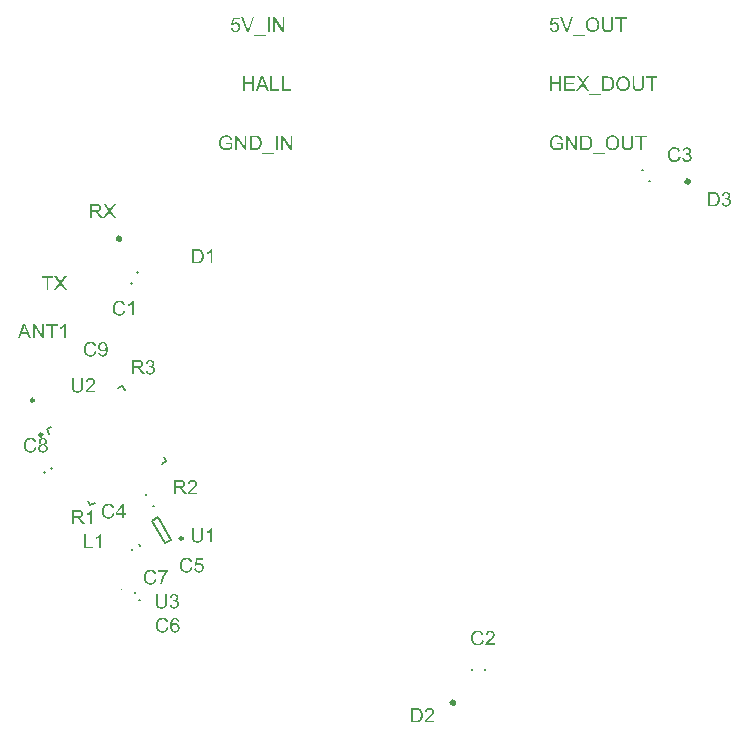
<source format=gto>
G04*
G04 #@! TF.GenerationSoftware,Altium Limited,CircuitStudio,1.5.2 (30)*
G04*
G04 Layer_Color=16777215*
%FSLAX24Y24*%
%MOIN*%
G70*
G01*
G75*
%ADD32C,0.0100*%
%ADD40C,0.0157*%
%ADD41C,0.0098*%
%ADD42C,0.0039*%
%ADD43C,0.0079*%
G36*
X369891Y354724D02*
X369826D01*
X369639Y355205D01*
X369709D01*
X369833Y354856D01*
Y354855D01*
X369834Y354854D01*
X369834Y354852D01*
X369836Y354849D01*
X369838Y354841D01*
X369842Y354831D01*
X369846Y354818D01*
X369851Y354805D01*
X369859Y354777D01*
Y354778D01*
X369859Y354779D01*
X369860Y354781D01*
X369861Y354784D01*
X369863Y354792D01*
X369866Y354802D01*
X369870Y354814D01*
X369874Y354827D01*
X369879Y354842D01*
X369884Y354856D01*
X370015Y355205D01*
X370079D01*
X369891Y354724D01*
D02*
G37*
G36*
X369587Y355142D02*
X369395D01*
X369369Y355012D01*
X369370Y355013D01*
X369371Y355014D01*
X369373Y355015D01*
X369376Y355017D01*
X369381Y355019D01*
X369385Y355022D01*
X369397Y355027D01*
X369410Y355033D01*
X369425Y355038D01*
X369442Y355041D01*
X369460Y355043D01*
X369466D01*
X369470Y355042D01*
X369476Y355041D01*
X369482Y355041D01*
X369489Y355039D01*
X369496Y355038D01*
X369513Y355032D01*
X369522Y355029D01*
X369531Y355025D01*
X369540Y355019D01*
X369549Y355014D01*
X369558Y355007D01*
X369566Y354999D01*
X369567Y354998D01*
X369568Y354997D01*
X369570Y354995D01*
X369572Y354991D01*
X369576Y354986D01*
X369580Y354981D01*
X369583Y354975D01*
X369588Y354969D01*
X369592Y354961D01*
X369596Y354953D01*
X369599Y354943D01*
X369603Y354934D01*
X369605Y354923D01*
X369608Y354912D01*
X369609Y354899D01*
X369610Y354887D01*
Y354886D01*
Y354884D01*
Y354880D01*
X369609Y354876D01*
X369608Y354870D01*
X369608Y354863D01*
X369607Y354856D01*
X369605Y354848D01*
X369600Y354831D01*
X369594Y354812D01*
X369589Y354802D01*
X369584Y354792D01*
X369578Y354783D01*
X369572Y354774D01*
X369571Y354773D01*
X369570Y354772D01*
X369567Y354769D01*
X369563Y354765D01*
X369559Y354761D01*
X369553Y354756D01*
X369546Y354751D01*
X369538Y354746D01*
X369530Y354740D01*
X369520Y354735D01*
X369509Y354730D01*
X369498Y354725D01*
X369486Y354721D01*
X369474Y354719D01*
X369460Y354717D01*
X369445Y354716D01*
X369438D01*
X369434Y354717D01*
X369429Y354718D01*
X369422Y354719D01*
X369415Y354719D01*
X369407Y354721D01*
X369390Y354725D01*
X369373Y354732D01*
X369364Y354736D01*
X369355Y354741D01*
X369346Y354746D01*
X369338Y354753D01*
X369337Y354754D01*
X369337Y354754D01*
X369335Y354757D01*
X369332Y354760D01*
X369329Y354763D01*
X369325Y354768D01*
X369321Y354773D01*
X369317Y354779D01*
X369309Y354792D01*
X369301Y354809D01*
X369295Y354828D01*
X369293Y354839D01*
X369291Y354850D01*
X369354Y354855D01*
Y354854D01*
Y354853D01*
X369354Y354850D01*
X369355Y354847D01*
X369357Y354839D01*
X369360Y354829D01*
X369364Y354818D01*
X369370Y354807D01*
X369376Y354796D01*
X369385Y354787D01*
X369386Y354786D01*
X369389Y354783D01*
X369395Y354780D01*
X369402Y354776D01*
X369411Y354772D01*
X369421Y354768D01*
X369433Y354765D01*
X369445Y354765D01*
X369449D01*
X369452Y354765D01*
X369460Y354766D01*
X369471Y354768D01*
X369482Y354773D01*
X369494Y354778D01*
X369506Y354786D01*
X369512Y354790D01*
X369518Y354796D01*
Y354797D01*
X369519Y354798D01*
X369522Y354802D01*
X369527Y354809D01*
X369532Y354819D01*
X369537Y354831D01*
X369542Y354846D01*
X369545Y354863D01*
X369547Y354882D01*
Y354883D01*
Y354884D01*
Y354887D01*
X369546Y354890D01*
Y354894D01*
X369545Y354899D01*
X369543Y354911D01*
X369540Y354924D01*
X369535Y354937D01*
X369528Y354950D01*
X369518Y354962D01*
X369517Y354963D01*
X369513Y354966D01*
X369507Y354971D01*
X369498Y354976D01*
X369488Y354981D01*
X369475Y354986D01*
X369460Y354989D01*
X369444Y354991D01*
X369439D01*
X369434Y354990D01*
X369427Y354989D01*
X369419Y354987D01*
X369410Y354985D01*
X369401Y354981D01*
X369392Y354977D01*
X369392Y354976D01*
X369389Y354975D01*
X369384Y354972D01*
X369379Y354968D01*
X369374Y354963D01*
X369368Y354957D01*
X369362Y354951D01*
X369357Y354943D01*
X369302Y354951D01*
X369348Y355198D01*
X369587D01*
Y355142D01*
D02*
G37*
G36*
X371074Y354724D02*
X371009D01*
X370757Y355102D01*
Y354724D01*
X370696D01*
Y355205D01*
X370760D01*
X371014Y354828D01*
Y355205D01*
X371074D01*
Y354724D01*
D02*
G37*
G36*
X385816Y349389D02*
X385825Y349388D01*
X385836Y349386D01*
X385849Y349383D01*
X385861Y349379D01*
X385874Y349373D01*
X385874D01*
X385875Y349372D01*
X385879Y349370D01*
X385885Y349366D01*
X385893Y349361D01*
X385901Y349354D01*
X385909Y349346D01*
X385917Y349337D01*
X385925Y349327D01*
X385925Y349325D01*
X385928Y349321D01*
X385931Y349316D01*
X385934Y349308D01*
X385936Y349299D01*
X385939Y349288D01*
X385942Y349277D01*
X385942Y349265D01*
Y349264D01*
Y349260D01*
X385942Y349254D01*
X385940Y349247D01*
X385938Y349238D01*
X385935Y349228D01*
X385931Y349218D01*
X385925Y349209D01*
X385925Y349207D01*
X385923Y349204D01*
X385918Y349200D01*
X385913Y349194D01*
X385906Y349187D01*
X385898Y349181D01*
X385887Y349174D01*
X385876Y349168D01*
X385876D01*
X385878Y349167D01*
X385880D01*
X385883Y349165D01*
X385890Y349163D01*
X385900Y349159D01*
X385910Y349154D01*
X385921Y349146D01*
X385932Y349138D01*
X385942Y349127D01*
X385942Y349125D01*
X385945Y349121D01*
X385949Y349114D01*
X385954Y349105D01*
X385958Y349094D01*
X385962Y349081D01*
X385965Y349066D01*
X385966Y349049D01*
Y349048D01*
Y349046D01*
Y349043D01*
X385965Y349039D01*
X385964Y349033D01*
X385964Y349027D01*
X385962Y349020D01*
X385960Y349012D01*
X385955Y348996D01*
X385951Y348986D01*
X385946Y348977D01*
X385941Y348969D01*
X385935Y348960D01*
X385928Y348951D01*
X385920Y348942D01*
X385919Y348941D01*
X385917Y348940D01*
X385915Y348939D01*
X385912Y348936D01*
X385907Y348932D01*
X385901Y348928D01*
X385895Y348925D01*
X385888Y348921D01*
X385880Y348917D01*
X385871Y348913D01*
X385862Y348909D01*
X385852Y348906D01*
X385841Y348903D01*
X385829Y348901D01*
X385816Y348900D01*
X385804Y348899D01*
X385798D01*
X385794Y348900D01*
X385788Y348900D01*
X385782Y348901D01*
X385775Y348902D01*
X385767Y348903D01*
X385751Y348908D01*
X385733Y348915D01*
X385724Y348919D01*
X385716Y348924D01*
X385707Y348930D01*
X385699Y348936D01*
X385699Y348937D01*
X385698Y348938D01*
X385696Y348940D01*
X385693Y348943D01*
X385690Y348947D01*
X385686Y348952D01*
X385682Y348957D01*
X385678Y348963D01*
X385669Y348977D01*
X385662Y348994D01*
X385655Y349013D01*
X385653Y349023D01*
X385652Y349034D01*
X385711Y349043D01*
Y349042D01*
X385712Y349040D01*
Y349037D01*
X385713Y349034D01*
X385715Y349026D01*
X385719Y349015D01*
X385723Y349003D01*
X385729Y348991D01*
X385737Y348980D01*
X385745Y348970D01*
X385746Y348969D01*
X385749Y348966D01*
X385754Y348963D01*
X385762Y348959D01*
X385770Y348955D01*
X385780Y348952D01*
X385792Y348949D01*
X385804Y348948D01*
X385808D01*
X385811Y348949D01*
X385819Y348950D01*
X385828Y348952D01*
X385840Y348955D01*
X385852Y348960D01*
X385863Y348967D01*
X385874Y348977D01*
X385876Y348978D01*
X385879Y348982D01*
X385883Y348988D01*
X385889Y348996D01*
X385894Y349007D01*
X385898Y349019D01*
X385901Y349033D01*
X385903Y349048D01*
Y349049D01*
Y349050D01*
Y349052D01*
X385902Y349055D01*
X385901Y349062D01*
X385899Y349072D01*
X385896Y349082D01*
X385891Y349094D01*
X385884Y349105D01*
X385876Y349115D01*
X385874Y349116D01*
X385871Y349119D01*
X385865Y349123D01*
X385857Y349128D01*
X385848Y349133D01*
X385836Y349137D01*
X385824Y349140D01*
X385809Y349141D01*
X385802D01*
X385797Y349141D01*
X385792Y349140D01*
X385784Y349139D01*
X385776Y349138D01*
X385767Y349135D01*
X385774Y349187D01*
X385778D01*
X385781Y349187D01*
X385790D01*
X385797Y349187D01*
X385806Y349189D01*
X385816Y349191D01*
X385827Y349195D01*
X385839Y349199D01*
X385851Y349206D01*
X385852Y349206D01*
X385856Y349209D01*
X385860Y349215D01*
X385866Y349221D01*
X385872Y349229D01*
X385876Y349239D01*
X385880Y349252D01*
X385882Y349267D01*
Y349267D01*
Y349268D01*
Y349272D01*
X385880Y349277D01*
X385879Y349286D01*
X385876Y349294D01*
X385872Y349302D01*
X385867Y349312D01*
X385860Y349320D01*
X385859Y349321D01*
X385856Y349324D01*
X385851Y349327D01*
X385844Y349331D01*
X385836Y349335D01*
X385827Y349338D01*
X385816Y349341D01*
X385803Y349342D01*
X385797D01*
X385791Y349340D01*
X385783Y349339D01*
X385774Y349337D01*
X385764Y349332D01*
X385755Y349327D01*
X385745Y349320D01*
X385745Y349319D01*
X385742Y349316D01*
X385738Y349311D01*
X385734Y349304D01*
X385729Y349295D01*
X385724Y349284D01*
X385720Y349271D01*
X385717Y349256D01*
X385658Y349266D01*
Y349267D01*
X385658Y349269D01*
X385659Y349272D01*
X385660Y349275D01*
X385661Y349280D01*
X385663Y349286D01*
X385668Y349299D01*
X385674Y349314D01*
X385682Y349329D01*
X385693Y349344D01*
X385706Y349357D01*
X385707Y349358D01*
X385707Y349359D01*
X385710Y349360D01*
X385713Y349362D01*
X385717Y349365D01*
X385721Y349368D01*
X385732Y349374D01*
X385746Y349380D01*
X385763Y349385D01*
X385781Y349389D01*
X385792Y349390D01*
X385808D01*
X385816Y349389D01*
D02*
G37*
G36*
X385387Y349387D02*
X385401Y349387D01*
X385415Y349385D01*
X385429Y349383D01*
X385441Y349381D01*
X385442D01*
X385443Y349380D01*
X385445D01*
X385447Y349379D01*
X385456Y349376D01*
X385465Y349373D01*
X385476Y349368D01*
X385488Y349362D01*
X385499Y349355D01*
X385511Y349346D01*
X385512D01*
X385513Y349345D01*
X385518Y349340D01*
X385524Y349333D01*
X385532Y349324D01*
X385542Y349312D01*
X385551Y349298D01*
X385560Y349282D01*
X385568Y349264D01*
Y349263D01*
X385569Y349261D01*
X385570Y349258D01*
X385571Y349255D01*
X385573Y349250D01*
X385574Y349245D01*
X385576Y349238D01*
X385578Y349231D01*
X385579Y349223D01*
X385581Y349214D01*
X385584Y349195D01*
X385587Y349174D01*
X385587Y349150D01*
Y349149D01*
Y349148D01*
Y349145D01*
Y349141D01*
X385587Y349136D01*
Y349130D01*
X385586Y349117D01*
X385584Y349103D01*
X385581Y349086D01*
X385578Y349069D01*
X385574Y349053D01*
Y349052D01*
X385573Y349051D01*
X385573Y349048D01*
X385572Y349045D01*
X385569Y349038D01*
X385565Y349028D01*
X385561Y349017D01*
X385555Y349005D01*
X385549Y348993D01*
X385541Y348983D01*
X385540Y348981D01*
X385538Y348978D01*
X385534Y348973D01*
X385528Y348966D01*
X385522Y348960D01*
X385514Y348952D01*
X385506Y348945D01*
X385497Y348939D01*
X385497Y348938D01*
X385493Y348936D01*
X385488Y348933D01*
X385481Y348930D01*
X385473Y348926D01*
X385464Y348922D01*
X385453Y348919D01*
X385440Y348915D01*
X385439D01*
X385434Y348914D01*
X385428Y348913D01*
X385418Y348911D01*
X385407Y348910D01*
X385394Y348909D01*
X385379Y348908D01*
X385363Y348907D01*
X385191D01*
Y349388D01*
X385375D01*
X385387Y349387D01*
D02*
G37*
G36*
X370585Y354724D02*
X370521D01*
Y355205D01*
X370585D01*
Y354724D01*
D02*
G37*
G36*
X380217Y355142D02*
X380025D01*
X379999Y355012D01*
X380000Y355013D01*
X380001Y355014D01*
X380003Y355015D01*
X380006Y355017D01*
X380011Y355019D01*
X380015Y355022D01*
X380027Y355027D01*
X380040Y355033D01*
X380055Y355038D01*
X380072Y355041D01*
X380090Y355043D01*
X380095D01*
X380100Y355042D01*
X380106Y355041D01*
X380112Y355041D01*
X380119Y355039D01*
X380126Y355038D01*
X380143Y355032D01*
X380152Y355029D01*
X380161Y355025D01*
X380170Y355019D01*
X380179Y355014D01*
X380188Y355007D01*
X380196Y354999D01*
X380196Y354998D01*
X380198Y354997D01*
X380200Y354995D01*
X380202Y354991D01*
X380206Y354986D01*
X380210Y354981D01*
X380213Y354975D01*
X380218Y354969D01*
X380222Y354961D01*
X380226Y354953D01*
X380229Y354943D01*
X380233Y354934D01*
X380235Y354923D01*
X380237Y354912D01*
X380239Y354899D01*
X380240Y354887D01*
Y354886D01*
Y354884D01*
Y354880D01*
X380239Y354876D01*
X380238Y354870D01*
X380237Y354863D01*
X380237Y354856D01*
X380235Y354848D01*
X380230Y354831D01*
X380224Y354812D01*
X380219Y354802D01*
X380214Y354792D01*
X380208Y354783D01*
X380202Y354774D01*
X380201Y354773D01*
X380199Y354772D01*
X380196Y354769D01*
X380193Y354765D01*
X380188Y354761D01*
X380183Y354756D01*
X380176Y354751D01*
X380168Y354746D01*
X380160Y354740D01*
X380150Y354735D01*
X380139Y354730D01*
X380128Y354725D01*
X380116Y354721D01*
X380104Y354719D01*
X380090Y354717D01*
X380075Y354716D01*
X380068D01*
X380064Y354717D01*
X380059Y354718D01*
X380052Y354719D01*
X380045Y354719D01*
X380037Y354721D01*
X380020Y354725D01*
X380003Y354732D01*
X379994Y354736D01*
X379985Y354741D01*
X379976Y354746D01*
X379968Y354753D01*
X379967Y354754D01*
X379967Y354754D01*
X379964Y354757D01*
X379962Y354760D01*
X379959Y354763D01*
X379955Y354768D01*
X379951Y354773D01*
X379947Y354779D01*
X379939Y354792D01*
X379931Y354809D01*
X379925Y354828D01*
X379923Y354839D01*
X379921Y354850D01*
X379983Y354855D01*
Y354854D01*
Y354853D01*
X379984Y354850D01*
X379985Y354847D01*
X379987Y354839D01*
X379990Y354829D01*
X379994Y354818D01*
X380000Y354807D01*
X380006Y354796D01*
X380015Y354787D01*
X380016Y354786D01*
X380019Y354783D01*
X380024Y354780D01*
X380032Y354776D01*
X380041Y354772D01*
X380051Y354768D01*
X380063Y354765D01*
X380075Y354765D01*
X380079D01*
X380082Y354765D01*
X380090Y354766D01*
X380101Y354768D01*
X380112Y354773D01*
X380124Y354778D01*
X380136Y354786D01*
X380142Y354790D01*
X380147Y354796D01*
Y354797D01*
X380149Y354798D01*
X380152Y354802D01*
X380157Y354809D01*
X380162Y354819D01*
X380167Y354831D01*
X380172Y354846D01*
X380175Y354863D01*
X380177Y354882D01*
Y354883D01*
Y354884D01*
Y354887D01*
X380176Y354890D01*
Y354894D01*
X380175Y354899D01*
X380173Y354911D01*
X380170Y354924D01*
X380165Y354937D01*
X380158Y354950D01*
X380148Y354962D01*
X380147Y354963D01*
X380143Y354966D01*
X380137Y354971D01*
X380128Y354976D01*
X380118Y354981D01*
X380105Y354986D01*
X380090Y354989D01*
X380074Y354991D01*
X380069D01*
X380064Y354990D01*
X380057Y354989D01*
X380049Y354987D01*
X380040Y354985D01*
X380031Y354981D01*
X380022Y354977D01*
X380022Y354976D01*
X380019Y354975D01*
X380014Y354972D01*
X380009Y354968D01*
X380004Y354963D01*
X379998Y354957D01*
X379992Y354951D01*
X379987Y354943D01*
X379932Y354951D01*
X379978Y355198D01*
X380217D01*
Y355142D01*
D02*
G37*
G36*
X382491Y355149D02*
X382332D01*
Y354724D01*
X382269D01*
Y355149D01*
X382111D01*
Y355205D01*
X382491D01*
Y355149D01*
D02*
G37*
G36*
X382040Y354927D02*
Y354926D01*
Y354924D01*
Y354921D01*
Y354915D01*
X382040Y354909D01*
Y354902D01*
X382039Y354894D01*
X382038Y354885D01*
X382036Y354867D01*
X382033Y354848D01*
X382029Y354829D01*
X382024Y354812D01*
Y354812D01*
X382023Y354810D01*
X382022Y354808D01*
X382021Y354805D01*
X382016Y354798D01*
X382010Y354787D01*
X382002Y354776D01*
X381992Y354765D01*
X381979Y354754D01*
X381964Y354743D01*
X381964D01*
X381962Y354741D01*
X381960Y354741D01*
X381956Y354738D01*
X381953Y354737D01*
X381947Y354735D01*
X381941Y354732D01*
X381934Y354730D01*
X381927Y354727D01*
X381918Y354724D01*
X381909Y354722D01*
X381899Y354721D01*
X381877Y354718D01*
X381852Y354716D01*
X381846D01*
X381841Y354717D01*
X381835D01*
X381829Y354718D01*
X381822Y354719D01*
X381813Y354719D01*
X381796Y354722D01*
X381778Y354726D01*
X381759Y354732D01*
X381742Y354739D01*
X381741D01*
X381740Y354741D01*
X381738Y354741D01*
X381735Y354743D01*
X381727Y354749D01*
X381718Y354757D01*
X381708Y354766D01*
X381699Y354777D01*
X381689Y354791D01*
X381681Y354806D01*
Y354807D01*
X381680Y354809D01*
X381680Y354811D01*
X381678Y354814D01*
X381677Y354819D01*
X381675Y354825D01*
X381674Y354831D01*
X381672Y354839D01*
X381670Y354847D01*
X381669Y354855D01*
X381667Y354866D01*
X381666Y354876D01*
X381664Y354888D01*
X381663Y354900D01*
X381663Y354913D01*
Y354927D01*
Y355205D01*
X381726D01*
Y354927D01*
Y354926D01*
Y354924D01*
Y354921D01*
Y354917D01*
Y354912D01*
X381727Y354906D01*
X381728Y354892D01*
X381729Y354877D01*
X381731Y354862D01*
X381734Y354847D01*
X381735Y354841D01*
X381737Y354835D01*
X381738Y354833D01*
X381740Y354830D01*
X381742Y354825D01*
X381747Y354818D01*
X381752Y354811D01*
X381759Y354803D01*
X381767Y354795D01*
X381778Y354789D01*
X381779Y354788D01*
X381783Y354787D01*
X381789Y354784D01*
X381797Y354781D01*
X381807Y354779D01*
X381819Y354776D01*
X381832Y354774D01*
X381846Y354773D01*
X381853D01*
X381858Y354774D01*
X381864D01*
X381871Y354775D01*
X381885Y354777D01*
X381902Y354781D01*
X381918Y354787D01*
X381934Y354795D01*
X381941Y354799D01*
X381947Y354805D01*
Y354806D01*
X381948Y354806D01*
X381950Y354809D01*
X381951Y354812D01*
X381954Y354815D01*
X381956Y354820D01*
X381959Y354825D01*
X381962Y354832D01*
X381964Y354840D01*
X381967Y354849D01*
X381970Y354858D01*
X381972Y354870D01*
X381974Y354883D01*
X381975Y354896D01*
X381977Y354911D01*
Y354927D01*
Y355205D01*
X382040D01*
Y354927D01*
D02*
G37*
G36*
X370465Y354591D02*
X370075D01*
Y354634D01*
X370465D01*
Y354591D01*
D02*
G37*
G36*
X380521Y354724D02*
X380456D01*
X380269Y355205D01*
X380339D01*
X380463Y354856D01*
Y354855D01*
X380464Y354854D01*
X380464Y354852D01*
X380466Y354849D01*
X380468Y354841D01*
X380472Y354831D01*
X380476Y354818D01*
X380480Y354805D01*
X380489Y354777D01*
Y354778D01*
X380489Y354779D01*
X380490Y354781D01*
X380491Y354784D01*
X380493Y354792D01*
X380496Y354802D01*
X380500Y354814D01*
X380504Y354827D01*
X380509Y354842D01*
X380514Y354856D01*
X380644Y355205D01*
X380709D01*
X380521Y354724D01*
D02*
G37*
G36*
X368187Y347487D02*
X368201Y347487D01*
X368215Y347485D01*
X368229Y347483D01*
X368241Y347481D01*
X368242D01*
X368243Y347480D01*
X368245D01*
X368247Y347478D01*
X368256Y347476D01*
X368265Y347473D01*
X368276Y347468D01*
X368288Y347462D01*
X368299Y347455D01*
X368311Y347446D01*
X368312D01*
X368313Y347445D01*
X368318Y347440D01*
X368324Y347433D01*
X368332Y347424D01*
X368342Y347412D01*
X368351Y347398D01*
X368360Y347382D01*
X368368Y347364D01*
Y347363D01*
X368369Y347361D01*
X368370Y347358D01*
X368371Y347355D01*
X368373Y347350D01*
X368374Y347345D01*
X368376Y347338D01*
X368378Y347331D01*
X368379Y347323D01*
X368381Y347314D01*
X368384Y347295D01*
X368387Y347274D01*
X368387Y347250D01*
Y347249D01*
Y347248D01*
Y347245D01*
Y347241D01*
X368387Y347236D01*
Y347230D01*
X368386Y347217D01*
X368384Y347203D01*
X368381Y347186D01*
X368379Y347169D01*
X368374Y347153D01*
Y347152D01*
X368373Y347151D01*
X368373Y347148D01*
X368372Y347145D01*
X368369Y347138D01*
X368365Y347128D01*
X368361Y347117D01*
X368355Y347105D01*
X368349Y347093D01*
X368341Y347082D01*
X368340Y347081D01*
X368338Y347078D01*
X368334Y347073D01*
X368328Y347066D01*
X368322Y347060D01*
X368314Y347052D01*
X368306Y347045D01*
X368297Y347039D01*
X368297Y347038D01*
X368293Y347036D01*
X368288Y347033D01*
X368281Y347030D01*
X368273Y347026D01*
X368264Y347022D01*
X368253Y347019D01*
X368240Y347015D01*
X368239D01*
X368234Y347014D01*
X368228Y347013D01*
X368218Y347011D01*
X368207Y347010D01*
X368194Y347009D01*
X368179Y347008D01*
X368163Y347007D01*
X367991D01*
Y347488D01*
X368175D01*
X368187Y347487D01*
D02*
G37*
G36*
X363784Y344507D02*
X363725D01*
Y344883D01*
X363724Y344883D01*
X363721Y344880D01*
X363716Y344876D01*
X363709Y344871D01*
X363701Y344864D01*
X363692Y344858D01*
X363681Y344850D01*
X363668Y344842D01*
X363668D01*
X363667Y344842D01*
X363663Y344839D01*
X363656Y344835D01*
X363648Y344831D01*
X363638Y344826D01*
X363628Y344821D01*
X363617Y344816D01*
X363607Y344812D01*
Y344869D01*
X363608D01*
X363609Y344870D01*
X363612Y344872D01*
X363615Y344874D01*
X363619Y344876D01*
X363625Y344878D01*
X363636Y344885D01*
X363649Y344893D01*
X363664Y344902D01*
X363679Y344913D01*
X363693Y344925D01*
X363693Y344926D01*
X363694Y344927D01*
X363698Y344931D01*
X363705Y344938D01*
X363713Y344946D01*
X363722Y344956D01*
X363731Y344967D01*
X363739Y344978D01*
X363745Y344990D01*
X363784D01*
Y344507D01*
D02*
G37*
G36*
X363520Y344932D02*
X363362D01*
Y344507D01*
X363298D01*
Y344932D01*
X363140D01*
Y344988D01*
X363520D01*
Y344932D01*
D02*
G37*
G36*
X363069Y344507D02*
X363004D01*
X362751Y344885D01*
Y344507D01*
X362691D01*
Y344988D01*
X362755D01*
X363008Y344610D01*
Y344988D01*
X363069D01*
Y344507D01*
D02*
G37*
G36*
X365229Y338995D02*
X365235Y338995D01*
X365242Y338994D01*
X365250Y338993D01*
X365259Y338992D01*
X365278Y338987D01*
X365299Y338981D01*
X365309Y338976D01*
X365319Y338971D01*
X365329Y338965D01*
X365338Y338959D01*
X365339Y338958D01*
X365340Y338957D01*
X365343Y338955D01*
X365346Y338952D01*
X365350Y338948D01*
X365355Y338943D01*
X365360Y338938D01*
X365365Y338932D01*
X365371Y338925D01*
X365376Y338918D01*
X365382Y338909D01*
X365388Y338899D01*
X365393Y338890D01*
X365398Y338879D01*
X365407Y338856D01*
X365344Y338841D01*
Y338842D01*
X365343Y338843D01*
X365343Y338846D01*
X365341Y338850D01*
X365339Y338854D01*
X365337Y338859D01*
X365332Y338870D01*
X365325Y338883D01*
X365316Y338896D01*
X365307Y338908D01*
X365295Y338918D01*
X365294Y338918D01*
X365289Y338921D01*
X365283Y338925D01*
X365273Y338930D01*
X365262Y338935D01*
X365248Y338938D01*
X365233Y338941D01*
X365215Y338942D01*
X365210D01*
X365206Y338941D01*
X365201D01*
X365196Y338940D01*
X365183Y338938D01*
X365168Y338935D01*
X365153Y338930D01*
X365138Y338924D01*
X365123Y338915D01*
X365122D01*
X365122Y338913D01*
X365117Y338910D01*
X365111Y338904D01*
X365103Y338896D01*
X365094Y338886D01*
X365086Y338874D01*
X365078Y338859D01*
X365071Y338843D01*
Y338842D01*
X365070Y338841D01*
X365070Y338839D01*
X365069Y338835D01*
X365067Y338831D01*
X365067Y338826D01*
X365064Y338815D01*
X365061Y338801D01*
X365059Y338785D01*
X365057Y338768D01*
X365056Y338751D01*
Y338750D01*
Y338748D01*
Y338745D01*
Y338741D01*
X365057Y338735D01*
Y338729D01*
X365058Y338722D01*
X365059Y338715D01*
X365061Y338698D01*
X365064Y338680D01*
X365068Y338662D01*
X365074Y338644D01*
Y338643D01*
X365075Y338642D01*
X365076Y338640D01*
X365078Y338637D01*
X365081Y338628D01*
X365087Y338618D01*
X365095Y338607D01*
X365105Y338596D01*
X365116Y338585D01*
X365129Y338575D01*
X365130D01*
X365130Y338574D01*
X365133Y338573D01*
X365135Y338572D01*
X365144Y338569D01*
X365154Y338564D01*
X365165Y338561D01*
X365179Y338557D01*
X365195Y338554D01*
X365211Y338553D01*
X365216D01*
X365220Y338554D01*
X365224D01*
X365230Y338555D01*
X365242Y338557D01*
X365256Y338561D01*
X365272Y338566D01*
X365286Y338574D01*
X365301Y338584D01*
X365302Y338585D01*
X365302Y338585D01*
X365307Y338590D01*
X365313Y338597D01*
X365321Y338607D01*
X365329Y338620D01*
X365338Y338635D01*
X365346Y338654D01*
X365351Y338675D01*
X365415Y338659D01*
Y338659D01*
X365414Y338656D01*
X365413Y338652D01*
X365411Y338646D01*
X365409Y338640D01*
X365406Y338632D01*
X365403Y338624D01*
X365398Y338615D01*
X365389Y338596D01*
X365376Y338576D01*
X365361Y338557D01*
X365352Y338548D01*
X365343Y338540D01*
X365342Y338539D01*
X365340Y338539D01*
X365338Y338536D01*
X365333Y338533D01*
X365328Y338531D01*
X365322Y338527D01*
X365316Y338523D01*
X365308Y338520D01*
X365299Y338516D01*
X365289Y338512D01*
X365278Y338509D01*
X365267Y338506D01*
X365243Y338501D01*
X365230Y338500D01*
X365216Y338499D01*
X365209D01*
X365203Y338500D01*
X365196D01*
X365189Y338501D01*
X365180Y338502D01*
X365171Y338503D01*
X365151Y338507D01*
X365130Y338512D01*
X365109Y338520D01*
X365099Y338525D01*
X365089Y338531D01*
X365089Y338531D01*
X365087Y338532D01*
X365085Y338534D01*
X365081Y338536D01*
X365073Y338544D01*
X365062Y338554D01*
X365050Y338566D01*
X365038Y338582D01*
X365026Y338601D01*
X365015Y338622D01*
Y338623D01*
X365015Y338625D01*
X365013Y338628D01*
X365012Y338632D01*
X365010Y338638D01*
X365007Y338645D01*
X365005Y338652D01*
X365003Y338661D01*
X365001Y338670D01*
X364999Y338680D01*
X364994Y338702D01*
X364991Y338725D01*
X364991Y338751D01*
Y338752D01*
Y338755D01*
Y338758D01*
X364991Y338763D01*
Y338770D01*
X364992Y338778D01*
X364993Y338786D01*
X364994Y338796D01*
X364998Y338816D01*
X365002Y338838D01*
X365010Y338861D01*
X365019Y338882D01*
Y338883D01*
X365021Y338884D01*
X365022Y338887D01*
X365024Y338891D01*
X365027Y338896D01*
X365031Y338901D01*
X365040Y338913D01*
X365051Y338927D01*
X365065Y338941D01*
X365082Y338955D01*
X365100Y338967D01*
X365101D01*
X365103Y338968D01*
X365105Y338970D01*
X365110Y338971D01*
X365114Y338973D01*
X365120Y338976D01*
X365127Y338979D01*
X365135Y338981D01*
X365143Y338984D01*
X365152Y338987D01*
X365171Y338992D01*
X365193Y338995D01*
X365217Y338996D01*
X365224D01*
X365229Y338995D01*
D02*
G37*
G36*
X365717Y338676D02*
X365783D01*
Y338622D01*
X365717D01*
Y338507D01*
X365658D01*
Y338622D01*
X365450D01*
Y338676D01*
X365669Y338987D01*
X365717D01*
Y338676D01*
D02*
G37*
G36*
X362639Y344507D02*
X362568D01*
X362512Y344653D01*
X362310D01*
X362258Y344507D01*
X362191D01*
X362374Y344988D01*
X362444D01*
X362639Y344507D01*
D02*
G37*
G36*
X384502Y350876D02*
X384511Y350875D01*
X384522Y350872D01*
X384535Y350869D01*
X384547Y350865D01*
X384560Y350859D01*
X384560D01*
X384561Y350859D01*
X384565Y350856D01*
X384571Y350853D01*
X384579Y350848D01*
X384587Y350841D01*
X384595Y350833D01*
X384603Y350823D01*
X384611Y350813D01*
X384611Y350812D01*
X384614Y350808D01*
X384617Y350802D01*
X384620Y350795D01*
X384622Y350785D01*
X384625Y350775D01*
X384628Y350764D01*
X384628Y350752D01*
Y350750D01*
Y350747D01*
X384628Y350741D01*
X384626Y350733D01*
X384624Y350725D01*
X384621Y350715D01*
X384617Y350705D01*
X384611Y350695D01*
X384611Y350694D01*
X384609Y350691D01*
X384604Y350686D01*
X384599Y350681D01*
X384592Y350674D01*
X384584Y350667D01*
X384573Y350660D01*
X384562Y350654D01*
X384562D01*
X384564Y350654D01*
X384566D01*
X384569Y350652D01*
X384576Y350650D01*
X384586Y350646D01*
X384596Y350640D01*
X384607Y350633D01*
X384618Y350624D01*
X384628Y350613D01*
X384628Y350612D01*
X384631Y350607D01*
X384635Y350601D01*
X384640Y350592D01*
X384644Y350581D01*
X384648Y350568D01*
X384651Y350553D01*
X384652Y350536D01*
Y350535D01*
Y350533D01*
Y350530D01*
X384651Y350525D01*
X384650Y350520D01*
X384650Y350514D01*
X384648Y350506D01*
X384646Y350499D01*
X384641Y350482D01*
X384637Y350473D01*
X384632Y350464D01*
X384627Y350455D01*
X384621Y350446D01*
X384614Y350438D01*
X384606Y350429D01*
X384605Y350428D01*
X384603Y350427D01*
X384601Y350425D01*
X384598Y350422D01*
X384593Y350419D01*
X384587Y350415D01*
X384581Y350411D01*
X384574Y350408D01*
X384566Y350403D01*
X384557Y350400D01*
X384548Y350396D01*
X384538Y350392D01*
X384527Y350389D01*
X384515Y350388D01*
X384502Y350386D01*
X384490Y350386D01*
X384484D01*
X384480Y350386D01*
X384474Y350387D01*
X384468Y350388D01*
X384461Y350389D01*
X384453Y350390D01*
X384437Y350394D01*
X384419Y350402D01*
X384410Y350405D01*
X384402Y350411D01*
X384393Y350416D01*
X384385Y350423D01*
X384385Y350424D01*
X384384Y350424D01*
X384382Y350427D01*
X384379Y350430D01*
X384376Y350434D01*
X384372Y350438D01*
X384368Y350443D01*
X384364Y350449D01*
X384355Y350464D01*
X384348Y350481D01*
X384341Y350500D01*
X384339Y350510D01*
X384338Y350521D01*
X384397Y350529D01*
Y350528D01*
X384398Y350527D01*
Y350524D01*
X384399Y350521D01*
X384401Y350512D01*
X384405Y350501D01*
X384409Y350490D01*
X384415Y350477D01*
X384423Y350466D01*
X384431Y350457D01*
X384432Y350456D01*
X384435Y350453D01*
X384440Y350450D01*
X384448Y350446D01*
X384456Y350442D01*
X384466Y350438D01*
X384478Y350435D01*
X384490Y350435D01*
X384494D01*
X384497Y350435D01*
X384505Y350436D01*
X384514Y350438D01*
X384526Y350442D01*
X384538Y350446D01*
X384549Y350454D01*
X384560Y350463D01*
X384562Y350465D01*
X384565Y350468D01*
X384569Y350474D01*
X384575Y350483D01*
X384580Y350493D01*
X384584Y350506D01*
X384587Y350520D01*
X384589Y350535D01*
Y350536D01*
Y350536D01*
Y350539D01*
X384588Y350542D01*
X384587Y350549D01*
X384585Y350558D01*
X384582Y350569D01*
X384577Y350580D01*
X384571Y350591D01*
X384562Y350602D01*
X384560Y350603D01*
X384557Y350606D01*
X384551Y350610D01*
X384543Y350615D01*
X384534Y350620D01*
X384522Y350624D01*
X384510Y350626D01*
X384495Y350628D01*
X384489D01*
X384483Y350627D01*
X384478Y350626D01*
X384470Y350626D01*
X384462Y350624D01*
X384453Y350622D01*
X384460Y350674D01*
X384464D01*
X384467Y350673D01*
X384476D01*
X384483Y350674D01*
X384492Y350676D01*
X384502Y350678D01*
X384513Y350681D01*
X384525Y350686D01*
X384537Y350692D01*
X384538Y350693D01*
X384542Y350696D01*
X384546Y350701D01*
X384552Y350708D01*
X384558Y350716D01*
X384562Y350726D01*
X384566Y350738D01*
X384568Y350753D01*
Y350754D01*
Y350755D01*
Y350758D01*
X384566Y350764D01*
X384565Y350772D01*
X384562Y350780D01*
X384558Y350789D01*
X384553Y350798D01*
X384546Y350807D01*
X384545Y350807D01*
X384542Y350810D01*
X384537Y350814D01*
X384530Y350818D01*
X384522Y350822D01*
X384513Y350825D01*
X384502Y350828D01*
X384489Y350829D01*
X384483D01*
X384477Y350827D01*
X384469Y350826D01*
X384460Y350823D01*
X384450Y350819D01*
X384441Y350814D01*
X384431Y350807D01*
X384431Y350806D01*
X384428Y350803D01*
X384424Y350798D01*
X384420Y350790D01*
X384415Y350782D01*
X384410Y350771D01*
X384406Y350758D01*
X384403Y350742D01*
X384344Y350752D01*
Y350753D01*
X384344Y350755D01*
X384345Y350758D01*
X384346Y350762D01*
X384347Y350767D01*
X384349Y350773D01*
X384354Y350786D01*
X384360Y350801D01*
X384368Y350816D01*
X384379Y350831D01*
X384392Y350844D01*
X384393Y350845D01*
X384393Y350845D01*
X384396Y350847D01*
X384399Y350849D01*
X384403Y350851D01*
X384407Y350854D01*
X384418Y350861D01*
X384432Y350867D01*
X384449Y350872D01*
X384467Y350875D01*
X384478Y350877D01*
X384494D01*
X384502Y350876D01*
D02*
G37*
G36*
X368674Y347007D02*
X368614D01*
Y347383D01*
X368613Y347383D01*
X368611Y347380D01*
X368605Y347376D01*
X368599Y347371D01*
X368591Y347364D01*
X368581Y347358D01*
X368570Y347350D01*
X368558Y347342D01*
X368557D01*
X368556Y347342D01*
X368552Y347339D01*
X368545Y347335D01*
X368537Y347331D01*
X368528Y347326D01*
X368518Y347321D01*
X368507Y347316D01*
X368496Y347312D01*
Y347369D01*
X368497D01*
X368499Y347370D01*
X368501Y347372D01*
X368504Y347374D01*
X368509Y347376D01*
X368514Y347378D01*
X368526Y347385D01*
X368539Y347393D01*
X368553Y347402D01*
X368568Y347413D01*
X368582Y347425D01*
X368583Y347426D01*
X368583Y347427D01*
X368588Y347431D01*
X368594Y347438D01*
X368602Y347446D01*
X368611Y347456D01*
X368620Y347467D01*
X368628Y347478D01*
X368635Y347490D01*
X368674D01*
Y347007D01*
D02*
G37*
G36*
X384097Y350882D02*
X384103Y350881D01*
X384110Y350880D01*
X384118Y350880D01*
X384127Y350878D01*
X384146Y350874D01*
X384166Y350867D01*
X384177Y350863D01*
X384187Y350858D01*
X384196Y350852D01*
X384206Y350845D01*
X384207Y350845D01*
X384208Y350844D01*
X384210Y350842D01*
X384214Y350839D01*
X384218Y350835D01*
X384223Y350830D01*
X384228Y350825D01*
X384233Y350819D01*
X384239Y350812D01*
X384244Y350804D01*
X384250Y350796D01*
X384256Y350786D01*
X384261Y350777D01*
X384266Y350766D01*
X384275Y350742D01*
X384212Y350728D01*
Y350728D01*
X384211Y350730D01*
X384210Y350733D01*
X384209Y350736D01*
X384207Y350741D01*
X384204Y350746D01*
X384199Y350757D01*
X384193Y350769D01*
X384184Y350782D01*
X384174Y350794D01*
X384163Y350804D01*
X384161Y350805D01*
X384157Y350808D01*
X384150Y350812D01*
X384141Y350817D01*
X384130Y350821D01*
X384116Y350825D01*
X384101Y350828D01*
X384083Y350829D01*
X384078D01*
X384074Y350828D01*
X384069D01*
X384064Y350827D01*
X384051Y350825D01*
X384036Y350822D01*
X384021Y350817D01*
X384005Y350810D01*
X383991Y350801D01*
X383990D01*
X383989Y350800D01*
X383985Y350796D01*
X383978Y350790D01*
X383970Y350782D01*
X383962Y350772D01*
X383953Y350760D01*
X383945Y350746D01*
X383939Y350730D01*
Y350729D01*
X383938Y350728D01*
X383937Y350725D01*
X383937Y350722D01*
X383935Y350718D01*
X383934Y350713D01*
X383931Y350701D01*
X383929Y350687D01*
X383926Y350672D01*
X383925Y350655D01*
X383924Y350637D01*
Y350637D01*
Y350635D01*
Y350632D01*
Y350627D01*
X383925Y350622D01*
Y350616D01*
X383926Y350609D01*
X383926Y350602D01*
X383929Y350585D01*
X383931Y350566D01*
X383936Y350548D01*
X383942Y350531D01*
Y350530D01*
X383942Y350528D01*
X383944Y350526D01*
X383945Y350523D01*
X383949Y350514D01*
X383955Y350505D01*
X383963Y350493D01*
X383972Y350482D01*
X383983Y350471D01*
X383997Y350462D01*
X383997D01*
X383998Y350461D01*
X384000Y350460D01*
X384003Y350458D01*
X384011Y350455D01*
X384021Y350451D01*
X384033Y350447D01*
X384047Y350443D01*
X384062Y350441D01*
X384079Y350440D01*
X384084D01*
X384087Y350441D01*
X384092D01*
X384098Y350441D01*
X384110Y350443D01*
X384124Y350447D01*
X384139Y350453D01*
X384154Y350460D01*
X384169Y350471D01*
X384169Y350471D01*
X384170Y350472D01*
X384174Y350476D01*
X384181Y350484D01*
X384189Y350493D01*
X384197Y350506D01*
X384206Y350522D01*
X384213Y350541D01*
X384219Y350562D01*
X384283Y350546D01*
Y350545D01*
X384282Y350542D01*
X384281Y350539D01*
X384279Y350533D01*
X384276Y350527D01*
X384273Y350519D01*
X384270Y350511D01*
X384266Y350502D01*
X384256Y350482D01*
X384243Y350462D01*
X384229Y350443D01*
X384220Y350435D01*
X384210Y350427D01*
X384210Y350426D01*
X384208Y350425D01*
X384205Y350423D01*
X384201Y350420D01*
X384196Y350417D01*
X384190Y350413D01*
X384183Y350410D01*
X384175Y350406D01*
X384166Y350402D01*
X384157Y350399D01*
X384146Y350395D01*
X384135Y350392D01*
X384111Y350387D01*
X384098Y350386D01*
X384084Y350386D01*
X384076D01*
X384071Y350386D01*
X384064D01*
X384057Y350387D01*
X384048Y350389D01*
X384039Y350389D01*
X384019Y350394D01*
X383997Y350399D01*
X383977Y350407D01*
X383967Y350411D01*
X383957Y350417D01*
X383956Y350418D01*
X383955Y350419D01*
X383953Y350421D01*
X383949Y350423D01*
X383940Y350430D01*
X383930Y350441D01*
X383918Y350453D01*
X383906Y350469D01*
X383893Y350487D01*
X383883Y350509D01*
Y350509D01*
X383882Y350512D01*
X383881Y350514D01*
X383880Y350519D01*
X383877Y350525D01*
X383875Y350531D01*
X383873Y350539D01*
X383871Y350547D01*
X383869Y350556D01*
X383866Y350566D01*
X383862Y350588D01*
X383859Y350612D01*
X383858Y350637D01*
Y350638D01*
Y350641D01*
Y350645D01*
X383859Y350650D01*
Y350656D01*
X383860Y350665D01*
X383860Y350673D01*
X383862Y350682D01*
X383866Y350703D01*
X383870Y350725D01*
X383877Y350747D01*
X383887Y350769D01*
Y350769D01*
X383888Y350771D01*
X383890Y350774D01*
X383892Y350778D01*
X383895Y350782D01*
X383899Y350788D01*
X383908Y350800D01*
X383919Y350814D01*
X383933Y350828D01*
X383950Y350842D01*
X383968Y350853D01*
X383969D01*
X383970Y350855D01*
X383973Y350856D01*
X383978Y350858D01*
X383982Y350860D01*
X383988Y350863D01*
X383995Y350865D01*
X384002Y350868D01*
X384011Y350871D01*
X384019Y350873D01*
X384039Y350878D01*
X384061Y350881D01*
X384084Y350883D01*
X384092D01*
X384097Y350882D01*
D02*
G37*
G36*
X365593Y345764D02*
X365599Y345763D01*
X365606Y345762D01*
X365614Y345762D01*
X365623Y345760D01*
X365642Y345756D01*
X365662Y345749D01*
X365673Y345745D01*
X365683Y345740D01*
X365693Y345734D01*
X365702Y345727D01*
X365703Y345727D01*
X365704Y345726D01*
X365706Y345724D01*
X365710Y345721D01*
X365714Y345717D01*
X365719Y345712D01*
X365724Y345707D01*
X365729Y345701D01*
X365735Y345694D01*
X365740Y345686D01*
X365746Y345677D01*
X365752Y345668D01*
X365757Y345658D01*
X365762Y345647D01*
X365771Y345624D01*
X365708Y345609D01*
Y345610D01*
X365707Y345612D01*
X365706Y345615D01*
X365705Y345618D01*
X365703Y345623D01*
X365701Y345628D01*
X365695Y345639D01*
X365689Y345651D01*
X365680Y345664D01*
X365671Y345676D01*
X365659Y345686D01*
X365657Y345687D01*
X365653Y345690D01*
X365646Y345694D01*
X365637Y345699D01*
X365626Y345703D01*
X365612Y345707D01*
X365597Y345710D01*
X365579Y345710D01*
X365574D01*
X365570Y345710D01*
X365565D01*
X365560Y345709D01*
X365547Y345707D01*
X365532Y345704D01*
X365517Y345699D01*
X365501Y345692D01*
X365487Y345683D01*
X365486D01*
X365485Y345682D01*
X365481Y345678D01*
X365474Y345672D01*
X365466Y345664D01*
X365458Y345654D01*
X365449Y345642D01*
X365441Y345628D01*
X365435Y345612D01*
Y345611D01*
X365434Y345609D01*
X365433Y345607D01*
X365433Y345604D01*
X365431Y345600D01*
X365430Y345595D01*
X365428Y345583D01*
X365425Y345569D01*
X365422Y345554D01*
X365421Y345537D01*
X365420Y345519D01*
Y345519D01*
Y345516D01*
Y345513D01*
Y345509D01*
X365421Y345504D01*
Y345497D01*
X365422Y345491D01*
X365422Y345483D01*
X365425Y345467D01*
X365428Y345448D01*
X365432Y345430D01*
X365438Y345412D01*
Y345412D01*
X365438Y345410D01*
X365440Y345408D01*
X365441Y345405D01*
X365445Y345396D01*
X365451Y345387D01*
X365459Y345375D01*
X365469Y345364D01*
X365480Y345353D01*
X365493Y345344D01*
X365493D01*
X365494Y345343D01*
X365496Y345341D01*
X365499Y345340D01*
X365507Y345337D01*
X365518Y345333D01*
X365529Y345329D01*
X365543Y345325D01*
X365559Y345322D01*
X365575Y345322D01*
X365580D01*
X365583Y345322D01*
X365588D01*
X365594Y345323D01*
X365606Y345325D01*
X365620Y345329D01*
X365635Y345335D01*
X365650Y345342D01*
X365665Y345352D01*
X365665Y345353D01*
X365666Y345354D01*
X365671Y345358D01*
X365677Y345366D01*
X365685Y345375D01*
X365693Y345388D01*
X365702Y345404D01*
X365709Y345423D01*
X365715Y345444D01*
X365779Y345428D01*
Y345427D01*
X365778Y345424D01*
X365777Y345421D01*
X365775Y345415D01*
X365772Y345409D01*
X365769Y345401D01*
X365766Y345393D01*
X365762Y345384D01*
X365753Y345364D01*
X365739Y345344D01*
X365725Y345325D01*
X365716Y345317D01*
X365706Y345309D01*
X365706Y345308D01*
X365704Y345307D01*
X365701Y345305D01*
X365697Y345302D01*
X365692Y345299D01*
X365686Y345295D01*
X365679Y345292D01*
X365671Y345288D01*
X365662Y345284D01*
X365653Y345281D01*
X365642Y345277D01*
X365631Y345274D01*
X365607Y345269D01*
X365594Y345268D01*
X365580Y345268D01*
X365572D01*
X365567Y345268D01*
X365560D01*
X365553Y345269D01*
X365544Y345270D01*
X365535Y345271D01*
X365515Y345276D01*
X365493Y345281D01*
X365473Y345289D01*
X365463Y345293D01*
X365453Y345299D01*
X365452Y345300D01*
X365451Y345300D01*
X365449Y345303D01*
X365445Y345305D01*
X365436Y345312D01*
X365426Y345322D01*
X365414Y345335D01*
X365402Y345351D01*
X365389Y345369D01*
X365379Y345391D01*
Y345391D01*
X365378Y345393D01*
X365377Y345396D01*
X365376Y345401D01*
X365373Y345407D01*
X365371Y345413D01*
X365369Y345421D01*
X365367Y345429D01*
X365365Y345438D01*
X365362Y345448D01*
X365358Y345470D01*
X365355Y345494D01*
X365354Y345519D01*
Y345520D01*
Y345523D01*
Y345527D01*
X365355Y345532D01*
Y345538D01*
X365356Y345546D01*
X365357Y345555D01*
X365358Y345564D01*
X365362Y345584D01*
X365366Y345606D01*
X365373Y345629D01*
X365383Y345650D01*
Y345651D01*
X365384Y345653D01*
X365386Y345656D01*
X365388Y345660D01*
X365391Y345664D01*
X365395Y345669D01*
X365404Y345682D01*
X365415Y345696D01*
X365429Y345710D01*
X365446Y345724D01*
X365464Y345735D01*
X365465D01*
X365466Y345737D01*
X365469Y345738D01*
X365474Y345740D01*
X365478Y345742D01*
X365484Y345745D01*
X365491Y345747D01*
X365499Y345750D01*
X365507Y345753D01*
X365515Y345755D01*
X365535Y345760D01*
X365557Y345763D01*
X365581Y345765D01*
X365588D01*
X365593Y345764D01*
D02*
G37*
G36*
X366056Y345276D02*
X365996D01*
Y345652D01*
X365996Y345651D01*
X365993Y345648D01*
X365988Y345645D01*
X365981Y345639D01*
X365973Y345633D01*
X365963Y345626D01*
X365952Y345618D01*
X365940Y345611D01*
X365939D01*
X365938Y345610D01*
X365934Y345607D01*
X365928Y345604D01*
X365919Y345599D01*
X365910Y345594D01*
X365900Y345590D01*
X365889Y345584D01*
X365878Y345580D01*
Y345638D01*
X365879D01*
X365881Y345639D01*
X365884Y345640D01*
X365886Y345642D01*
X365891Y345645D01*
X365896Y345647D01*
X365908Y345653D01*
X365921Y345661D01*
X365936Y345671D01*
X365950Y345682D01*
X365964Y345694D01*
X365965Y345694D01*
X365966Y345695D01*
X365970Y345699D01*
X365977Y345706D01*
X365985Y345714D01*
X365993Y345724D01*
X366002Y345735D01*
X366010Y345747D01*
X366017Y345759D01*
X366056D01*
Y345276D01*
D02*
G37*
G36*
X381062Y353008D02*
X381243Y352756D01*
X381165D01*
X381043Y352927D01*
X381043Y352928D01*
X381042Y352929D01*
X381040Y352932D01*
X381037Y352937D01*
X381031Y352946D01*
X381024Y352956D01*
X381023Y352956D01*
X381021Y352953D01*
X381019Y352948D01*
X381015Y352943D01*
X381007Y352932D01*
X381003Y352926D01*
X381000Y352922D01*
X380879Y352756D01*
X380803D01*
X380989Y353005D01*
X380825Y353237D01*
X380900D01*
X380988Y353113D01*
Y353112D01*
X380989Y353112D01*
X380992Y353107D01*
X380997Y353100D01*
X381002Y353092D01*
X381009Y353082D01*
X381016Y353072D01*
X381021Y353063D01*
X381026Y353055D01*
X381027Y353056D01*
X381029Y353059D01*
X381032Y353064D01*
X381037Y353071D01*
X381042Y353079D01*
X381049Y353088D01*
X381056Y353098D01*
X381064Y353108D01*
X381161Y353237D01*
X381230D01*
X381062Y353008D01*
D02*
G37*
G36*
X380298Y352756D02*
X380234D01*
Y352983D01*
X379985D01*
Y352756D01*
X379921D01*
Y353237D01*
X379985D01*
Y353039D01*
X380234D01*
Y353237D01*
X380298D01*
Y352756D01*
D02*
G37*
G36*
X381757Y350654D02*
X381366D01*
Y350697D01*
X381757D01*
Y350654D01*
D02*
G37*
G36*
X381141Y351268D02*
X381154Y351267D01*
X381169Y351265D01*
X381182Y351263D01*
X381194Y351261D01*
X381195D01*
X381196Y351260D01*
X381198D01*
X381201Y351259D01*
X381209Y351257D01*
X381218Y351253D01*
X381229Y351249D01*
X381241Y351243D01*
X381253Y351235D01*
X381264Y351227D01*
X381265D01*
X381266Y351225D01*
X381271Y351221D01*
X381278Y351213D01*
X381286Y351204D01*
X381295Y351192D01*
X381305Y351178D01*
X381314Y351162D01*
X381322Y351144D01*
Y351143D01*
X381322Y351142D01*
X381323Y351139D01*
X381325Y351135D01*
X381326Y351131D01*
X381327Y351125D01*
X381330Y351118D01*
X381331Y351111D01*
X381333Y351103D01*
X381335Y351094D01*
X381338Y351075D01*
X381340Y351054D01*
X381341Y351030D01*
Y351030D01*
Y351028D01*
Y351025D01*
Y351021D01*
X381340Y351017D01*
Y351011D01*
X381339Y350998D01*
X381338Y350983D01*
X381335Y350966D01*
X381332Y350949D01*
X381327Y350933D01*
Y350932D01*
X381327Y350931D01*
X381326Y350929D01*
X381325Y350926D01*
X381322Y350918D01*
X381319Y350908D01*
X381314Y350897D01*
X381308Y350886D01*
X381302Y350874D01*
X381294Y350863D01*
X381294Y350861D01*
X381291Y350858D01*
X381287Y350853D01*
X381281Y350847D01*
X381275Y350840D01*
X381267Y350833D01*
X381259Y350825D01*
X381251Y350819D01*
X381250Y350818D01*
X381246Y350817D01*
X381241Y350814D01*
X381234Y350810D01*
X381226Y350806D01*
X381217Y350803D01*
X381206Y350799D01*
X381193Y350795D01*
X381192D01*
X381188Y350794D01*
X381181Y350793D01*
X381171Y350792D01*
X381161Y350790D01*
X381147Y350789D01*
X381133Y350788D01*
X381117Y350787D01*
X380944D01*
Y351268D01*
X381128D01*
X381141Y351268D01*
D02*
G37*
G36*
X382023Y351276D02*
X382029D01*
X382036Y351275D01*
X382043Y351273D01*
X382052Y351273D01*
X382070Y351268D01*
X382091Y351262D01*
X382111Y351255D01*
X382122Y351250D01*
X382132Y351244D01*
X382133D01*
X382134Y351243D01*
X382137Y351241D01*
X382141Y351238D01*
X382145Y351235D01*
X382150Y351231D01*
X382162Y351221D01*
X382175Y351209D01*
X382189Y351194D01*
X382201Y351176D01*
X382213Y351156D01*
Y351155D01*
X382215Y351153D01*
X382216Y351150D01*
X382218Y351145D01*
X382220Y351140D01*
X382222Y351134D01*
X382225Y351126D01*
X382228Y351118D01*
X382230Y351109D01*
X382233Y351099D01*
X382237Y351077D01*
X382240Y351053D01*
X382242Y351027D01*
Y351026D01*
Y351024D01*
Y351019D01*
X382241Y351014D01*
Y351008D01*
X382240Y351000D01*
X382239Y350992D01*
X382238Y350983D01*
X382234Y350962D01*
X382229Y350940D01*
X382222Y350918D01*
X382212Y350896D01*
Y350895D01*
X382210Y350894D01*
X382209Y350891D01*
X382207Y350886D01*
X382203Y350882D01*
X382199Y350876D01*
X382190Y350864D01*
X382179Y350850D01*
X382164Y350835D01*
X382147Y350821D01*
X382128Y350809D01*
X382127D01*
X382126Y350807D01*
X382123Y350806D01*
X382119Y350804D01*
X382114Y350802D01*
X382108Y350799D01*
X382101Y350797D01*
X382093Y350794D01*
X382076Y350789D01*
X382057Y350784D01*
X382035Y350781D01*
X382012Y350779D01*
X382005D01*
X382000Y350780D01*
X381994D01*
X381988Y350781D01*
X381980Y350782D01*
X381971Y350784D01*
X381953Y350787D01*
X381932Y350793D01*
X381911Y350801D01*
X381901Y350806D01*
X381890Y350812D01*
X381890Y350812D01*
X381888Y350813D01*
X381885Y350815D01*
X381882Y350817D01*
X381877Y350821D01*
X381872Y350825D01*
X381860Y350835D01*
X381847Y350848D01*
X381833Y350863D01*
X381821Y350881D01*
X381809Y350901D01*
Y350902D01*
X381808Y350904D01*
X381807Y350907D01*
X381805Y350911D01*
X381802Y350916D01*
X381800Y350922D01*
X381798Y350929D01*
X381796Y350937D01*
X381793Y350946D01*
X381791Y350955D01*
X381786Y350976D01*
X381783Y350998D01*
X381782Y351021D01*
Y351022D01*
Y351026D01*
X381783Y351033D01*
Y351041D01*
X381784Y351051D01*
X381786Y351063D01*
X381787Y351075D01*
X381790Y351090D01*
X381794Y351104D01*
X381797Y351120D01*
X381802Y351135D01*
X381809Y351150D01*
X381816Y351166D01*
X381824Y351181D01*
X381835Y351195D01*
X381846Y351208D01*
X381846Y351209D01*
X381849Y351211D01*
X381852Y351215D01*
X381857Y351219D01*
X381864Y351224D01*
X381871Y351230D01*
X381880Y351236D01*
X381890Y351243D01*
X381902Y351249D01*
X381914Y351255D01*
X381928Y351260D01*
X381943Y351266D01*
X381958Y351270D01*
X381975Y351273D01*
X381994Y351276D01*
X382012Y351276D01*
X382018D01*
X382023Y351276D01*
D02*
G37*
G36*
X383058Y352959D02*
Y352958D01*
Y352956D01*
Y352952D01*
Y352947D01*
X383057Y352940D01*
Y352934D01*
X383056Y352926D01*
X383056Y352917D01*
X383053Y352899D01*
X383051Y352880D01*
X383047Y352861D01*
X383041Y352844D01*
Y352843D01*
X383040Y352842D01*
X383040Y352839D01*
X383038Y352836D01*
X383034Y352829D01*
X383028Y352819D01*
X383020Y352808D01*
X383010Y352796D01*
X382996Y352785D01*
X382982Y352774D01*
X382981D01*
X382980Y352773D01*
X382977Y352772D01*
X382974Y352770D01*
X382970Y352768D01*
X382965Y352766D01*
X382958Y352763D01*
X382952Y352761D01*
X382944Y352759D01*
X382936Y352756D01*
X382927Y352754D01*
X382917Y352752D01*
X382895Y352749D01*
X382870Y352748D01*
X382863D01*
X382859Y352749D01*
X382853D01*
X382846Y352749D01*
X382839Y352750D01*
X382831Y352751D01*
X382813Y352754D01*
X382795Y352757D01*
X382776Y352763D01*
X382759Y352771D01*
X382758D01*
X382757Y352772D01*
X382756Y352773D01*
X382753Y352775D01*
X382745Y352780D01*
X382736Y352788D01*
X382726Y352798D01*
X382716Y352809D01*
X382707Y352823D01*
X382698Y352838D01*
Y352839D01*
X382698Y352840D01*
X382697Y352842D01*
X382696Y352846D01*
X382694Y352850D01*
X382693Y352856D01*
X382691Y352863D01*
X382690Y352870D01*
X382687Y352878D01*
X382686Y352887D01*
X382685Y352897D01*
X382683Y352907D01*
X382682Y352919D01*
X382681Y352932D01*
X382680Y352945D01*
Y352959D01*
Y353237D01*
X382744D01*
Y352959D01*
Y352958D01*
Y352956D01*
Y352953D01*
Y352948D01*
Y352943D01*
X382745Y352937D01*
X382745Y352924D01*
X382747Y352909D01*
X382748Y352894D01*
X382751Y352879D01*
X382753Y352872D01*
X382755Y352866D01*
X382756Y352865D01*
X382757Y352861D01*
X382760Y352856D01*
X382764Y352850D01*
X382769Y352842D01*
X382777Y352834D01*
X382785Y352827D01*
X382795Y352820D01*
X382797Y352820D01*
X382800Y352818D01*
X382806Y352815D01*
X382814Y352813D01*
X382824Y352810D01*
X382836Y352807D01*
X382849Y352806D01*
X382864Y352805D01*
X382870D01*
X382876Y352806D01*
X382881D01*
X382888Y352806D01*
X382903Y352809D01*
X382920Y352813D01*
X382936Y352818D01*
X382951Y352826D01*
X382958Y352831D01*
X382964Y352836D01*
Y352837D01*
X382966Y352838D01*
X382967Y352840D01*
X382969Y352843D01*
X382971Y352847D01*
X382974Y352851D01*
X382977Y352857D01*
X382980Y352864D01*
X382982Y352872D01*
X382985Y352880D01*
X382988Y352890D01*
X382990Y352902D01*
X382991Y352914D01*
X382993Y352927D01*
X382994Y352943D01*
Y352959D01*
Y353237D01*
X383058D01*
Y352959D01*
D02*
G37*
G36*
X382379Y353244D02*
X382384D01*
X382392Y353243D01*
X382399Y353242D01*
X382408Y353241D01*
X382426Y353237D01*
X382447Y353231D01*
X382467Y353224D01*
X382477Y353219D01*
X382488Y353213D01*
X382488D01*
X382490Y353211D01*
X382493Y353210D01*
X382496Y353207D01*
X382501Y353204D01*
X382506Y353200D01*
X382518Y353190D01*
X382531Y353178D01*
X382545Y353162D01*
X382557Y353145D01*
X382569Y353124D01*
Y353123D01*
X382570Y353121D01*
X382572Y353118D01*
X382573Y353114D01*
X382575Y353109D01*
X382578Y353102D01*
X382581Y353095D01*
X382584Y353087D01*
X382586Y353077D01*
X382589Y353068D01*
X382593Y353046D01*
X382596Y353022D01*
X382597Y352995D01*
Y352995D01*
Y352992D01*
Y352988D01*
X382597Y352983D01*
Y352976D01*
X382596Y352969D01*
X382595Y352961D01*
X382594Y352951D01*
X382590Y352931D01*
X382585Y352909D01*
X382578Y352886D01*
X382567Y352864D01*
Y352864D01*
X382566Y352862D01*
X382565Y352859D01*
X382562Y352855D01*
X382559Y352850D01*
X382555Y352844D01*
X382546Y352832D01*
X382534Y352818D01*
X382520Y352803D01*
X382503Y352790D01*
X382484Y352777D01*
X382483D01*
X382482Y352776D01*
X382479Y352774D01*
X382474Y352773D01*
X382469Y352771D01*
X382463Y352768D01*
X382457Y352765D01*
X382449Y352762D01*
X382432Y352757D01*
X382412Y352752D01*
X382390Y352749D01*
X382368Y352748D01*
X382361D01*
X382356Y352749D01*
X382350D01*
X382343Y352749D01*
X382335Y352751D01*
X382327Y352752D01*
X382308Y352756D01*
X382288Y352762D01*
X382267Y352770D01*
X382256Y352774D01*
X382246Y352780D01*
X382245Y352781D01*
X382244Y352782D01*
X382241Y352784D01*
X382237Y352786D01*
X382233Y352790D01*
X382228Y352793D01*
X382216Y352803D01*
X382203Y352817D01*
X382189Y352831D01*
X382177Y352850D01*
X382165Y352869D01*
Y352870D01*
X382163Y352872D01*
X382163Y352875D01*
X382160Y352880D01*
X382158Y352885D01*
X382156Y352891D01*
X382154Y352898D01*
X382152Y352906D01*
X382149Y352915D01*
X382147Y352924D01*
X382142Y352944D01*
X382139Y352966D01*
X382138Y352989D01*
Y352991D01*
Y352995D01*
X382138Y353001D01*
Y353009D01*
X382140Y353019D01*
X382141Y353031D01*
X382143Y353044D01*
X382146Y353058D01*
X382149Y353073D01*
X382153Y353088D01*
X382158Y353104D01*
X382165Y353119D01*
X382172Y353134D01*
X382180Y353150D01*
X382190Y353164D01*
X382201Y353177D01*
X382202Y353178D01*
X382204Y353180D01*
X382208Y353183D01*
X382213Y353188D01*
X382220Y353193D01*
X382227Y353198D01*
X382236Y353205D01*
X382246Y353211D01*
X382258Y353217D01*
X382270Y353224D01*
X382284Y353229D01*
X382299Y353235D01*
X382314Y353238D01*
X382331Y353242D01*
X382349Y353244D01*
X382368Y353245D01*
X382374D01*
X382379Y353244D01*
D02*
G37*
G36*
X381628Y352623D02*
X381237D01*
Y352665D01*
X381628D01*
Y352623D01*
D02*
G37*
G36*
X380753Y353180D02*
X380469D01*
Y353033D01*
X380735D01*
Y352976D01*
X380469D01*
Y352812D01*
X380764D01*
Y352756D01*
X380405D01*
Y353237D01*
X380753D01*
Y353180D01*
D02*
G37*
G36*
X383508D02*
X383350D01*
Y352756D01*
X383286D01*
Y353180D01*
X383128D01*
Y353237D01*
X383508D01*
Y353180D01*
D02*
G37*
G36*
X381870Y353236D02*
X381883Y353235D01*
X381898Y353234D01*
X381912Y353232D01*
X381923Y353230D01*
X381924D01*
X381925Y353229D01*
X381927D01*
X381930Y353227D01*
X381938Y353225D01*
X381947Y353221D01*
X381958Y353217D01*
X381970Y353211D01*
X381982Y353204D01*
X381994Y353195D01*
X381994D01*
X381995Y353194D01*
X382000Y353189D01*
X382007Y353182D01*
X382015Y353172D01*
X382024Y353161D01*
X382034Y353147D01*
X382043Y353131D01*
X382051Y353112D01*
Y353112D01*
X382051Y353110D01*
X382052Y353107D01*
X382054Y353104D01*
X382055Y353099D01*
X382057Y353093D01*
X382059Y353087D01*
X382060Y353079D01*
X382062Y353071D01*
X382064Y353063D01*
X382067Y353044D01*
X382069Y353022D01*
X382070Y352999D01*
Y352998D01*
Y352997D01*
Y352994D01*
Y352989D01*
X382069Y352985D01*
Y352979D01*
X382068Y352966D01*
X382067Y352951D01*
X382064Y352935D01*
X382061Y352918D01*
X382057Y352902D01*
Y352901D01*
X382056Y352899D01*
X382055Y352897D01*
X382054Y352894D01*
X382051Y352887D01*
X382048Y352877D01*
X382043Y352866D01*
X382037Y352854D01*
X382031Y352842D01*
X382024Y352831D01*
X382023Y352830D01*
X382020Y352827D01*
X382016Y352822D01*
X382010Y352815D01*
X382005Y352809D01*
X381996Y352801D01*
X381988Y352794D01*
X381980Y352787D01*
X381979Y352787D01*
X381975Y352785D01*
X381970Y352782D01*
X381964Y352779D01*
X381955Y352775D01*
X381946Y352771D01*
X381935Y352768D01*
X381923Y352764D01*
X381921D01*
X381917Y352762D01*
X381910Y352762D01*
X381901Y352760D01*
X381890Y352759D01*
X381876Y352757D01*
X381862Y352757D01*
X381846Y352756D01*
X381673D01*
Y353237D01*
X381857D01*
X381870Y353236D01*
D02*
G37*
G36*
X383152Y351212D02*
X382994D01*
Y350787D01*
X382931D01*
Y351212D01*
X382772D01*
Y351268D01*
X383152D01*
Y351212D01*
D02*
G37*
G36*
X371343Y350787D02*
X371277D01*
X371025Y351165D01*
Y350787D01*
X370964D01*
Y351268D01*
X371028D01*
X371282Y350891D01*
Y351268D01*
X371343D01*
Y350787D01*
D02*
G37*
G36*
X369813D02*
X369748D01*
X369496Y351165D01*
Y350787D01*
X369435D01*
Y351268D01*
X369499D01*
X369753Y350891D01*
Y351268D01*
X369813D01*
Y350787D01*
D02*
G37*
G36*
X369151Y351276D02*
X369157D01*
X369169Y351274D01*
X369183Y351272D01*
X369199Y351269D01*
X369215Y351265D01*
X369231Y351259D01*
X369232D01*
X369234Y351258D01*
X369236Y351257D01*
X369239Y351256D01*
X369246Y351252D01*
X369256Y351246D01*
X369267Y351240D01*
X369278Y351232D01*
X369289Y351223D01*
X369298Y351212D01*
X369299Y351211D01*
X369302Y351207D01*
X369306Y351200D01*
X369312Y351191D01*
X369318Y351180D01*
X369324Y351167D01*
X369330Y351151D01*
X369335Y351134D01*
X369277Y351118D01*
Y351118D01*
X369276Y351119D01*
X369275Y351123D01*
X369272Y351130D01*
X369269Y351139D01*
X369266Y351148D01*
X369261Y351157D01*
X369256Y351167D01*
X369250Y351175D01*
X369250Y351176D01*
X369248Y351179D01*
X369244Y351183D01*
X369239Y351188D01*
X369232Y351193D01*
X369224Y351199D01*
X369215Y351204D01*
X369204Y351209D01*
X369203Y351210D01*
X369199Y351211D01*
X369193Y351213D01*
X369185Y351216D01*
X369175Y351218D01*
X369164Y351220D01*
X369152Y351221D01*
X369138Y351222D01*
X369131D01*
X369123Y351221D01*
X369113Y351221D01*
X369101Y351219D01*
X369088Y351216D01*
X369076Y351213D01*
X369063Y351208D01*
X369062Y351208D01*
X369058Y351206D01*
X369052Y351203D01*
X369045Y351199D01*
X369037Y351194D01*
X369028Y351188D01*
X369020Y351181D01*
X369012Y351173D01*
X369011Y351172D01*
X369009Y351170D01*
X369005Y351165D01*
X369001Y351159D01*
X368996Y351152D01*
X368991Y351144D01*
X368986Y351135D01*
X368982Y351126D01*
Y351125D01*
X368981Y351123D01*
X368980Y351121D01*
X368979Y351118D01*
X368977Y351114D01*
X368976Y351109D01*
X368973Y351097D01*
X368969Y351082D01*
X368966Y351066D01*
X368964Y351048D01*
X368964Y351029D01*
Y351028D01*
Y351026D01*
Y351023D01*
X368964Y351018D01*
Y351013D01*
X368965Y351006D01*
X368966Y350999D01*
X368966Y350992D01*
X368969Y350974D01*
X368973Y350956D01*
X368978Y350938D01*
X368985Y350921D01*
Y350920D01*
X368986Y350918D01*
X368988Y350916D01*
X368990Y350913D01*
X368995Y350906D01*
X369002Y350896D01*
X369010Y350886D01*
X369021Y350875D01*
X369035Y350865D01*
X369049Y350856D01*
X369050D01*
X369051Y350855D01*
X369054Y350854D01*
X369056Y350853D01*
X369060Y350852D01*
X369065Y350850D01*
X369076Y350846D01*
X369090Y350842D01*
X369105Y350839D01*
X369122Y350836D01*
X369139Y350836D01*
X369147D01*
X369155Y350836D01*
X369165Y350838D01*
X369177Y350839D01*
X369190Y350842D01*
X369205Y350846D01*
X369220Y350851D01*
X369220D01*
X369221Y350852D01*
X369223Y350853D01*
X369226Y350854D01*
X369234Y350857D01*
X369242Y350861D01*
X369252Y350866D01*
X369261Y350872D01*
X369271Y350879D01*
X369280Y350886D01*
Y350976D01*
X369138D01*
Y351033D01*
X369342D01*
Y350854D01*
X369341Y350853D01*
X369340Y350853D01*
X369338Y350850D01*
X369334Y350848D01*
X369330Y350844D01*
X369324Y350842D01*
X369312Y350833D01*
X369297Y350824D01*
X369281Y350814D01*
X369263Y350806D01*
X369245Y350798D01*
X369244D01*
X369242Y350797D01*
X369239Y350796D01*
X369236Y350795D01*
X369231Y350793D01*
X369226Y350792D01*
X369220Y350790D01*
X369213Y350789D01*
X369198Y350785D01*
X369181Y350782D01*
X369162Y350780D01*
X369143Y350779D01*
X369136D01*
X369131Y350780D01*
X369125D01*
X369117Y350781D01*
X369109Y350782D01*
X369100Y350783D01*
X369080Y350787D01*
X369059Y350792D01*
X369036Y350799D01*
X369014Y350809D01*
X369013Y350810D01*
X369012Y350811D01*
X369008Y350812D01*
X369005Y350815D01*
X368999Y350818D01*
X368994Y350822D01*
X368982Y350831D01*
X368967Y350844D01*
X368953Y350859D01*
X368939Y350877D01*
X368927Y350896D01*
Y350897D01*
X368925Y350899D01*
X368924Y350902D01*
X368923Y350907D01*
X368920Y350912D01*
X368917Y350918D01*
X368915Y350926D01*
X368912Y350935D01*
X368909Y350943D01*
X368907Y350954D01*
X368902Y350976D01*
X368899Y351000D01*
X368898Y351025D01*
Y351026D01*
Y351028D01*
Y351032D01*
X368898Y351037D01*
Y351044D01*
X368899Y351051D01*
X368900Y351059D01*
X368901Y351068D01*
X368905Y351088D01*
X368910Y351110D01*
X368917Y351134D01*
X368927Y351156D01*
Y351157D01*
X368928Y351159D01*
X368930Y351162D01*
X368932Y351167D01*
X368936Y351172D01*
X368939Y351177D01*
X368948Y351191D01*
X368961Y351205D01*
X368974Y351220D01*
X368992Y351234D01*
X369001Y351241D01*
X369011Y351246D01*
X369012D01*
X369013Y351248D01*
X369017Y351249D01*
X369021Y351251D01*
X369026Y351254D01*
X369032Y351256D01*
X369040Y351259D01*
X369048Y351262D01*
X369056Y351264D01*
X369066Y351267D01*
X369088Y351272D01*
X369111Y351275D01*
X369138Y351276D01*
X369147D01*
X369151Y351276D01*
D02*
G37*
G36*
X381361Y355213D02*
X381367D01*
X381374Y355212D01*
X381382Y355210D01*
X381390Y355210D01*
X381409Y355205D01*
X381429Y355199D01*
X381450Y355192D01*
X381460Y355187D01*
X381470Y355181D01*
X381471D01*
X381472Y355180D01*
X381475Y355178D01*
X381479Y355175D01*
X381483Y355172D01*
X381488Y355168D01*
X381500Y355159D01*
X381513Y355146D01*
X381527Y355131D01*
X381540Y355113D01*
X381551Y355093D01*
Y355092D01*
X381553Y355090D01*
X381554Y355087D01*
X381556Y355082D01*
X381558Y355077D01*
X381560Y355071D01*
X381563Y355063D01*
X381566Y355055D01*
X381568Y355046D01*
X381571Y355036D01*
X381576Y355014D01*
X381579Y354990D01*
X381580Y354964D01*
Y354963D01*
Y354961D01*
Y354956D01*
X381579Y354951D01*
Y354945D01*
X381579Y354937D01*
X381578Y354929D01*
X381576Y354920D01*
X381573Y354899D01*
X381568Y354877D01*
X381560Y354855D01*
X381550Y354833D01*
Y354832D01*
X381549Y354831D01*
X381547Y354828D01*
X381545Y354823D01*
X381541Y354819D01*
X381538Y354813D01*
X381529Y354801D01*
X381517Y354787D01*
X381502Y354772D01*
X381486Y354758D01*
X381467Y354746D01*
X381466D01*
X381464Y354744D01*
X381461Y354743D01*
X381457Y354741D01*
X381452Y354739D01*
X381446Y354736D01*
X381439Y354734D01*
X381431Y354731D01*
X381415Y354726D01*
X381395Y354721D01*
X381373Y354718D01*
X381350Y354716D01*
X381344D01*
X381338Y354717D01*
X381333D01*
X381326Y354718D01*
X381318Y354719D01*
X381309Y354721D01*
X381291Y354724D01*
X381270Y354730D01*
X381249Y354738D01*
X381239Y354743D01*
X381229Y354749D01*
X381228Y354749D01*
X381226Y354750D01*
X381223Y354752D01*
X381220Y354754D01*
X381215Y354758D01*
X381210Y354762D01*
X381199Y354772D01*
X381185Y354785D01*
X381171Y354800D01*
X381159Y354818D01*
X381147Y354838D01*
Y354839D01*
X381146Y354841D01*
X381145Y354844D01*
X381143Y354848D01*
X381141Y354853D01*
X381139Y354859D01*
X381136Y354866D01*
X381134Y354874D01*
X381131Y354883D01*
X381129Y354892D01*
X381125Y354913D01*
X381122Y354935D01*
X381120Y354958D01*
Y354959D01*
Y354963D01*
X381121Y354970D01*
Y354978D01*
X381122Y354988D01*
X381124Y355000D01*
X381125Y355012D01*
X381128Y355027D01*
X381132Y355041D01*
X381136Y355057D01*
X381141Y355072D01*
X381147Y355087D01*
X381155Y355103D01*
X381163Y355118D01*
X381173Y355132D01*
X381184Y355145D01*
X381185Y355146D01*
X381187Y355148D01*
X381191Y355152D01*
X381196Y355156D01*
X381202Y355161D01*
X381210Y355167D01*
X381218Y355173D01*
X381229Y355180D01*
X381240Y355186D01*
X381253Y355192D01*
X381267Y355197D01*
X381281Y355203D01*
X381297Y355207D01*
X381314Y355210D01*
X381332Y355213D01*
X381350Y355213D01*
X381357D01*
X381361Y355213D01*
D02*
G37*
G36*
X381095Y354591D02*
X380704D01*
Y354634D01*
X381095D01*
Y354591D01*
D02*
G37*
G36*
X370853Y350787D02*
X370789D01*
Y351268D01*
X370853D01*
Y350787D01*
D02*
G37*
G36*
X380837D02*
X380772D01*
X380519Y351165D01*
Y350787D01*
X380459D01*
Y351268D01*
X380523D01*
X380776Y350891D01*
Y351268D01*
X380837D01*
Y350787D01*
D02*
G37*
G36*
X382702Y350990D02*
Y350989D01*
Y350987D01*
Y350984D01*
Y350978D01*
X382701Y350972D01*
Y350965D01*
X382701Y350957D01*
X382700Y350948D01*
X382698Y350930D01*
X382695Y350911D01*
X382691Y350892D01*
X382685Y350875D01*
Y350875D01*
X382685Y350873D01*
X382684Y350871D01*
X382682Y350868D01*
X382678Y350861D01*
X382672Y350850D01*
X382664Y350839D01*
X382654Y350828D01*
X382641Y350817D01*
X382626Y350806D01*
X382625D01*
X382624Y350804D01*
X382622Y350804D01*
X382618Y350801D01*
X382614Y350800D01*
X382609Y350798D01*
X382603Y350795D01*
X382596Y350793D01*
X382589Y350790D01*
X382580Y350787D01*
X382571Y350785D01*
X382561Y350784D01*
X382539Y350781D01*
X382514Y350779D01*
X382507D01*
X382503Y350780D01*
X382497D01*
X382491Y350781D01*
X382483Y350782D01*
X382475Y350782D01*
X382458Y350785D01*
X382439Y350789D01*
X382420Y350795D01*
X382403Y350802D01*
X382403D01*
X382401Y350804D01*
X382400Y350804D01*
X382397Y350806D01*
X382389Y350812D01*
X382380Y350820D01*
X382370Y350829D01*
X382360Y350840D01*
X382351Y350854D01*
X382343Y350869D01*
Y350870D01*
X382342Y350872D01*
X382341Y350874D01*
X382340Y350877D01*
X382338Y350882D01*
X382337Y350888D01*
X382335Y350894D01*
X382334Y350902D01*
X382332Y350910D01*
X382330Y350918D01*
X382329Y350929D01*
X382327Y350939D01*
X382326Y350951D01*
X382325Y350963D01*
X382324Y350976D01*
Y350990D01*
Y351268D01*
X382388D01*
Y350990D01*
Y350989D01*
Y350987D01*
Y350984D01*
Y350980D01*
Y350975D01*
X382389Y350969D01*
X382390Y350955D01*
X382391Y350940D01*
X382393Y350925D01*
X382395Y350910D01*
X382397Y350904D01*
X382399Y350898D01*
X382400Y350896D01*
X382401Y350893D01*
X382404Y350888D01*
X382409Y350881D01*
X382414Y350874D01*
X382421Y350866D01*
X382429Y350858D01*
X382439Y350852D01*
X382441Y350851D01*
X382444Y350850D01*
X382450Y350847D01*
X382458Y350844D01*
X382469Y350842D01*
X382480Y350839D01*
X382494Y350837D01*
X382508Y350836D01*
X382515D01*
X382520Y350837D01*
X382526D01*
X382532Y350838D01*
X382547Y350840D01*
X382564Y350844D01*
X382580Y350850D01*
X382595Y350858D01*
X382603Y350862D01*
X382608Y350868D01*
Y350869D01*
X382610Y350869D01*
X382611Y350872D01*
X382613Y350875D01*
X382616Y350878D01*
X382618Y350883D01*
X382621Y350888D01*
X382624Y350895D01*
X382626Y350903D01*
X382629Y350912D01*
X382632Y350921D01*
X382634Y350933D01*
X382636Y350946D01*
X382637Y350959D01*
X382638Y350974D01*
Y350990D01*
Y351268D01*
X382702D01*
Y350990D01*
D02*
G37*
G36*
X380175Y351276D02*
X380180D01*
X380193Y351274D01*
X380207Y351272D01*
X380223Y351269D01*
X380239Y351265D01*
X380255Y351259D01*
X380256D01*
X380257Y351258D01*
X380259Y351257D01*
X380262Y351256D01*
X380270Y351252D01*
X380279Y351246D01*
X380290Y351240D01*
X380301Y351232D01*
X380312Y351223D01*
X380322Y351212D01*
X380322Y351211D01*
X380325Y351207D01*
X380330Y351200D01*
X380336Y351191D01*
X380341Y351180D01*
X380347Y351167D01*
X380353Y351151D01*
X380358Y351134D01*
X380300Y351118D01*
Y351118D01*
X380300Y351119D01*
X380299Y351123D01*
X380296Y351130D01*
X380293Y351139D01*
X380289Y351148D01*
X380285Y351157D01*
X380280Y351167D01*
X380274Y351175D01*
X380273Y351176D01*
X380271Y351179D01*
X380267Y351183D01*
X380262Y351188D01*
X380256Y351193D01*
X380248Y351199D01*
X380239Y351204D01*
X380228Y351209D01*
X380227Y351210D01*
X380223Y351211D01*
X380216Y351213D01*
X380208Y351216D01*
X380199Y351218D01*
X380188Y351220D01*
X380175Y351221D01*
X380162Y351222D01*
X380155D01*
X380147Y351221D01*
X380136Y351221D01*
X380125Y351219D01*
X380112Y351216D01*
X380099Y351213D01*
X380087Y351208D01*
X380085Y351208D01*
X380082Y351206D01*
X380076Y351203D01*
X380068Y351199D01*
X380060Y351194D01*
X380052Y351188D01*
X380043Y351181D01*
X380035Y351173D01*
X380035Y351172D01*
X380033Y351170D01*
X380029Y351165D01*
X380024Y351159D01*
X380019Y351152D01*
X380014Y351144D01*
X380010Y351135D01*
X380005Y351126D01*
Y351125D01*
X380005Y351123D01*
X380004Y351121D01*
X380003Y351118D01*
X380001Y351114D01*
X380000Y351109D01*
X379997Y351097D01*
X379993Y351082D01*
X379990Y351066D01*
X379988Y351048D01*
X379987Y351029D01*
Y351028D01*
Y351026D01*
Y351023D01*
X379988Y351018D01*
Y351013D01*
X379989Y351006D01*
X379989Y350999D01*
X379990Y350992D01*
X379992Y350974D01*
X379997Y350956D01*
X380002Y350938D01*
X380009Y350921D01*
Y350920D01*
X380010Y350918D01*
X380011Y350916D01*
X380014Y350913D01*
X380019Y350906D01*
X380025Y350896D01*
X380034Y350886D01*
X380045Y350875D01*
X380058Y350865D01*
X380073Y350856D01*
X380074D01*
X380075Y350855D01*
X380077Y350854D01*
X380080Y350853D01*
X380084Y350852D01*
X380089Y350850D01*
X380100Y350846D01*
X380114Y350842D01*
X380128Y350839D01*
X380145Y350836D01*
X380163Y350836D01*
X380170D01*
X380178Y350836D01*
X380188Y350838D01*
X380200Y350839D01*
X380214Y350842D01*
X380229Y350846D01*
X380243Y350851D01*
X380244D01*
X380245Y350852D01*
X380247Y350853D01*
X380250Y350854D01*
X380257Y350857D01*
X380266Y350861D01*
X380276Y350866D01*
X380285Y350872D01*
X380295Y350879D01*
X380303Y350886D01*
Y350976D01*
X380162D01*
Y351033D01*
X380366D01*
Y350854D01*
X380365Y350853D01*
X380363Y350853D01*
X380361Y350850D01*
X380358Y350848D01*
X380353Y350844D01*
X380348Y350842D01*
X380336Y350833D01*
X380321Y350824D01*
X380305Y350814D01*
X380287Y350806D01*
X380268Y350798D01*
X380267D01*
X380266Y350797D01*
X380263Y350796D01*
X380259Y350795D01*
X380255Y350793D01*
X380250Y350792D01*
X380243Y350790D01*
X380237Y350789D01*
X380221Y350785D01*
X380205Y350782D01*
X380186Y350780D01*
X380166Y350779D01*
X380160D01*
X380155Y350780D01*
X380148D01*
X380141Y350781D01*
X380133Y350782D01*
X380124Y350783D01*
X380104Y350787D01*
X380082Y350792D01*
X380060Y350799D01*
X380038Y350809D01*
X380037Y350810D01*
X380035Y350811D01*
X380032Y350812D01*
X380028Y350815D01*
X380023Y350818D01*
X380018Y350822D01*
X380005Y350831D01*
X379991Y350844D01*
X379977Y350859D01*
X379963Y350877D01*
X379951Y350896D01*
Y350897D01*
X379949Y350899D01*
X379948Y350902D01*
X379946Y350907D01*
X379944Y350912D01*
X379941Y350918D01*
X379939Y350926D01*
X379936Y350935D01*
X379933Y350943D01*
X379931Y350954D01*
X379926Y350976D01*
X379923Y351000D01*
X379921Y351025D01*
Y351026D01*
Y351028D01*
Y351032D01*
X379922Y351037D01*
Y351044D01*
X379923Y351051D01*
X379923Y351059D01*
X379925Y351068D01*
X379929Y351088D01*
X379934Y351110D01*
X379941Y351134D01*
X379951Y351156D01*
Y351157D01*
X379952Y351159D01*
X379953Y351162D01*
X379956Y351167D01*
X379959Y351172D01*
X379963Y351177D01*
X379972Y351191D01*
X379984Y351205D01*
X379998Y351220D01*
X380016Y351234D01*
X380024Y351241D01*
X380035Y351246D01*
X380035D01*
X380037Y351248D01*
X380041Y351249D01*
X380044Y351251D01*
X380049Y351254D01*
X380056Y351256D01*
X380063Y351259D01*
X380071Y351262D01*
X380080Y351264D01*
X380090Y351267D01*
X380112Y351272D01*
X380135Y351275D01*
X380161Y351276D01*
X380170D01*
X380175Y351276D01*
D02*
G37*
G36*
X370117Y351268D02*
X370130Y351267D01*
X370145Y351265D01*
X370159Y351263D01*
X370171Y351261D01*
X370171D01*
X370173Y351260D01*
X370174D01*
X370177Y351259D01*
X370185Y351257D01*
X370195Y351253D01*
X370206Y351249D01*
X370217Y351243D01*
X370229Y351235D01*
X370241Y351227D01*
X370242D01*
X370242Y351225D01*
X370247Y351221D01*
X370254Y351213D01*
X370262Y351204D01*
X370272Y351192D01*
X370281Y351178D01*
X370290Y351162D01*
X370298Y351144D01*
Y351143D01*
X370299Y351142D01*
X370299Y351139D01*
X370301Y351135D01*
X370302Y351131D01*
X370304Y351125D01*
X370306Y351118D01*
X370307Y351111D01*
X370309Y351103D01*
X370311Y351094D01*
X370314Y351075D01*
X370316Y351054D01*
X370317Y351030D01*
Y351030D01*
Y351028D01*
Y351025D01*
Y351021D01*
X370316Y351017D01*
Y351011D01*
X370316Y350998D01*
X370314Y350983D01*
X370311Y350966D01*
X370308Y350949D01*
X370304Y350933D01*
Y350932D01*
X370303Y350931D01*
X370302Y350929D01*
X370302Y350926D01*
X370299Y350918D01*
X370295Y350908D01*
X370291Y350897D01*
X370285Y350886D01*
X370278Y350874D01*
X370271Y350863D01*
X370270Y350861D01*
X370267Y350858D01*
X370264Y350853D01*
X370258Y350847D01*
X370252Y350840D01*
X370244Y350833D01*
X370236Y350825D01*
X370227Y350819D01*
X370226Y350818D01*
X370223Y350817D01*
X370217Y350814D01*
X370211Y350810D01*
X370203Y350806D01*
X370193Y350803D01*
X370182Y350799D01*
X370170Y350795D01*
X370168D01*
X370164Y350794D01*
X370157Y350793D01*
X370148Y350792D01*
X370137Y350790D01*
X370124Y350789D01*
X370109Y350788D01*
X370093Y350787D01*
X369920D01*
Y351268D01*
X370105D01*
X370117Y351268D01*
D02*
G37*
G36*
X370733Y350654D02*
X370343D01*
Y350697D01*
X370733D01*
Y350654D01*
D02*
G37*
G36*
X364368Y342910D02*
Y342909D01*
Y342907D01*
Y342903D01*
Y342898D01*
X364368Y342892D01*
Y342885D01*
X364367Y342877D01*
X364366Y342868D01*
X364364Y342850D01*
X364361Y342831D01*
X364357Y342812D01*
X364351Y342795D01*
Y342794D01*
X364351Y342793D01*
X364350Y342791D01*
X364348Y342788D01*
X364344Y342780D01*
X364338Y342770D01*
X364330Y342759D01*
X364320Y342747D01*
X364307Y342736D01*
X364292Y342725D01*
X364291D01*
X364290Y342724D01*
X364288Y342723D01*
X364284Y342721D01*
X364280Y342720D01*
X364275Y342717D01*
X364269Y342714D01*
X364262Y342712D01*
X364255Y342710D01*
X364246Y342707D01*
X364237Y342705D01*
X364227Y342703D01*
X364205Y342701D01*
X364180Y342699D01*
X364174D01*
X364169Y342700D01*
X364163D01*
X364157Y342701D01*
X364149Y342701D01*
X364141Y342702D01*
X364124Y342705D01*
X364105Y342709D01*
X364086Y342714D01*
X364070Y342722D01*
X364069D01*
X364067Y342723D01*
X364066Y342724D01*
X364063Y342726D01*
X364055Y342731D01*
X364046Y342739D01*
X364036Y342749D01*
X364026Y342760D01*
X364017Y342774D01*
X364009Y342789D01*
Y342790D01*
X364008Y342791D01*
X364007Y342793D01*
X364006Y342797D01*
X364004Y342802D01*
X364003Y342807D01*
X364002Y342814D01*
X364000Y342821D01*
X363998Y342829D01*
X363996Y342838D01*
X363995Y342848D01*
X363993Y342859D01*
X363992Y342870D01*
X363991Y342883D01*
X363991Y342896D01*
Y342910D01*
Y343188D01*
X364054D01*
Y342910D01*
Y342909D01*
Y342907D01*
Y342904D01*
Y342900D01*
Y342894D01*
X364055Y342889D01*
X364056Y342875D01*
X364057Y342860D01*
X364059Y342845D01*
X364062Y342830D01*
X364063Y342823D01*
X364065Y342818D01*
X364066Y342816D01*
X364067Y342812D01*
X364070Y342807D01*
X364075Y342801D01*
X364080Y342793D01*
X364087Y342785D01*
X364095Y342778D01*
X364105Y342771D01*
X364107Y342771D01*
X364111Y342769D01*
X364116Y342766D01*
X364125Y342764D01*
X364135Y342761D01*
X364146Y342758D01*
X364160Y342757D01*
X364174Y342756D01*
X364181D01*
X364186Y342757D01*
X364192D01*
X364198Y342758D01*
X364213Y342760D01*
X364230Y342764D01*
X364246Y342769D01*
X364261Y342777D01*
X364269Y342782D01*
X364275Y342788D01*
Y342788D01*
X364276Y342789D01*
X364277Y342791D01*
X364279Y342794D01*
X364282Y342798D01*
X364284Y342802D01*
X364287Y342808D01*
X364290Y342815D01*
X364292Y342823D01*
X364295Y342832D01*
X364298Y342841D01*
X364300Y342853D01*
X364302Y342865D01*
X364303Y342878D01*
X364305Y342894D01*
Y342910D01*
Y343188D01*
X364368D01*
Y342910D01*
D02*
G37*
G36*
X364621Y343189D02*
X364627Y343189D01*
X364633Y343188D01*
X364641Y343187D01*
X364649Y343185D01*
X364666Y343181D01*
X364684Y343174D01*
X364694Y343170D01*
X364703Y343165D01*
X364711Y343158D01*
X364719Y343151D01*
X364720Y343151D01*
X364720Y343150D01*
X364723Y343148D01*
X364725Y343145D01*
X364728Y343140D01*
X364732Y343136D01*
X364739Y343125D01*
X364747Y343111D01*
X364753Y343095D01*
X364758Y343077D01*
X364759Y343066D01*
X364760Y343056D01*
Y343055D01*
Y343051D01*
X364759Y343045D01*
X364758Y343038D01*
X364757Y343029D01*
X364755Y343020D01*
X364752Y343009D01*
X364747Y342999D01*
X364747Y342998D01*
X364745Y342994D01*
X364742Y342989D01*
X364738Y342982D01*
X364733Y342973D01*
X364726Y342963D01*
X364717Y342952D01*
X364708Y342941D01*
X364706Y342939D01*
X364703Y342935D01*
X364696Y342928D01*
X364692Y342924D01*
X364687Y342919D01*
X364681Y342913D01*
X364674Y342906D01*
X364666Y342900D01*
X364658Y342892D01*
X364649Y342883D01*
X364639Y342875D01*
X364629Y342866D01*
X364617Y342856D01*
X364616Y342855D01*
X364615Y342854D01*
X364612Y342851D01*
X364608Y342848D01*
X364600Y342841D01*
X364589Y342832D01*
X364578Y342821D01*
X364566Y342811D01*
X364556Y342802D01*
X364553Y342799D01*
X364549Y342795D01*
X364548Y342794D01*
X364547Y342792D01*
X364544Y342789D01*
X364540Y342785D01*
X364532Y342775D01*
X364524Y342763D01*
X364761D01*
Y342707D01*
X364442D01*
Y342708D01*
Y342711D01*
Y342715D01*
X364443Y342720D01*
X364444Y342726D01*
X364444Y342733D01*
X364447Y342740D01*
X364449Y342747D01*
Y342748D01*
X364450Y342749D01*
X364451Y342753D01*
X364454Y342759D01*
X364458Y342768D01*
X364463Y342777D01*
X364471Y342788D01*
X364478Y342799D01*
X364488Y342811D01*
Y342812D01*
X364489Y342812D01*
X364493Y342817D01*
X364499Y342823D01*
X364507Y342832D01*
X364518Y342843D01*
X364532Y342855D01*
X364548Y342869D01*
X364565Y342884D01*
X364566Y342885D01*
X364569Y342887D01*
X364572Y342890D01*
X364578Y342895D01*
X364584Y342900D01*
X364592Y342907D01*
X364608Y342921D01*
X364625Y342938D01*
X364643Y342955D01*
X364652Y342963D01*
X364659Y342971D01*
X364665Y342979D01*
X364671Y342986D01*
Y342987D01*
X364673Y342987D01*
X364674Y342990D01*
X364676Y342993D01*
X364680Y343000D01*
X364685Y343009D01*
X364690Y343020D01*
X364695Y343032D01*
X364698Y343045D01*
X364699Y343058D01*
Y343058D01*
Y343059D01*
X364698Y343064D01*
X364698Y343070D01*
X364696Y343078D01*
X364693Y343088D01*
X364688Y343097D01*
X364682Y343107D01*
X364674Y343117D01*
X364672Y343118D01*
X364669Y343121D01*
X364663Y343124D01*
X364656Y343129D01*
X364646Y343134D01*
X364635Y343138D01*
X364622Y343140D01*
X364608Y343141D01*
X364603D01*
X364600Y343140D01*
X364593Y343140D01*
X364583Y343138D01*
X364572Y343135D01*
X364561Y343130D01*
X364550Y343124D01*
X364540Y343115D01*
X364539Y343113D01*
X364536Y343110D01*
X364532Y343105D01*
X364527Y343097D01*
X364522Y343086D01*
X364518Y343075D01*
X364515Y343061D01*
X364514Y343045D01*
X364453Y343051D01*
Y343052D01*
Y343054D01*
X364454Y343058D01*
X364455Y343062D01*
X364456Y343068D01*
X364457Y343075D01*
X364461Y343089D01*
X364467Y343106D01*
X364475Y343123D01*
X364486Y343140D01*
X364492Y343147D01*
X364499Y343154D01*
X364500Y343155D01*
X364501Y343156D01*
X364504Y343158D01*
X364507Y343160D01*
X364511Y343162D01*
X364516Y343166D01*
X364522Y343169D01*
X364529Y343173D01*
X364536Y343176D01*
X364544Y343179D01*
X364553Y343182D01*
X364563Y343184D01*
X364585Y343189D01*
X364597Y343189D01*
X364609Y343190D01*
X364616D01*
X364621Y343189D01*
D02*
G37*
G36*
X367168Y335710D02*
Y335709D01*
Y335707D01*
Y335703D01*
Y335698D01*
X367168Y335692D01*
Y335685D01*
X367167Y335677D01*
X367166Y335668D01*
X367164Y335650D01*
X367161Y335631D01*
X367157Y335612D01*
X367151Y335595D01*
Y335594D01*
X367151Y335593D01*
X367150Y335591D01*
X367149Y335588D01*
X367144Y335580D01*
X367138Y335570D01*
X367130Y335559D01*
X367120Y335547D01*
X367107Y335536D01*
X367092Y335525D01*
X367091D01*
X367090Y335524D01*
X367088Y335523D01*
X367084Y335521D01*
X367080Y335520D01*
X367075Y335517D01*
X367069Y335514D01*
X367062Y335512D01*
X367055Y335510D01*
X367046Y335507D01*
X367037Y335505D01*
X367027Y335503D01*
X367005Y335500D01*
X366980Y335499D01*
X366974D01*
X366969Y335500D01*
X366963D01*
X366957Y335500D01*
X366949Y335501D01*
X366941Y335502D01*
X366924Y335505D01*
X366905Y335509D01*
X366886Y335514D01*
X366870Y335522D01*
X366869D01*
X366867Y335523D01*
X366866Y335524D01*
X366863Y335526D01*
X366855Y335531D01*
X366846Y335539D01*
X366836Y335549D01*
X366826Y335560D01*
X366817Y335574D01*
X366809Y335589D01*
Y335590D01*
X366808Y335591D01*
X366807Y335593D01*
X366806Y335597D01*
X366804Y335602D01*
X366803Y335607D01*
X366802Y335614D01*
X366800Y335621D01*
X366798Y335629D01*
X366796Y335638D01*
X366795Y335648D01*
X366793Y335659D01*
X366792Y335670D01*
X366791Y335683D01*
X366791Y335696D01*
Y335710D01*
Y335988D01*
X366854D01*
Y335710D01*
Y335709D01*
Y335707D01*
Y335704D01*
Y335700D01*
Y335694D01*
X366855Y335689D01*
X366856Y335675D01*
X366857Y335660D01*
X366859Y335645D01*
X366862Y335630D01*
X366863Y335623D01*
X366865Y335618D01*
X366866Y335616D01*
X366867Y335612D01*
X366870Y335607D01*
X366875Y335601D01*
X366880Y335593D01*
X366887Y335585D01*
X366895Y335578D01*
X366905Y335572D01*
X366907Y335571D01*
X366911Y335569D01*
X366916Y335566D01*
X366925Y335564D01*
X366935Y335561D01*
X366946Y335558D01*
X366960Y335557D01*
X366974Y335556D01*
X366981D01*
X366986Y335557D01*
X366992D01*
X366998Y335558D01*
X367013Y335560D01*
X367030Y335564D01*
X367046Y335569D01*
X367061Y335577D01*
X367069Y335582D01*
X367075Y335588D01*
Y335588D01*
X367076Y335589D01*
X367077Y335591D01*
X367079Y335594D01*
X367082Y335598D01*
X367084Y335602D01*
X367087Y335608D01*
X367090Y335615D01*
X367092Y335623D01*
X367095Y335632D01*
X367098Y335641D01*
X367100Y335653D01*
X367102Y335665D01*
X367103Y335678D01*
X367105Y335694D01*
Y335710D01*
Y335988D01*
X367168D01*
Y335710D01*
D02*
G37*
G36*
X367620Y339787D02*
X367626D01*
X367640Y339787D01*
X367656Y339785D01*
X367672Y339782D01*
X367687Y339779D01*
X367694Y339777D01*
X367701Y339775D01*
X367702D01*
X367702Y339774D01*
X367707Y339773D01*
X367713Y339769D01*
X367720Y339764D01*
X367729Y339758D01*
X367738Y339750D01*
X367746Y339740D01*
X367754Y339729D01*
X367755Y339727D01*
X367757Y339723D01*
X367761Y339716D01*
X367765Y339707D01*
X367768Y339697D01*
X367772Y339684D01*
X367774Y339671D01*
X367775Y339656D01*
Y339656D01*
Y339654D01*
Y339651D01*
X367774Y339647D01*
Y339643D01*
X367773Y339638D01*
X367770Y339626D01*
X367767Y339612D01*
X367761Y339598D01*
X367752Y339584D01*
X367747Y339576D01*
X367741Y339570D01*
X367740Y339568D01*
X367738Y339567D01*
X367735Y339564D01*
X367732Y339562D01*
X367727Y339558D01*
X367722Y339555D01*
X367716Y339552D01*
X367710Y339548D01*
X367702Y339544D01*
X367694Y339541D01*
X367684Y339537D01*
X367675Y339533D01*
X367664Y339530D01*
X367652Y339528D01*
X367639Y339526D01*
X367641Y339525D01*
X367644Y339524D01*
X367648Y339522D01*
X367653Y339519D01*
X367666Y339511D01*
X367672Y339506D01*
X367677Y339502D01*
X367679Y339500D01*
X367683Y339497D01*
X367688Y339492D01*
X367694Y339484D01*
X367702Y339475D01*
X367711Y339464D01*
X367721Y339451D01*
X367730Y339437D01*
X367814Y339307D01*
X367734D01*
X367670Y339407D01*
Y339407D01*
X367669Y339409D01*
X367667Y339411D01*
X367666Y339414D01*
X367661Y339421D01*
X367654Y339431D01*
X367647Y339442D01*
X367639Y339453D01*
X367631Y339463D01*
X367624Y339473D01*
X367623Y339473D01*
X367621Y339476D01*
X367617Y339481D01*
X367614Y339486D01*
X367603Y339496D01*
X367598Y339501D01*
X367592Y339505D01*
X367591Y339505D01*
X367590Y339506D01*
X367587Y339508D01*
X367583Y339510D01*
X367574Y339514D01*
X367563Y339518D01*
X367563D01*
X367561Y339519D01*
X367558D01*
X367555Y339519D01*
X367549Y339520D01*
X367544D01*
X367536Y339521D01*
X367454D01*
Y339307D01*
X367391D01*
Y339788D01*
X367614D01*
X367620Y339787D01*
D02*
G37*
G36*
X367415Y335989D02*
X367424Y335988D01*
X367435Y335986D01*
X367448Y335983D01*
X367460Y335979D01*
X367473Y335973D01*
X367474D01*
X367474Y335972D01*
X367479Y335970D01*
X367484Y335966D01*
X367492Y335961D01*
X367500Y335954D01*
X367509Y335946D01*
X367517Y335937D01*
X367524Y335927D01*
X367525Y335925D01*
X367527Y335921D01*
X367530Y335916D01*
X367533Y335908D01*
X367536Y335899D01*
X367539Y335888D01*
X367541Y335877D01*
X367542Y335865D01*
Y335864D01*
Y335860D01*
X367541Y335854D01*
X367539Y335847D01*
X367537Y335838D01*
X367534Y335828D01*
X367531Y335818D01*
X367525Y335809D01*
X367524Y335807D01*
X367522Y335804D01*
X367517Y335800D01*
X367512Y335794D01*
X367505Y335787D01*
X367497Y335781D01*
X367487Y335774D01*
X367475Y335768D01*
X367476D01*
X367477Y335767D01*
X367479D01*
X367482Y335765D01*
X367490Y335763D01*
X367499Y335759D01*
X367509Y335754D01*
X367520Y335746D01*
X367531Y335738D01*
X367541Y335727D01*
X367542Y335725D01*
X367545Y335721D01*
X367548Y335714D01*
X367553Y335705D01*
X367558Y335694D01*
X367561Y335681D01*
X367564Y335666D01*
X367565Y335649D01*
Y335648D01*
Y335646D01*
Y335643D01*
X367564Y335639D01*
X367564Y335633D01*
X367563Y335627D01*
X367561Y335620D01*
X367559Y335612D01*
X367554Y335596D01*
X367550Y335586D01*
X367545Y335577D01*
X367540Y335569D01*
X367534Y335560D01*
X367527Y335551D01*
X367519Y335542D01*
X367518Y335541D01*
X367517Y335540D01*
X367514Y335539D01*
X367511Y335536D01*
X367506Y335532D01*
X367501Y335528D01*
X367494Y335525D01*
X367487Y335521D01*
X367479Y335517D01*
X367471Y335513D01*
X367461Y335509D01*
X367451Y335506D01*
X367440Y335503D01*
X367428Y335501D01*
X367416Y335500D01*
X367403Y335499D01*
X367397D01*
X367393Y335500D01*
X367387Y335500D01*
X367381Y335501D01*
X367374Y335502D01*
X367367Y335503D01*
X367350Y335508D01*
X367332Y335515D01*
X367323Y335519D01*
X367315Y335524D01*
X367307Y335530D01*
X367299Y335536D01*
X367298Y335537D01*
X367297Y335538D01*
X367295Y335540D01*
X367292Y335543D01*
X367289Y335547D01*
X367285Y335552D01*
X367281Y335557D01*
X367277Y335563D01*
X367269Y335577D01*
X367261Y335594D01*
X367255Y335613D01*
X367252Y335623D01*
X367251Y335634D01*
X367310Y335643D01*
Y335642D01*
X367311Y335640D01*
Y335637D01*
X367312Y335634D01*
X367315Y335626D01*
X367318Y335615D01*
X367323Y335603D01*
X367329Y335591D01*
X367336Y335580D01*
X367344Y335570D01*
X367345Y335569D01*
X367348Y335566D01*
X367353Y335563D01*
X367361Y335559D01*
X367369Y335555D01*
X367379Y335552D01*
X367391Y335549D01*
X367403Y335548D01*
X367408D01*
X367411Y335549D01*
X367418Y335550D01*
X367427Y335552D01*
X367439Y335555D01*
X367451Y335560D01*
X367463Y335567D01*
X367474Y335577D01*
X367475Y335578D01*
X367478Y335582D01*
X367482Y335588D01*
X367488Y335596D01*
X367493Y335607D01*
X367498Y335619D01*
X367501Y335633D01*
X367502Y335648D01*
Y335649D01*
Y335650D01*
Y335652D01*
X367501Y335655D01*
X367501Y335662D01*
X367498Y335672D01*
X367495Y335682D01*
X367490Y335694D01*
X367484Y335705D01*
X367475Y335715D01*
X367474Y335716D01*
X367471Y335719D01*
X367465Y335723D01*
X367457Y335728D01*
X367447Y335733D01*
X367435Y335737D01*
X367423Y335740D01*
X367408Y335741D01*
X367402D01*
X367397Y335741D01*
X367391Y335740D01*
X367383Y335739D01*
X367375Y335738D01*
X367367Y335735D01*
X367373Y335787D01*
X367377D01*
X367380Y335787D01*
X367389D01*
X367396Y335787D01*
X367405Y335789D01*
X367416Y335791D01*
X367427Y335795D01*
X367438Y335799D01*
X367450Y335806D01*
X367452Y335806D01*
X367455Y335809D01*
X367460Y335815D01*
X367465Y335821D01*
X367471Y335829D01*
X367476Y335839D01*
X367479Y335852D01*
X367481Y335867D01*
Y335867D01*
Y335868D01*
Y335872D01*
X367479Y335877D01*
X367478Y335886D01*
X367476Y335894D01*
X367471Y335902D01*
X367466Y335912D01*
X367459Y335920D01*
X367458Y335921D01*
X367455Y335924D01*
X367450Y335927D01*
X367444Y335931D01*
X367435Y335935D01*
X367426Y335938D01*
X367415Y335941D01*
X367402Y335942D01*
X367397D01*
X367390Y335940D01*
X367383Y335939D01*
X367373Y335937D01*
X367364Y335932D01*
X367354Y335927D01*
X367345Y335920D01*
X367344Y335919D01*
X367341Y335916D01*
X367337Y335911D01*
X367333Y335904D01*
X367328Y335895D01*
X367323Y335884D01*
X367319Y335871D01*
X367316Y335856D01*
X367257Y335866D01*
Y335867D01*
X367258Y335869D01*
X367258Y335872D01*
X367259Y335875D01*
X367260Y335880D01*
X367262Y335886D01*
X367267Y335899D01*
X367273Y335914D01*
X367282Y335929D01*
X367292Y335944D01*
X367305Y335957D01*
X367306Y335958D01*
X367307Y335959D01*
X367309Y335960D01*
X367312Y335962D01*
X367316Y335965D01*
X367321Y335968D01*
X367332Y335974D01*
X367345Y335980D01*
X367362Y335985D01*
X367381Y335989D01*
X367391Y335990D01*
X367408D01*
X367415Y335989D01*
D02*
G37*
G36*
X368368Y337910D02*
Y337909D01*
Y337907D01*
Y337903D01*
Y337898D01*
X368368Y337892D01*
Y337885D01*
X368367Y337877D01*
X368366Y337868D01*
X368364Y337850D01*
X368361Y337831D01*
X368357Y337812D01*
X368351Y337795D01*
Y337794D01*
X368351Y337793D01*
X368350Y337791D01*
X368349Y337788D01*
X368344Y337780D01*
X368338Y337770D01*
X368330Y337759D01*
X368320Y337747D01*
X368307Y337736D01*
X368292Y337725D01*
X368291D01*
X368290Y337724D01*
X368288Y337723D01*
X368284Y337721D01*
X368280Y337720D01*
X368275Y337717D01*
X368269Y337714D01*
X368262Y337712D01*
X368255Y337710D01*
X368246Y337707D01*
X368237Y337705D01*
X368227Y337703D01*
X368205Y337701D01*
X368180Y337699D01*
X368174D01*
X368169Y337700D01*
X368163D01*
X368157Y337701D01*
X368149Y337701D01*
X368141Y337702D01*
X368124Y337705D01*
X368105Y337709D01*
X368086Y337714D01*
X368070Y337722D01*
X368069D01*
X368067Y337723D01*
X368066Y337724D01*
X368063Y337726D01*
X368055Y337731D01*
X368046Y337739D01*
X368036Y337749D01*
X368026Y337760D01*
X368017Y337774D01*
X368009Y337789D01*
Y337790D01*
X368008Y337791D01*
X368007Y337793D01*
X368006Y337797D01*
X368004Y337802D01*
X368003Y337807D01*
X368002Y337814D01*
X368000Y337821D01*
X367998Y337829D01*
X367996Y337838D01*
X367995Y337848D01*
X367993Y337859D01*
X367992Y337870D01*
X367991Y337883D01*
X367991Y337896D01*
Y337910D01*
Y338188D01*
X368054D01*
Y337910D01*
Y337909D01*
Y337907D01*
Y337904D01*
Y337900D01*
Y337894D01*
X368055Y337889D01*
X368056Y337875D01*
X368057Y337860D01*
X368059Y337845D01*
X368062Y337830D01*
X368063Y337823D01*
X368065Y337818D01*
X368066Y337816D01*
X368067Y337812D01*
X368070Y337807D01*
X368075Y337801D01*
X368080Y337793D01*
X368087Y337785D01*
X368095Y337778D01*
X368105Y337771D01*
X368107Y337771D01*
X368111Y337769D01*
X368116Y337766D01*
X368125Y337764D01*
X368135Y337761D01*
X368146Y337758D01*
X368160Y337757D01*
X368174Y337756D01*
X368181D01*
X368186Y337757D01*
X368192D01*
X368198Y337758D01*
X368213Y337760D01*
X368230Y337764D01*
X368246Y337769D01*
X368261Y337777D01*
X368269Y337782D01*
X368275Y337788D01*
Y337788D01*
X368276Y337789D01*
X368277Y337791D01*
X368279Y337794D01*
X368282Y337798D01*
X368284Y337802D01*
X368287Y337808D01*
X368290Y337815D01*
X368292Y337823D01*
X368295Y337832D01*
X368298Y337841D01*
X368300Y337853D01*
X368302Y337865D01*
X368303Y337878D01*
X368305Y337894D01*
Y337910D01*
Y338188D01*
X368368D01*
Y337910D01*
D02*
G37*
G36*
X365285Y348759D02*
X365466Y348507D01*
X365388D01*
X365266Y348678D01*
X365265Y348679D01*
X365265Y348681D01*
X365263Y348684D01*
X365260Y348688D01*
X365254Y348697D01*
X365246Y348708D01*
X365246Y348707D01*
X365243Y348704D01*
X365241Y348700D01*
X365238Y348694D01*
X365230Y348683D01*
X365226Y348678D01*
X365223Y348673D01*
X365101Y348507D01*
X365025D01*
X365211Y348756D01*
X365047Y348988D01*
X365123D01*
X365211Y348864D01*
Y348864D01*
X365212Y348863D01*
X365215Y348858D01*
X365220Y348851D01*
X365225Y348843D01*
X365232Y348834D01*
X365238Y348823D01*
X365243Y348815D01*
X365249Y348806D01*
X365249Y348807D01*
X365252Y348810D01*
X365255Y348815D01*
X365260Y348822D01*
X365265Y348830D01*
X365271Y348839D01*
X365279Y348849D01*
X365287Y348859D01*
X365383Y348988D01*
X365453D01*
X365285Y348759D01*
D02*
G37*
G36*
X364820Y348987D02*
X364826D01*
X364840Y348987D01*
X364856Y348985D01*
X364872Y348982D01*
X364887Y348979D01*
X364894Y348977D01*
X364901Y348975D01*
X364902D01*
X364902Y348974D01*
X364907Y348973D01*
X364913Y348969D01*
X364920Y348964D01*
X364929Y348958D01*
X364938Y348950D01*
X364946Y348940D01*
X364954Y348929D01*
X364955Y348927D01*
X364957Y348923D01*
X364961Y348916D01*
X364965Y348908D01*
X364968Y348897D01*
X364972Y348884D01*
X364974Y348871D01*
X364975Y348856D01*
Y348856D01*
Y348854D01*
Y348851D01*
X364974Y348847D01*
Y348843D01*
X364973Y348838D01*
X364970Y348826D01*
X364967Y348812D01*
X364961Y348798D01*
X364952Y348784D01*
X364947Y348776D01*
X364941Y348770D01*
X364940Y348768D01*
X364938Y348767D01*
X364935Y348764D01*
X364932Y348762D01*
X364927Y348758D01*
X364922Y348755D01*
X364916Y348752D01*
X364910Y348748D01*
X364902Y348744D01*
X364894Y348741D01*
X364884Y348737D01*
X364875Y348733D01*
X364864Y348730D01*
X364852Y348728D01*
X364839Y348726D01*
X364841Y348725D01*
X364844Y348724D01*
X364848Y348722D01*
X364853Y348719D01*
X364866Y348711D01*
X364872Y348706D01*
X364877Y348702D01*
X364879Y348700D01*
X364883Y348697D01*
X364888Y348692D01*
X364894Y348684D01*
X364902Y348675D01*
X364911Y348664D01*
X364921Y348651D01*
X364930Y348637D01*
X365014Y348507D01*
X364934D01*
X364870Y348607D01*
Y348607D01*
X364869Y348609D01*
X364867Y348611D01*
X364866Y348614D01*
X364861Y348621D01*
X364854Y348631D01*
X364847Y348642D01*
X364839Y348653D01*
X364831Y348663D01*
X364824Y348673D01*
X364823Y348673D01*
X364821Y348676D01*
X364817Y348681D01*
X364814Y348686D01*
X364803Y348696D01*
X364798Y348701D01*
X364792Y348705D01*
X364791Y348705D01*
X364790Y348706D01*
X364787Y348708D01*
X364783Y348710D01*
X364774Y348714D01*
X364763Y348718D01*
X364763D01*
X364761Y348719D01*
X364758D01*
X364755Y348719D01*
X364749Y348720D01*
X364744D01*
X364736Y348721D01*
X364654D01*
Y348507D01*
X364591D01*
Y348988D01*
X364814D01*
X364820Y348987D01*
D02*
G37*
G36*
X363370Y346532D02*
X363212D01*
Y346107D01*
X363149D01*
Y346532D01*
X362991D01*
Y346588D01*
X363370D01*
Y346532D01*
D02*
G37*
G36*
X368673Y337707D02*
X368613D01*
Y338083D01*
X368613Y338083D01*
X368610Y338080D01*
X368605Y338076D01*
X368598Y338071D01*
X368590Y338064D01*
X368581Y338058D01*
X368570Y338050D01*
X368557Y338042D01*
X368556D01*
X368556Y338042D01*
X368551Y338039D01*
X368545Y338035D01*
X368537Y338031D01*
X368527Y338026D01*
X368517Y338021D01*
X368506Y338016D01*
X368496Y338012D01*
Y338069D01*
X368496D01*
X368498Y338070D01*
X368501Y338072D01*
X368504Y338074D01*
X368508Y338076D01*
X368513Y338078D01*
X368525Y338085D01*
X368538Y338093D01*
X368553Y338102D01*
X368567Y338113D01*
X368581Y338125D01*
X368582Y338126D01*
X368583Y338127D01*
X368587Y338131D01*
X368594Y338138D01*
X368602Y338146D01*
X368611Y338156D01*
X368619Y338167D01*
X368627Y338178D01*
X368634Y338190D01*
X368673D01*
Y337707D01*
D02*
G37*
G36*
X363647Y346359D02*
X363828Y346107D01*
X363750D01*
X363628Y346278D01*
X363627Y346279D01*
X363627Y346281D01*
X363624Y346283D01*
X363622Y346288D01*
X363616Y346297D01*
X363608Y346308D01*
X363608Y346307D01*
X363605Y346304D01*
X363603Y346300D01*
X363600Y346294D01*
X363592Y346283D01*
X363588Y346278D01*
X363585Y346273D01*
X363463Y346107D01*
X363387D01*
X363573Y346356D01*
X363409Y346588D01*
X363485D01*
X363573Y346464D01*
Y346464D01*
X363574Y346463D01*
X363577Y346458D01*
X363582Y346451D01*
X363587Y346443D01*
X363594Y346434D01*
X363600Y346423D01*
X363605Y346415D01*
X363611Y346406D01*
X363611Y346407D01*
X363613Y346410D01*
X363617Y346415D01*
X363622Y346422D01*
X363627Y346430D01*
X363633Y346439D01*
X363641Y346449D01*
X363649Y346459D01*
X363745Y346588D01*
X363815D01*
X363647Y346359D01*
D02*
G37*
G36*
X377949Y334762D02*
X377955Y334762D01*
X377962Y334761D01*
X377969Y334760D01*
X377977Y334758D01*
X377995Y334754D01*
X378013Y334747D01*
X378022Y334743D01*
X378031Y334738D01*
X378039Y334731D01*
X378047Y334724D01*
X378048Y334724D01*
X378049Y334723D01*
X378051Y334721D01*
X378054Y334718D01*
X378057Y334713D01*
X378061Y334709D01*
X378068Y334698D01*
X378075Y334684D01*
X378082Y334668D01*
X378087Y334650D01*
X378088Y334639D01*
X378088Y334629D01*
Y334628D01*
Y334624D01*
X378088Y334618D01*
X378087Y334611D01*
X378085Y334602D01*
X378083Y334593D01*
X378080Y334582D01*
X378076Y334572D01*
X378075Y334571D01*
X378074Y334567D01*
X378071Y334562D01*
X378066Y334554D01*
X378061Y334546D01*
X378055Y334535D01*
X378046Y334525D01*
X378036Y334514D01*
X378035Y334512D01*
X378031Y334508D01*
X378025Y334501D01*
X378020Y334497D01*
X378015Y334492D01*
X378009Y334486D01*
X378002Y334479D01*
X377995Y334473D01*
X377987Y334464D01*
X377978Y334456D01*
X377968Y334448D01*
X377957Y334439D01*
X377946Y334429D01*
X377945Y334428D01*
X377943Y334426D01*
X377940Y334424D01*
X377937Y334421D01*
X377928Y334414D01*
X377917Y334404D01*
X377906Y334394D01*
X377894Y334384D01*
X377885Y334375D01*
X377881Y334371D01*
X377878Y334368D01*
X377877Y334367D01*
X377875Y334365D01*
X377872Y334362D01*
X377869Y334358D01*
X377861Y334348D01*
X377853Y334336D01*
X378089D01*
Y334280D01*
X377771D01*
Y334281D01*
Y334284D01*
Y334288D01*
X377771Y334293D01*
X377772Y334299D01*
X377773Y334306D01*
X377775Y334313D01*
X377777Y334320D01*
Y334321D01*
X377778Y334322D01*
X377779Y334326D01*
X377782Y334332D01*
X377787Y334341D01*
X377792Y334350D01*
X377799Y334361D01*
X377807Y334372D01*
X377816Y334384D01*
Y334385D01*
X377818Y334385D01*
X377821Y334390D01*
X377827Y334396D01*
X377836Y334405D01*
X377847Y334415D01*
X377860Y334428D01*
X377876Y334442D01*
X377894Y334457D01*
X377894Y334458D01*
X377897Y334460D01*
X377901Y334463D01*
X377906Y334468D01*
X377913Y334473D01*
X377920Y334480D01*
X377936Y334494D01*
X377954Y334511D01*
X377971Y334527D01*
X377980Y334535D01*
X377987Y334544D01*
X377994Y334552D01*
X378000Y334559D01*
Y334560D01*
X378001Y334560D01*
X378003Y334563D01*
X378004Y334565D01*
X378009Y334573D01*
X378014Y334582D01*
X378019Y334593D01*
X378023Y334605D01*
X378026Y334618D01*
X378028Y334631D01*
Y334631D01*
Y334632D01*
X378027Y334636D01*
X378026Y334643D01*
X378025Y334651D01*
X378021Y334661D01*
X378017Y334670D01*
X378011Y334680D01*
X378002Y334690D01*
X378001Y334691D01*
X377998Y334694D01*
X377992Y334697D01*
X377984Y334702D01*
X377975Y334707D01*
X377964Y334710D01*
X377951Y334713D01*
X377936Y334714D01*
X377932D01*
X377929Y334713D01*
X377921Y334713D01*
X377912Y334711D01*
X377901Y334707D01*
X377889Y334703D01*
X377878Y334697D01*
X377868Y334688D01*
X377867Y334686D01*
X377864Y334683D01*
X377860Y334677D01*
X377856Y334669D01*
X377850Y334659D01*
X377847Y334647D01*
X377844Y334634D01*
X377842Y334617D01*
X377782Y334624D01*
Y334625D01*
Y334627D01*
X377782Y334631D01*
X377783Y334635D01*
X377785Y334641D01*
X377785Y334647D01*
X377790Y334662D01*
X377796Y334679D01*
X377804Y334696D01*
X377815Y334713D01*
X377820Y334720D01*
X377828Y334727D01*
X377828Y334728D01*
X377830Y334729D01*
X377832Y334731D01*
X377835Y334733D01*
X377839Y334735D01*
X377845Y334739D01*
X377850Y334742D01*
X377857Y334746D01*
X377864Y334748D01*
X377872Y334752D01*
X377882Y334755D01*
X377891Y334757D01*
X377913Y334762D01*
X377925Y334762D01*
X377938Y334763D01*
X377944D01*
X377949Y334762D01*
D02*
G37*
G36*
X370061Y352756D02*
X369998D01*
Y352983D01*
X369749D01*
Y352756D01*
X369685D01*
Y353237D01*
X369749D01*
Y353039D01*
X369998D01*
Y353237D01*
X370061D01*
Y352756D01*
D02*
G37*
G36*
X377539Y334768D02*
X377544Y334767D01*
X377552Y334767D01*
X377560Y334766D01*
X377569Y334765D01*
X377588Y334760D01*
X377608Y334754D01*
X377618Y334749D01*
X377629Y334744D01*
X377638Y334738D01*
X377648Y334732D01*
X377648Y334731D01*
X377650Y334730D01*
X377652Y334728D01*
X377656Y334725D01*
X377659Y334721D01*
X377665Y334716D01*
X377670Y334711D01*
X377675Y334705D01*
X377681Y334698D01*
X377686Y334691D01*
X377692Y334682D01*
X377697Y334672D01*
X377703Y334663D01*
X377708Y334652D01*
X377717Y334628D01*
X377654Y334614D01*
Y334615D01*
X377653Y334616D01*
X377652Y334619D01*
X377651Y334623D01*
X377648Y334627D01*
X377646Y334632D01*
X377641Y334643D01*
X377635Y334656D01*
X377626Y334669D01*
X377616Y334680D01*
X377605Y334691D01*
X377603Y334691D01*
X377599Y334694D01*
X377592Y334698D01*
X377583Y334703D01*
X377572Y334707D01*
X377558Y334711D01*
X377542Y334714D01*
X377525Y334715D01*
X377520D01*
X377516Y334714D01*
X377511D01*
X377506Y334713D01*
X377493Y334711D01*
X377478Y334708D01*
X377463Y334703D01*
X377447Y334697D01*
X377432Y334688D01*
X377432D01*
X377431Y334686D01*
X377427Y334683D01*
X377420Y334677D01*
X377412Y334669D01*
X377404Y334658D01*
X377395Y334647D01*
X377387Y334632D01*
X377381Y334616D01*
Y334615D01*
X377380Y334614D01*
X377379Y334612D01*
X377378Y334608D01*
X377377Y334604D01*
X377376Y334599D01*
X377373Y334587D01*
X377370Y334574D01*
X377368Y334558D01*
X377367Y334541D01*
X377366Y334524D01*
Y334523D01*
Y334521D01*
Y334518D01*
Y334514D01*
X377367Y334508D01*
Y334502D01*
X377367Y334495D01*
X377368Y334488D01*
X377370Y334471D01*
X377373Y334453D01*
X377378Y334434D01*
X377383Y334417D01*
Y334416D01*
X377384Y334415D01*
X377386Y334412D01*
X377387Y334410D01*
X377391Y334401D01*
X377397Y334391D01*
X377405Y334380D01*
X377414Y334369D01*
X377425Y334358D01*
X377438Y334348D01*
X377439D01*
X377440Y334347D01*
X377442Y334346D01*
X377445Y334344D01*
X377453Y334342D01*
X377463Y334337D01*
X377475Y334333D01*
X377489Y334330D01*
X377504Y334327D01*
X377520Y334326D01*
X377525D01*
X377529Y334327D01*
X377533D01*
X377539Y334328D01*
X377552Y334330D01*
X377566Y334333D01*
X377581Y334339D01*
X377596Y334347D01*
X377610Y334357D01*
X377611Y334358D01*
X377612Y334358D01*
X377616Y334363D01*
X377623Y334370D01*
X377631Y334380D01*
X377639Y334393D01*
X377648Y334408D01*
X377655Y334427D01*
X377661Y334448D01*
X377725Y334432D01*
Y334432D01*
X377724Y334429D01*
X377722Y334425D01*
X377721Y334419D01*
X377718Y334413D01*
X377715Y334405D01*
X377712Y334397D01*
X377708Y334388D01*
X377698Y334369D01*
X377685Y334349D01*
X377670Y334330D01*
X377662Y334321D01*
X377652Y334313D01*
X377651Y334312D01*
X377650Y334311D01*
X377647Y334309D01*
X377643Y334306D01*
X377637Y334303D01*
X377632Y334300D01*
X377625Y334296D01*
X377617Y334292D01*
X377608Y334289D01*
X377599Y334285D01*
X377588Y334281D01*
X377577Y334279D01*
X377553Y334273D01*
X377539Y334273D01*
X377525Y334272D01*
X377518D01*
X377512Y334273D01*
X377506D01*
X377498Y334273D01*
X377490Y334275D01*
X377481Y334276D01*
X377460Y334280D01*
X377439Y334285D01*
X377419Y334293D01*
X377408Y334298D01*
X377399Y334303D01*
X377398Y334304D01*
X377397Y334305D01*
X377394Y334307D01*
X377391Y334309D01*
X377382Y334317D01*
X377372Y334327D01*
X377359Y334339D01*
X377348Y334355D01*
X377335Y334374D01*
X377325Y334395D01*
Y334396D01*
X377324Y334398D01*
X377323Y334401D01*
X377321Y334405D01*
X377319Y334411D01*
X377317Y334418D01*
X377315Y334425D01*
X377312Y334434D01*
X377310Y334442D01*
X377308Y334453D01*
X377304Y334475D01*
X377301Y334498D01*
X377300Y334524D01*
Y334524D01*
Y334527D01*
Y334531D01*
X377301Y334536D01*
Y334543D01*
X377301Y334551D01*
X377302Y334559D01*
X377304Y334568D01*
X377307Y334589D01*
X377312Y334611D01*
X377319Y334634D01*
X377329Y334655D01*
Y334656D01*
X377330Y334657D01*
X377331Y334660D01*
X377334Y334664D01*
X377337Y334669D01*
X377340Y334674D01*
X377350Y334686D01*
X377361Y334700D01*
X377375Y334714D01*
X377392Y334728D01*
X377410Y334740D01*
X377411D01*
X377412Y334741D01*
X377415Y334743D01*
X377419Y334744D01*
X377424Y334746D01*
X377430Y334749D01*
X377437Y334751D01*
X377444Y334754D01*
X377452Y334757D01*
X377461Y334759D01*
X377481Y334765D01*
X377503Y334767D01*
X377526Y334769D01*
X377533D01*
X377539Y334768D01*
D02*
G37*
G36*
X375922Y332189D02*
X375927Y332189D01*
X375934Y332188D01*
X375941Y332187D01*
X375949Y332185D01*
X375967Y332181D01*
X375985Y332174D01*
X375995Y332170D01*
X376004Y332165D01*
X376012Y332158D01*
X376020Y332151D01*
X376020Y332151D01*
X376021Y332150D01*
X376023Y332148D01*
X376026Y332145D01*
X376029Y332140D01*
X376033Y332136D01*
X376040Y332125D01*
X376047Y332111D01*
X376054Y332095D01*
X376059Y332077D01*
X376060Y332066D01*
X376061Y332056D01*
Y332055D01*
Y332051D01*
X376060Y332045D01*
X376059Y332038D01*
X376058Y332029D01*
X376055Y332020D01*
X376053Y332009D01*
X376048Y331999D01*
X376047Y331998D01*
X376046Y331994D01*
X376043Y331989D01*
X376039Y331982D01*
X376034Y331973D01*
X376027Y331963D01*
X376018Y331952D01*
X376009Y331941D01*
X376007Y331939D01*
X376004Y331935D01*
X375997Y331928D01*
X375993Y331924D01*
X375987Y331919D01*
X375982Y331913D01*
X375974Y331906D01*
X375967Y331900D01*
X375959Y331892D01*
X375950Y331884D01*
X375940Y331875D01*
X375930Y331866D01*
X375918Y331856D01*
X375917Y331855D01*
X375916Y331853D01*
X375913Y331851D01*
X375909Y331848D01*
X375900Y331841D01*
X375889Y331832D01*
X375878Y331821D01*
X375867Y331811D01*
X375857Y331802D01*
X375853Y331799D01*
X375850Y331795D01*
X375849Y331794D01*
X375848Y331792D01*
X375845Y331789D01*
X375841Y331785D01*
X375833Y331775D01*
X375825Y331763D01*
X376061D01*
Y331707D01*
X375743D01*
Y331708D01*
Y331711D01*
Y331715D01*
X375744Y331720D01*
X375744Y331726D01*
X375745Y331733D01*
X375747Y331740D01*
X375750Y331747D01*
Y331748D01*
X375750Y331749D01*
X375752Y331753D01*
X375755Y331759D01*
X375759Y331768D01*
X375764Y331777D01*
X375771Y331788D01*
X375779Y331799D01*
X375788Y331811D01*
Y331812D01*
X375790Y331813D01*
X375793Y331817D01*
X375799Y331823D01*
X375808Y331832D01*
X375819Y331842D01*
X375832Y331855D01*
X375848Y331869D01*
X375866Y331884D01*
X375867Y331885D01*
X375870Y331887D01*
X375873Y331890D01*
X375878Y331895D01*
X375885Y331900D01*
X375892Y331907D01*
X375908Y331921D01*
X375926Y331938D01*
X375943Y331954D01*
X375952Y331963D01*
X375960Y331971D01*
X375966Y331979D01*
X375972Y331986D01*
Y331987D01*
X375974Y331987D01*
X375975Y331990D01*
X375976Y331993D01*
X375981Y332000D01*
X375986Y332009D01*
X375991Y332020D01*
X375995Y332032D01*
X375998Y332045D01*
X376000Y332058D01*
Y332058D01*
Y332059D01*
X375999Y332064D01*
X375998Y332070D01*
X375997Y332078D01*
X375993Y332088D01*
X375989Y332097D01*
X375983Y332108D01*
X375974Y332117D01*
X375973Y332118D01*
X375970Y332121D01*
X375964Y332124D01*
X375957Y332129D01*
X375947Y332134D01*
X375936Y332138D01*
X375923Y332140D01*
X375908Y332141D01*
X375904D01*
X375901Y332140D01*
X375894Y332140D01*
X375884Y332138D01*
X375873Y332135D01*
X375862Y332130D01*
X375851Y332124D01*
X375840Y332115D01*
X375840Y332113D01*
X375837Y332110D01*
X375832Y332105D01*
X375828Y332097D01*
X375823Y332086D01*
X375819Y332075D01*
X375816Y332061D01*
X375815Y332045D01*
X375754Y332051D01*
Y332052D01*
Y332054D01*
X375755Y332058D01*
X375755Y332062D01*
X375757Y332068D01*
X375758Y332075D01*
X375762Y332089D01*
X375768Y332106D01*
X375776Y332123D01*
X375787Y332140D01*
X375793Y332147D01*
X375800Y332154D01*
X375801Y332155D01*
X375802Y332156D01*
X375804Y332158D01*
X375807Y332160D01*
X375812Y332162D01*
X375817Y332166D01*
X375823Y332169D01*
X375829Y332173D01*
X375837Y332176D01*
X375845Y332179D01*
X375854Y332182D01*
X375864Y332184D01*
X375886Y332189D01*
X375897Y332189D01*
X375910Y332190D01*
X375916D01*
X375922Y332189D01*
D02*
G37*
G36*
X375487Y332187D02*
X375501Y332187D01*
X375515Y332185D01*
X375529Y332183D01*
X375541Y332181D01*
X375542D01*
X375543Y332180D01*
X375545D01*
X375547Y332178D01*
X375556Y332176D01*
X375565Y332173D01*
X375576Y332168D01*
X375588Y332162D01*
X375599Y332155D01*
X375611Y332146D01*
X375612D01*
X375613Y332145D01*
X375618Y332140D01*
X375624Y332133D01*
X375632Y332124D01*
X375642Y332112D01*
X375651Y332098D01*
X375660Y332082D01*
X375668Y332064D01*
Y332063D01*
X375669Y332061D01*
X375670Y332058D01*
X375671Y332055D01*
X375673Y332050D01*
X375674Y332045D01*
X375676Y332038D01*
X375678Y332031D01*
X375679Y332023D01*
X375681Y332014D01*
X375684Y331995D01*
X375687Y331974D01*
X375687Y331950D01*
Y331949D01*
Y331948D01*
Y331945D01*
Y331941D01*
X375687Y331936D01*
Y331930D01*
X375686Y331917D01*
X375684Y331903D01*
X375681Y331886D01*
X375679Y331869D01*
X375674Y331853D01*
Y331852D01*
X375673Y331851D01*
X375673Y331848D01*
X375672Y331845D01*
X375669Y331838D01*
X375665Y331828D01*
X375661Y331817D01*
X375655Y331805D01*
X375648Y331793D01*
X375641Y331782D01*
X375640Y331781D01*
X375638Y331778D01*
X375634Y331773D01*
X375628Y331766D01*
X375622Y331760D01*
X375614Y331752D01*
X375606Y331745D01*
X375597Y331739D01*
X375597Y331738D01*
X375593Y331736D01*
X375588Y331733D01*
X375581Y331730D01*
X375573Y331726D01*
X375564Y331722D01*
X375553Y331719D01*
X375540Y331715D01*
X375539D01*
X375534Y331714D01*
X375528Y331713D01*
X375518Y331711D01*
X375507Y331710D01*
X375494Y331709D01*
X375479Y331708D01*
X375463Y331707D01*
X375291D01*
Y332188D01*
X375475D01*
X375487Y332187D01*
D02*
G37*
G36*
X371049Y352812D02*
X371286D01*
Y352756D01*
X370986D01*
Y353237D01*
X371049D01*
Y352812D01*
D02*
G37*
G36*
X366220Y343787D02*
X366226D01*
X366240Y343787D01*
X366256Y343785D01*
X366272Y343782D01*
X366287Y343779D01*
X366294Y343777D01*
X366301Y343775D01*
X366302D01*
X366302Y343774D01*
X366307Y343773D01*
X366313Y343769D01*
X366320Y343764D01*
X366329Y343758D01*
X366338Y343750D01*
X366346Y343740D01*
X366354Y343729D01*
X366355Y343727D01*
X366357Y343723D01*
X366361Y343716D01*
X366365Y343708D01*
X366368Y343697D01*
X366372Y343684D01*
X366374Y343671D01*
X366375Y343656D01*
Y343656D01*
Y343654D01*
Y343651D01*
X366374Y343647D01*
Y343643D01*
X366373Y343638D01*
X366370Y343626D01*
X366367Y343612D01*
X366361Y343598D01*
X366352Y343584D01*
X366347Y343576D01*
X366341Y343570D01*
X366340Y343568D01*
X366338Y343567D01*
X366335Y343564D01*
X366332Y343562D01*
X366327Y343558D01*
X366322Y343555D01*
X366316Y343552D01*
X366310Y343548D01*
X366302Y343544D01*
X366294Y343541D01*
X366284Y343537D01*
X366275Y343533D01*
X366264Y343530D01*
X366252Y343528D01*
X366239Y343526D01*
X366241Y343525D01*
X366244Y343524D01*
X366248Y343522D01*
X366253Y343519D01*
X366266Y343511D01*
X366272Y343506D01*
X366278Y343502D01*
X366279Y343500D01*
X366283Y343497D01*
X366288Y343492D01*
X366294Y343484D01*
X366302Y343475D01*
X366311Y343464D01*
X366321Y343451D01*
X366330Y343437D01*
X366414Y343307D01*
X366334D01*
X366270Y343407D01*
Y343407D01*
X366269Y343409D01*
X366267Y343411D01*
X366266Y343414D01*
X366261Y343421D01*
X366254Y343431D01*
X366247Y343442D01*
X366239Y343453D01*
X366231Y343463D01*
X366224Y343473D01*
X366223Y343473D01*
X366221Y343476D01*
X366217Y343481D01*
X366214Y343486D01*
X366203Y343496D01*
X366198Y343501D01*
X366192Y343505D01*
X366191Y343505D01*
X366190Y343506D01*
X366187Y343508D01*
X366183Y343510D01*
X366174Y343514D01*
X366163Y343518D01*
X366163D01*
X366161Y343519D01*
X366158D01*
X366155Y343519D01*
X366149Y343520D01*
X366144D01*
X366136Y343521D01*
X366054D01*
Y343307D01*
X365991D01*
Y343788D01*
X366214D01*
X366220Y343787D01*
D02*
G37*
G36*
X368021Y339789D02*
X368027Y339789D01*
X368033Y339788D01*
X368041Y339787D01*
X368049Y339785D01*
X368066Y339781D01*
X368084Y339774D01*
X368094Y339770D01*
X368103Y339765D01*
X368111Y339758D01*
X368119Y339751D01*
X368120Y339751D01*
X368120Y339750D01*
X368123Y339748D01*
X368125Y339745D01*
X368128Y339740D01*
X368132Y339736D01*
X368139Y339725D01*
X368147Y339711D01*
X368153Y339695D01*
X368158Y339677D01*
X368159Y339666D01*
X368160Y339656D01*
Y339655D01*
Y339651D01*
X368159Y339645D01*
X368158Y339638D01*
X368157Y339629D01*
X368155Y339620D01*
X368152Y339609D01*
X368147Y339599D01*
X368147Y339598D01*
X368145Y339594D01*
X368142Y339589D01*
X368138Y339582D01*
X368133Y339573D01*
X368126Y339563D01*
X368117Y339552D01*
X368108Y339541D01*
X368106Y339539D01*
X368103Y339535D01*
X368096Y339528D01*
X368092Y339524D01*
X368087Y339519D01*
X368081Y339513D01*
X368074Y339506D01*
X368066Y339500D01*
X368058Y339492D01*
X368049Y339483D01*
X368039Y339475D01*
X368029Y339466D01*
X368017Y339456D01*
X368016Y339455D01*
X368015Y339454D01*
X368012Y339451D01*
X368008Y339448D01*
X368000Y339441D01*
X367989Y339432D01*
X367978Y339421D01*
X367966Y339411D01*
X367956Y339402D01*
X367953Y339399D01*
X367949Y339395D01*
X367948Y339394D01*
X367947Y339392D01*
X367944Y339389D01*
X367940Y339385D01*
X367932Y339375D01*
X367924Y339363D01*
X368161D01*
Y339307D01*
X367842D01*
Y339308D01*
Y339311D01*
Y339315D01*
X367843Y339320D01*
X367844Y339326D01*
X367844Y339333D01*
X367847Y339340D01*
X367849Y339347D01*
Y339348D01*
X367850Y339349D01*
X367851Y339353D01*
X367854Y339359D01*
X367858Y339368D01*
X367863Y339377D01*
X367871Y339388D01*
X367878Y339399D01*
X367888Y339411D01*
Y339412D01*
X367889Y339412D01*
X367893Y339417D01*
X367899Y339423D01*
X367907Y339432D01*
X367918Y339443D01*
X367932Y339455D01*
X367948Y339469D01*
X367965Y339484D01*
X367966Y339485D01*
X367969Y339487D01*
X367972Y339490D01*
X367978Y339495D01*
X367984Y339500D01*
X367992Y339507D01*
X368008Y339521D01*
X368025Y339538D01*
X368043Y339555D01*
X368052Y339563D01*
X368059Y339571D01*
X368065Y339579D01*
X368071Y339586D01*
Y339587D01*
X368073Y339587D01*
X368074Y339590D01*
X368076Y339593D01*
X368080Y339600D01*
X368085Y339609D01*
X368090Y339620D01*
X368095Y339632D01*
X368098Y339645D01*
X368099Y339658D01*
Y339658D01*
Y339659D01*
X368098Y339664D01*
X368098Y339670D01*
X368096Y339678D01*
X368093Y339688D01*
X368088Y339697D01*
X368082Y339707D01*
X368074Y339717D01*
X368072Y339718D01*
X368069Y339721D01*
X368063Y339724D01*
X368056Y339729D01*
X368046Y339734D01*
X368035Y339738D01*
X368022Y339740D01*
X368008Y339741D01*
X368003D01*
X368000Y339740D01*
X367993Y339740D01*
X367983Y339738D01*
X367972Y339735D01*
X367961Y339730D01*
X367950Y339724D01*
X367940Y339715D01*
X367939Y339713D01*
X367936Y339710D01*
X367932Y339705D01*
X367927Y339697D01*
X367922Y339686D01*
X367918Y339675D01*
X367915Y339661D01*
X367914Y339645D01*
X367853Y339651D01*
Y339652D01*
Y339654D01*
X367854Y339658D01*
X367855Y339662D01*
X367856Y339668D01*
X367857Y339675D01*
X367861Y339689D01*
X367867Y339706D01*
X367875Y339723D01*
X367886Y339740D01*
X367892Y339747D01*
X367899Y339754D01*
X367900Y339755D01*
X367901Y339756D01*
X367904Y339758D01*
X367907Y339760D01*
X367911Y339762D01*
X367916Y339766D01*
X367922Y339769D01*
X367929Y339773D01*
X367936Y339776D01*
X367944Y339779D01*
X367953Y339782D01*
X367963Y339784D01*
X367985Y339789D01*
X367997Y339789D01*
X368009Y339790D01*
X368016D01*
X368021Y339789D01*
D02*
G37*
G36*
X366615Y343789D02*
X366624Y343788D01*
X366635Y343786D01*
X366648Y343783D01*
X366660Y343778D01*
X366673Y343773D01*
X366674D01*
X366674Y343772D01*
X366679Y343770D01*
X366684Y343766D01*
X366692Y343761D01*
X366700Y343754D01*
X366709Y343746D01*
X366717Y343737D01*
X366724Y343727D01*
X366725Y343725D01*
X366727Y343721D01*
X366730Y343716D01*
X366733Y343708D01*
X366736Y343699D01*
X366739Y343688D01*
X366741Y343677D01*
X366742Y343665D01*
Y343664D01*
Y343660D01*
X366741Y343654D01*
X366739Y343647D01*
X366737Y343638D01*
X366734Y343628D01*
X366731Y343618D01*
X366725Y343609D01*
X366724Y343607D01*
X366722Y343604D01*
X366717Y343600D01*
X366712Y343594D01*
X366705Y343587D01*
X366697Y343581D01*
X366687Y343574D01*
X366675Y343568D01*
X366676D01*
X366677Y343567D01*
X366679D01*
X366682Y343565D01*
X366690Y343563D01*
X366699Y343559D01*
X366709Y343554D01*
X366720Y343546D01*
X366731Y343538D01*
X366741Y343527D01*
X366742Y343525D01*
X366744Y343521D01*
X366748Y343514D01*
X366753Y343505D01*
X366758Y343494D01*
X366761Y343481D01*
X366764Y343466D01*
X366765Y343449D01*
Y343448D01*
Y343446D01*
Y343443D01*
X366764Y343439D01*
X366764Y343433D01*
X366763Y343427D01*
X366761Y343420D01*
X366759Y343413D01*
X366754Y343396D01*
X366750Y343386D01*
X366745Y343377D01*
X366740Y343369D01*
X366734Y343360D01*
X366727Y343351D01*
X366719Y343342D01*
X366718Y343341D01*
X366717Y343340D01*
X366715Y343339D01*
X366711Y343336D01*
X366706Y343332D01*
X366701Y343328D01*
X366694Y343325D01*
X366687Y343321D01*
X366679Y343317D01*
X366671Y343313D01*
X366661Y343309D01*
X366651Y343306D01*
X366640Y343303D01*
X366628Y343301D01*
X366616Y343300D01*
X366603Y343299D01*
X366597D01*
X366593Y343300D01*
X366587Y343301D01*
X366581Y343301D01*
X366574Y343302D01*
X366567Y343303D01*
X366550Y343308D01*
X366532Y343315D01*
X366523Y343319D01*
X366515Y343324D01*
X366507Y343330D01*
X366499Y343336D01*
X366498Y343337D01*
X366497Y343338D01*
X366495Y343340D01*
X366492Y343343D01*
X366489Y343347D01*
X366485Y343352D01*
X366481Y343357D01*
X366477Y343363D01*
X366469Y343377D01*
X366461Y343394D01*
X366455Y343413D01*
X366452Y343423D01*
X366451Y343434D01*
X366510Y343442D01*
Y343442D01*
X366511Y343440D01*
Y343437D01*
X366512Y343434D01*
X366515Y343426D01*
X366518Y343415D01*
X366523Y343403D01*
X366529Y343391D01*
X366536Y343380D01*
X366544Y343370D01*
X366545Y343369D01*
X366548Y343366D01*
X366553Y343363D01*
X366561Y343359D01*
X366569Y343355D01*
X366579Y343352D01*
X366591Y343349D01*
X366603Y343348D01*
X366608D01*
X366611Y343349D01*
X366618Y343350D01*
X366627Y343352D01*
X366639Y343355D01*
X366651Y343360D01*
X366663Y343367D01*
X366674Y343377D01*
X366675Y343378D01*
X366678Y343382D01*
X366682Y343388D01*
X366688Y343396D01*
X366693Y343407D01*
X366698Y343419D01*
X366701Y343433D01*
X366702Y343448D01*
Y343449D01*
Y343450D01*
Y343452D01*
X366701Y343455D01*
X366701Y343462D01*
X366698Y343472D01*
X366695Y343482D01*
X366690Y343494D01*
X366684Y343505D01*
X366675Y343515D01*
X366674Y343516D01*
X366671Y343519D01*
X366665Y343523D01*
X366657Y343528D01*
X366647Y343533D01*
X366635Y343537D01*
X366623Y343540D01*
X366608Y343541D01*
X366602D01*
X366597Y343541D01*
X366591Y343540D01*
X366583Y343539D01*
X366575Y343538D01*
X366567Y343535D01*
X366573Y343587D01*
X366577D01*
X366580Y343587D01*
X366589D01*
X366596Y343587D01*
X366605Y343589D01*
X366616Y343591D01*
X366627Y343595D01*
X366638Y343599D01*
X366650Y343606D01*
X366652Y343606D01*
X366655Y343609D01*
X366660Y343615D01*
X366665Y343621D01*
X366671Y343629D01*
X366676Y343639D01*
X366679Y343652D01*
X366681Y343666D01*
Y343667D01*
Y343668D01*
Y343672D01*
X366679Y343677D01*
X366678Y343686D01*
X366676Y343694D01*
X366671Y343702D01*
X366666Y343712D01*
X366659Y343720D01*
X366658Y343721D01*
X366655Y343724D01*
X366650Y343727D01*
X366643Y343731D01*
X366635Y343735D01*
X366626Y343738D01*
X366615Y343741D01*
X366603Y343742D01*
X366597D01*
X366590Y343740D01*
X366583Y343739D01*
X366573Y343737D01*
X366564Y343732D01*
X366554Y343727D01*
X366545Y343720D01*
X366544Y343719D01*
X366541Y343716D01*
X366537Y343711D01*
X366533Y343704D01*
X366528Y343695D01*
X366523Y343684D01*
X366519Y343671D01*
X366516Y343656D01*
X366457Y343666D01*
Y343666D01*
X366458Y343669D01*
X366458Y343672D01*
X366459Y343675D01*
X366460Y343680D01*
X366462Y343686D01*
X366467Y343699D01*
X366473Y343714D01*
X366482Y343729D01*
X366492Y343744D01*
X366505Y343757D01*
X366506Y343758D01*
X366507Y343759D01*
X366509Y343760D01*
X366512Y343762D01*
X366516Y343765D01*
X366521Y343768D01*
X366531Y343774D01*
X366545Y343780D01*
X366562Y343785D01*
X366581Y343789D01*
X366591Y343790D01*
X366608D01*
X366615Y343789D01*
D02*
G37*
G36*
X370676Y352812D02*
X370913D01*
Y352756D01*
X370612D01*
Y353237D01*
X370676D01*
Y352812D01*
D02*
G37*
G36*
X370563Y352756D02*
X370492D01*
X370436Y352902D01*
X370234D01*
X370182Y352756D01*
X370115D01*
X370298Y353237D01*
X370368D01*
X370563Y352756D01*
D02*
G37*
G36*
X362629Y341195D02*
X362635Y341195D01*
X362642Y341194D01*
X362650Y341193D01*
X362659Y341192D01*
X362678Y341187D01*
X362699Y341181D01*
X362709Y341176D01*
X362719Y341171D01*
X362729Y341165D01*
X362738Y341159D01*
X362739Y341158D01*
X362740Y341157D01*
X362743Y341155D01*
X362746Y341152D01*
X362750Y341148D01*
X362755Y341143D01*
X362760Y341138D01*
X362765Y341132D01*
X362771Y341125D01*
X362776Y341118D01*
X362782Y341109D01*
X362788Y341099D01*
X362793Y341090D01*
X362798Y341079D01*
X362807Y341056D01*
X362744Y341041D01*
Y341042D01*
X362743Y341043D01*
X362743Y341046D01*
X362741Y341050D01*
X362739Y341054D01*
X362737Y341059D01*
X362732Y341070D01*
X362725Y341083D01*
X362716Y341096D01*
X362707Y341107D01*
X362695Y341118D01*
X362694Y341118D01*
X362689Y341121D01*
X362683Y341125D01*
X362673Y341130D01*
X362662Y341135D01*
X362648Y341138D01*
X362633Y341141D01*
X362615Y341142D01*
X362610D01*
X362607Y341141D01*
X362601D01*
X362596Y341140D01*
X362583Y341138D01*
X362568Y341135D01*
X362553Y341130D01*
X362538Y341124D01*
X362523Y341115D01*
X362522D01*
X362522Y341113D01*
X362517Y341110D01*
X362511Y341104D01*
X362503Y341096D01*
X362495Y341086D01*
X362486Y341074D01*
X362478Y341059D01*
X362471Y341043D01*
Y341042D01*
X362470Y341041D01*
X362470Y341039D01*
X362469Y341035D01*
X362467Y341031D01*
X362467Y341026D01*
X362464Y341015D01*
X362461Y341001D01*
X362459Y340985D01*
X362457Y340968D01*
X362456Y340951D01*
Y340950D01*
Y340948D01*
Y340945D01*
Y340941D01*
X362457Y340935D01*
Y340929D01*
X362458Y340922D01*
X362459Y340915D01*
X362461Y340898D01*
X362464Y340880D01*
X362468Y340862D01*
X362474Y340844D01*
Y340843D01*
X362475Y340842D01*
X362476Y340840D01*
X362478Y340837D01*
X362481Y340828D01*
X362487Y340818D01*
X362495Y340807D01*
X362505Y340796D01*
X362516Y340785D01*
X362529Y340775D01*
X362530D01*
X362530Y340774D01*
X362533Y340773D01*
X362535Y340772D01*
X362544Y340769D01*
X362554Y340764D01*
X362565Y340761D01*
X362579Y340757D01*
X362595Y340754D01*
X362611Y340753D01*
X362616D01*
X362620Y340754D01*
X362624D01*
X362630Y340755D01*
X362642Y340757D01*
X362656Y340761D01*
X362672Y340766D01*
X362686Y340774D01*
X362701Y340784D01*
X362702Y340785D01*
X362702Y340785D01*
X362707Y340790D01*
X362713Y340797D01*
X362721Y340807D01*
X362729Y340820D01*
X362738Y340835D01*
X362746Y340854D01*
X362751Y340875D01*
X362815Y340859D01*
Y340859D01*
X362814Y340856D01*
X362813Y340852D01*
X362811Y340846D01*
X362809Y340840D01*
X362806Y340832D01*
X362803Y340824D01*
X362798Y340815D01*
X362789Y340796D01*
X362776Y340776D01*
X362761Y340757D01*
X362752Y340748D01*
X362743Y340740D01*
X362742Y340739D01*
X362740Y340739D01*
X362738Y340736D01*
X362733Y340733D01*
X362728Y340731D01*
X362722Y340727D01*
X362716Y340723D01*
X362708Y340720D01*
X362699Y340716D01*
X362689Y340712D01*
X362678Y340709D01*
X362667Y340706D01*
X362643Y340700D01*
X362630Y340700D01*
X362616Y340699D01*
X362609D01*
X362603Y340700D01*
X362596D01*
X362589Y340700D01*
X362580Y340702D01*
X362571Y340703D01*
X362551Y340707D01*
X362530Y340712D01*
X362509Y340720D01*
X362499Y340725D01*
X362489Y340731D01*
X362489Y340731D01*
X362487Y340732D01*
X362485Y340734D01*
X362481Y340736D01*
X362473Y340744D01*
X362462Y340754D01*
X362450Y340766D01*
X362438Y340783D01*
X362426Y340801D01*
X362415Y340822D01*
Y340823D01*
X362415Y340825D01*
X362413Y340828D01*
X362412Y340832D01*
X362410Y340838D01*
X362407Y340845D01*
X362405Y340852D01*
X362403Y340861D01*
X362401Y340870D01*
X362399Y340880D01*
X362394Y340902D01*
X362391Y340925D01*
X362391Y340951D01*
Y340952D01*
Y340955D01*
Y340958D01*
X362391Y340963D01*
Y340970D01*
X362392Y340978D01*
X362393Y340986D01*
X362394Y340995D01*
X362398Y341016D01*
X362402Y341038D01*
X362410Y341061D01*
X362419Y341082D01*
Y341083D01*
X362421Y341084D01*
X362422Y341087D01*
X362424Y341091D01*
X362427Y341096D01*
X362431Y341101D01*
X362440Y341113D01*
X362451Y341127D01*
X362465Y341141D01*
X362482Y341155D01*
X362500Y341167D01*
X362501D01*
X362503Y341168D01*
X362505Y341170D01*
X362510Y341171D01*
X362514Y341173D01*
X362520Y341176D01*
X362527Y341179D01*
X362535Y341181D01*
X362543Y341184D01*
X362552Y341187D01*
X362571Y341192D01*
X362593Y341195D01*
X362617Y341196D01*
X362624D01*
X362629Y341195D01*
D02*
G37*
G36*
X367029Y335195D02*
X367035Y335195D01*
X367042Y335194D01*
X367050Y335193D01*
X367059Y335192D01*
X367078Y335187D01*
X367099Y335181D01*
X367109Y335176D01*
X367119Y335171D01*
X367129Y335165D01*
X367138Y335159D01*
X367139Y335158D01*
X367140Y335157D01*
X367143Y335155D01*
X367146Y335152D01*
X367150Y335149D01*
X367155Y335143D01*
X367160Y335138D01*
X367165Y335132D01*
X367171Y335125D01*
X367176Y335118D01*
X367182Y335109D01*
X367188Y335099D01*
X367193Y335090D01*
X367198Y335079D01*
X367207Y335056D01*
X367144Y335041D01*
Y335042D01*
X367143Y335043D01*
X367143Y335046D01*
X367141Y335050D01*
X367139Y335054D01*
X367137Y335059D01*
X367132Y335070D01*
X367125Y335083D01*
X367116Y335096D01*
X367107Y335107D01*
X367095Y335118D01*
X367094Y335118D01*
X367089Y335121D01*
X367083Y335125D01*
X367073Y335130D01*
X367062Y335135D01*
X367048Y335138D01*
X367033Y335141D01*
X367015Y335142D01*
X367010D01*
X367006Y335141D01*
X367001D01*
X366996Y335140D01*
X366983Y335138D01*
X366968Y335135D01*
X366953Y335130D01*
X366938Y335124D01*
X366923Y335115D01*
X366922D01*
X366922Y335113D01*
X366917Y335110D01*
X366911Y335104D01*
X366903Y335096D01*
X366894Y335086D01*
X366886Y335074D01*
X366878Y335059D01*
X366871Y335043D01*
Y335042D01*
X366870Y335041D01*
X366870Y335039D01*
X366869Y335035D01*
X366867Y335031D01*
X366867Y335026D01*
X366864Y335015D01*
X366861Y335001D01*
X366859Y334985D01*
X366857Y334968D01*
X366856Y334951D01*
Y334950D01*
Y334948D01*
Y334945D01*
Y334941D01*
X366857Y334935D01*
Y334929D01*
X366858Y334922D01*
X366859Y334915D01*
X366861Y334898D01*
X366864Y334880D01*
X366868Y334862D01*
X366874Y334844D01*
Y334843D01*
X366875Y334842D01*
X366876Y334840D01*
X366878Y334837D01*
X366881Y334828D01*
X366887Y334818D01*
X366895Y334807D01*
X366905Y334796D01*
X366916Y334785D01*
X366929Y334775D01*
X366930D01*
X366930Y334774D01*
X366933Y334773D01*
X366935Y334771D01*
X366944Y334769D01*
X366954Y334764D01*
X366965Y334761D01*
X366979Y334757D01*
X366995Y334754D01*
X367011Y334753D01*
X367016D01*
X367020Y334754D01*
X367024D01*
X367030Y334755D01*
X367042Y334757D01*
X367056Y334761D01*
X367072Y334766D01*
X367086Y334774D01*
X367101Y334784D01*
X367102Y334785D01*
X367102Y334785D01*
X367107Y334790D01*
X367113Y334797D01*
X367121Y334807D01*
X367129Y334820D01*
X367138Y334835D01*
X367146Y334854D01*
X367151Y334875D01*
X367215Y334859D01*
Y334859D01*
X367214Y334856D01*
X367213Y334852D01*
X367211Y334846D01*
X367209Y334840D01*
X367206Y334832D01*
X367203Y334824D01*
X367198Y334815D01*
X367189Y334796D01*
X367176Y334776D01*
X367161Y334757D01*
X367152Y334748D01*
X367143Y334740D01*
X367142Y334739D01*
X367140Y334739D01*
X367138Y334736D01*
X367133Y334733D01*
X367128Y334730D01*
X367122Y334727D01*
X367116Y334723D01*
X367108Y334720D01*
X367099Y334716D01*
X367089Y334712D01*
X367078Y334709D01*
X367067Y334706D01*
X367043Y334701D01*
X367030Y334700D01*
X367016Y334699D01*
X367009D01*
X367003Y334700D01*
X366996D01*
X366989Y334701D01*
X366980Y334702D01*
X366971Y334703D01*
X366951Y334707D01*
X366930Y334712D01*
X366909Y334720D01*
X366899Y334725D01*
X366889Y334730D01*
X366889Y334731D01*
X366887Y334732D01*
X366885Y334734D01*
X366881Y334736D01*
X366873Y334744D01*
X366862Y334754D01*
X366850Y334766D01*
X366838Y334782D01*
X366826Y334801D01*
X366815Y334822D01*
Y334823D01*
X366815Y334825D01*
X366813Y334828D01*
X366812Y334832D01*
X366810Y334838D01*
X366807Y334845D01*
X366805Y334852D01*
X366803Y334861D01*
X366801Y334870D01*
X366799Y334880D01*
X366794Y334902D01*
X366791Y334925D01*
X366791Y334951D01*
Y334952D01*
Y334955D01*
Y334958D01*
X366791Y334963D01*
Y334970D01*
X366792Y334978D01*
X366793Y334986D01*
X366794Y334995D01*
X366798Y335016D01*
X366802Y335038D01*
X366810Y335061D01*
X366819Y335082D01*
Y335083D01*
X366821Y335084D01*
X366822Y335087D01*
X366824Y335091D01*
X366827Y335096D01*
X366831Y335101D01*
X366840Y335113D01*
X366851Y335127D01*
X366865Y335141D01*
X366882Y335155D01*
X366900Y335167D01*
X366901D01*
X366903Y335168D01*
X366905Y335170D01*
X366910Y335171D01*
X366914Y335173D01*
X366920Y335176D01*
X366927Y335178D01*
X366935Y335181D01*
X366943Y335184D01*
X366952Y335187D01*
X366971Y335192D01*
X366993Y335195D01*
X367017Y335196D01*
X367024D01*
X367029Y335195D01*
D02*
G37*
G36*
X367829Y337195D02*
X367835Y337195D01*
X367842Y337194D01*
X367850Y337193D01*
X367859Y337192D01*
X367878Y337187D01*
X367899Y337181D01*
X367909Y337176D01*
X367919Y337171D01*
X367929Y337165D01*
X367938Y337159D01*
X367939Y337158D01*
X367940Y337157D01*
X367943Y337155D01*
X367946Y337152D01*
X367950Y337148D01*
X367955Y337143D01*
X367960Y337138D01*
X367965Y337132D01*
X367971Y337125D01*
X367976Y337118D01*
X367982Y337109D01*
X367988Y337099D01*
X367993Y337090D01*
X367998Y337079D01*
X368007Y337056D01*
X367944Y337041D01*
Y337042D01*
X367943Y337043D01*
X367943Y337046D01*
X367941Y337050D01*
X367939Y337054D01*
X367937Y337059D01*
X367932Y337070D01*
X367925Y337083D01*
X367916Y337096D01*
X367907Y337108D01*
X367895Y337118D01*
X367894Y337118D01*
X367889Y337121D01*
X367883Y337125D01*
X367873Y337130D01*
X367862Y337135D01*
X367848Y337138D01*
X367833Y337141D01*
X367815Y337142D01*
X367810D01*
X367806Y337141D01*
X367801D01*
X367796Y337140D01*
X367783Y337138D01*
X367768Y337135D01*
X367753Y337130D01*
X367738Y337124D01*
X367723Y337115D01*
X367722D01*
X367722Y337113D01*
X367717Y337110D01*
X367711Y337104D01*
X367703Y337096D01*
X367694Y337086D01*
X367686Y337074D01*
X367678Y337059D01*
X367671Y337043D01*
Y337042D01*
X367670Y337041D01*
X367670Y337039D01*
X367669Y337035D01*
X367667Y337031D01*
X367667Y337026D01*
X367664Y337015D01*
X367661Y337001D01*
X367659Y336985D01*
X367657Y336968D01*
X367656Y336951D01*
Y336950D01*
Y336948D01*
Y336945D01*
Y336941D01*
X367657Y336935D01*
Y336929D01*
X367658Y336922D01*
X367659Y336915D01*
X367661Y336898D01*
X367664Y336880D01*
X367668Y336862D01*
X367674Y336844D01*
Y336843D01*
X367675Y336842D01*
X367676Y336840D01*
X367678Y336837D01*
X367681Y336828D01*
X367687Y336818D01*
X367695Y336807D01*
X367705Y336796D01*
X367716Y336785D01*
X367729Y336775D01*
X367730D01*
X367730Y336774D01*
X367733Y336773D01*
X367735Y336772D01*
X367744Y336769D01*
X367754Y336764D01*
X367766Y336761D01*
X367779Y336757D01*
X367795Y336754D01*
X367811Y336753D01*
X367816D01*
X367820Y336754D01*
X367824D01*
X367830Y336755D01*
X367842Y336757D01*
X367856Y336761D01*
X367872Y336766D01*
X367886Y336774D01*
X367901Y336784D01*
X367902Y336785D01*
X367902Y336785D01*
X367907Y336790D01*
X367913Y336797D01*
X367921Y336807D01*
X367929Y336820D01*
X367938Y336835D01*
X367946Y336854D01*
X367951Y336875D01*
X368015Y336859D01*
Y336859D01*
X368014Y336856D01*
X368013Y336852D01*
X368011Y336846D01*
X368009Y336840D01*
X368006Y336832D01*
X368003Y336824D01*
X367998Y336815D01*
X367989Y336796D01*
X367976Y336776D01*
X367961Y336757D01*
X367952Y336748D01*
X367943Y336740D01*
X367942Y336739D01*
X367940Y336739D01*
X367938Y336736D01*
X367933Y336733D01*
X367928Y336730D01*
X367922Y336727D01*
X367916Y336723D01*
X367908Y336720D01*
X367899Y336716D01*
X367889Y336712D01*
X367878Y336709D01*
X367867Y336706D01*
X367843Y336701D01*
X367830Y336700D01*
X367816Y336699D01*
X367809D01*
X367803Y336700D01*
X367796D01*
X367789Y336701D01*
X367780Y336702D01*
X367771Y336703D01*
X367751Y336707D01*
X367730Y336712D01*
X367709Y336720D01*
X367699Y336725D01*
X367689Y336730D01*
X367689Y336731D01*
X367687Y336732D01*
X367685Y336734D01*
X367681Y336736D01*
X367673Y336744D01*
X367662Y336754D01*
X367650Y336766D01*
X367638Y336782D01*
X367626Y336801D01*
X367615Y336822D01*
Y336823D01*
X367615Y336825D01*
X367613Y336828D01*
X367612Y336832D01*
X367610Y336838D01*
X367607Y336845D01*
X367605Y336852D01*
X367603Y336861D01*
X367601Y336870D01*
X367599Y336880D01*
X367594Y336902D01*
X367591Y336925D01*
X367591Y336951D01*
Y336952D01*
Y336954D01*
Y336958D01*
X367591Y336963D01*
Y336970D01*
X367592Y336978D01*
X367593Y336986D01*
X367594Y336996D01*
X367598Y337016D01*
X367602Y337038D01*
X367610Y337061D01*
X367619Y337082D01*
Y337083D01*
X367621Y337084D01*
X367622Y337087D01*
X367624Y337091D01*
X367627Y337096D01*
X367631Y337101D01*
X367640Y337113D01*
X367651Y337127D01*
X367665Y337141D01*
X367682Y337155D01*
X367700Y337167D01*
X367701D01*
X367703Y337168D01*
X367705Y337170D01*
X367710Y337171D01*
X367714Y337173D01*
X367720Y337176D01*
X367727Y337178D01*
X367735Y337181D01*
X367743Y337184D01*
X367752Y337187D01*
X367771Y337192D01*
X367793Y337195D01*
X367817Y337196D01*
X367824D01*
X367829Y337195D01*
D02*
G37*
G36*
X365028Y344389D02*
X365032D01*
X365037Y344389D01*
X365049Y344387D01*
X365062Y344384D01*
X365076Y344379D01*
X365091Y344373D01*
X365106Y344365D01*
X365106D01*
X365107Y344363D01*
X365109Y344362D01*
X365112Y344360D01*
X365119Y344354D01*
X365128Y344346D01*
X365137Y344335D01*
X365147Y344324D01*
X365157Y344309D01*
X365165Y344292D01*
Y344291D01*
X365166Y344290D01*
X365167Y344287D01*
X365168Y344283D01*
X365170Y344279D01*
X365172Y344273D01*
X365173Y344266D01*
X365175Y344258D01*
X365177Y344249D01*
X365179Y344239D01*
X365181Y344228D01*
X365183Y344216D01*
X365183Y344203D01*
X365185Y344189D01*
X365186Y344174D01*
Y344157D01*
Y344157D01*
Y344153D01*
Y344149D01*
Y344142D01*
X365185Y344135D01*
Y344125D01*
X365184Y344116D01*
X365183Y344105D01*
X365180Y344081D01*
X365177Y344056D01*
X365172Y344032D01*
X365169Y344021D01*
X365165Y344010D01*
Y344010D01*
X365164Y344008D01*
X365163Y344005D01*
X365161Y344002D01*
X365159Y343996D01*
X365157Y343991D01*
X365150Y343980D01*
X365142Y343966D01*
X365131Y343952D01*
X365120Y343939D01*
X365106Y343927D01*
X365105D01*
X365104Y343925D01*
X365102Y343925D01*
X365098Y343922D01*
X365095Y343920D01*
X365090Y343918D01*
X365079Y343913D01*
X365065Y343908D01*
X365050Y343903D01*
X365032Y343900D01*
X365013Y343899D01*
X365008D01*
X365003Y343900D01*
X364999D01*
X364993Y343900D01*
X364980Y343903D01*
X364965Y343906D01*
X364950Y343912D01*
X364935Y343920D01*
X364921Y343930D01*
X364920Y343931D01*
X364919Y343931D01*
X364915Y343936D01*
X364909Y343943D01*
X364902Y343952D01*
X364894Y343965D01*
X364888Y343980D01*
X364882Y343998D01*
X364878Y344018D01*
X364934Y344023D01*
Y344022D01*
Y344021D01*
X364935Y344019D01*
X364936Y344016D01*
X364937Y344009D01*
X364940Y344001D01*
X364944Y343991D01*
X364948Y343982D01*
X364954Y343972D01*
X364962Y343965D01*
X364962Y343964D01*
X364965Y343962D01*
X364970Y343959D01*
X364976Y343956D01*
X364983Y343953D01*
X364992Y343950D01*
X365003Y343948D01*
X365014Y343947D01*
X365019D01*
X365024Y343948D01*
X365030Y343949D01*
X365038Y343950D01*
X365046Y343952D01*
X365054Y343955D01*
X365062Y343960D01*
X365063Y343961D01*
X365065Y343962D01*
X365069Y343965D01*
X365074Y343969D01*
X365079Y343973D01*
X365084Y343979D01*
X365090Y343985D01*
X365095Y343993D01*
X365096Y343993D01*
X365098Y343996D01*
X365100Y344002D01*
X365104Y344008D01*
X365106Y344016D01*
X365110Y344026D01*
X365114Y344037D01*
X365117Y344049D01*
Y344050D01*
X365118Y344051D01*
Y344053D01*
X365119Y344055D01*
X365120Y344062D01*
X365122Y344072D01*
X365123Y344083D01*
X365125Y344094D01*
X365126Y344108D01*
Y344122D01*
Y344122D01*
Y344124D01*
Y344128D01*
Y344133D01*
X365125Y344132D01*
X365123Y344129D01*
X365119Y344123D01*
X365113Y344117D01*
X365106Y344110D01*
X365098Y344102D01*
X365088Y344094D01*
X365077Y344087D01*
X365076Y344086D01*
X365072Y344084D01*
X365065Y344082D01*
X365057Y344079D01*
X365048Y344075D01*
X365037Y344073D01*
X365024Y344071D01*
X365011Y344070D01*
X365005D01*
X365001Y344071D01*
X364996Y344072D01*
X364990Y344073D01*
X364976Y344075D01*
X364960Y344081D01*
X364952Y344084D01*
X364943Y344089D01*
X364935Y344094D01*
X364926Y344100D01*
X364918Y344106D01*
X364910Y344114D01*
X364910Y344114D01*
X364909Y344116D01*
X364907Y344118D01*
X364904Y344122D01*
X364901Y344126D01*
X364897Y344131D01*
X364893Y344137D01*
X364890Y344144D01*
X364886Y344152D01*
X364882Y344160D01*
X364879Y344170D01*
X364876Y344180D01*
X364873Y344191D01*
X364871Y344202D01*
X364870Y344215D01*
X364869Y344228D01*
Y344228D01*
Y344231D01*
Y344235D01*
X364870Y344240D01*
X364871Y344246D01*
X364871Y344253D01*
X364873Y344261D01*
X364874Y344270D01*
X364880Y344288D01*
X364883Y344299D01*
X364888Y344308D01*
X364892Y344318D01*
X364898Y344328D01*
X364904Y344337D01*
X364912Y344346D01*
X364912Y344346D01*
X364914Y344348D01*
X364916Y344350D01*
X364920Y344353D01*
X364923Y344356D01*
X364929Y344359D01*
X364934Y344364D01*
X364942Y344368D01*
X364949Y344372D01*
X364957Y344376D01*
X364975Y344384D01*
X364986Y344386D01*
X364997Y344388D01*
X365008Y344389D01*
X365020Y344390D01*
X365024D01*
X365028Y344389D01*
D02*
G37*
G36*
X367184Y336736D02*
X367183Y336735D01*
X367182Y336734D01*
X367180Y336731D01*
X367176Y336727D01*
X367172Y336722D01*
X367167Y336716D01*
X367161Y336709D01*
X367155Y336702D01*
X367149Y336693D01*
X367142Y336683D01*
X367134Y336672D01*
X367126Y336661D01*
X367118Y336648D01*
X367109Y336635D01*
X367101Y336620D01*
X367093Y336606D01*
X367092Y336605D01*
X367090Y336602D01*
X367088Y336598D01*
X367085Y336592D01*
X367082Y336585D01*
X367077Y336576D01*
X367072Y336565D01*
X367067Y336555D01*
X367062Y336543D01*
X367056Y336530D01*
X367050Y336516D01*
X367044Y336501D01*
X367033Y336471D01*
X367023Y336439D01*
Y336438D01*
X367022Y336436D01*
X367022Y336433D01*
X367020Y336429D01*
X367019Y336423D01*
X367017Y336416D01*
X367016Y336408D01*
X367013Y336400D01*
X367012Y336391D01*
X367010Y336380D01*
X367006Y336358D01*
X367003Y336333D01*
X367001Y336307D01*
X366940D01*
Y336308D01*
Y336310D01*
Y336313D01*
X366941Y336317D01*
Y336322D01*
X366942Y336329D01*
X366942Y336337D01*
X366943Y336345D01*
X366945Y336355D01*
X366946Y336366D01*
X366948Y336377D01*
X366950Y336388D01*
X366952Y336402D01*
X366955Y336415D01*
X366962Y336444D01*
Y336445D01*
X366963Y336448D01*
X366964Y336452D01*
X366966Y336458D01*
X366968Y336465D01*
X366971Y336473D01*
X366974Y336483D01*
X366978Y336494D01*
X366982Y336505D01*
X366986Y336517D01*
X366997Y336544D01*
X367009Y336571D01*
X367023Y336599D01*
X367024Y336600D01*
X367025Y336603D01*
X367027Y336606D01*
X367030Y336612D01*
X367034Y336618D01*
X367038Y336626D01*
X367043Y336634D01*
X367049Y336643D01*
X367062Y336663D01*
X367076Y336684D01*
X367092Y336705D01*
X367109Y336726D01*
X366873D01*
Y336782D01*
X367184D01*
Y336736D01*
D02*
G37*
G36*
X366629Y336795D02*
X366635Y336795D01*
X366642Y336794D01*
X366650Y336793D01*
X366659Y336792D01*
X366678Y336787D01*
X366699Y336781D01*
X366709Y336776D01*
X366719Y336771D01*
X366729Y336765D01*
X366738Y336759D01*
X366739Y336758D01*
X366740Y336757D01*
X366743Y336755D01*
X366746Y336752D01*
X366750Y336749D01*
X366755Y336743D01*
X366760Y336738D01*
X366765Y336732D01*
X366771Y336725D01*
X366776Y336718D01*
X366782Y336709D01*
X366788Y336699D01*
X366793Y336690D01*
X366798Y336679D01*
X366807Y336656D01*
X366744Y336641D01*
Y336642D01*
X366743Y336643D01*
X366743Y336646D01*
X366741Y336650D01*
X366739Y336654D01*
X366737Y336659D01*
X366732Y336670D01*
X366725Y336683D01*
X366716Y336696D01*
X366707Y336707D01*
X366695Y336718D01*
X366694Y336718D01*
X366689Y336721D01*
X366683Y336725D01*
X366673Y336730D01*
X366662Y336735D01*
X366648Y336738D01*
X366633Y336741D01*
X366615Y336742D01*
X366610D01*
X366606Y336741D01*
X366601D01*
X366596Y336740D01*
X366583Y336738D01*
X366568Y336735D01*
X366553Y336730D01*
X366538Y336724D01*
X366523Y336715D01*
X366522D01*
X366522Y336713D01*
X366517Y336710D01*
X366511Y336704D01*
X366503Y336696D01*
X366494Y336686D01*
X366486Y336674D01*
X366478Y336659D01*
X366471Y336643D01*
Y336642D01*
X366470Y336641D01*
X366470Y336639D01*
X366469Y336635D01*
X366467Y336631D01*
X366467Y336626D01*
X366464Y336615D01*
X366461Y336601D01*
X366459Y336585D01*
X366457Y336568D01*
X366456Y336551D01*
Y336550D01*
Y336548D01*
Y336545D01*
Y336541D01*
X366457Y336535D01*
Y336529D01*
X366458Y336522D01*
X366459Y336515D01*
X366461Y336498D01*
X366464Y336480D01*
X366468Y336462D01*
X366474Y336444D01*
Y336443D01*
X366475Y336442D01*
X366476Y336440D01*
X366478Y336437D01*
X366481Y336428D01*
X366487Y336418D01*
X366495Y336407D01*
X366505Y336396D01*
X366516Y336385D01*
X366529Y336375D01*
X366530D01*
X366530Y336374D01*
X366533Y336373D01*
X366535Y336371D01*
X366544Y336369D01*
X366554Y336364D01*
X366566Y336361D01*
X366579Y336357D01*
X366595Y336354D01*
X366611Y336353D01*
X366616D01*
X366620Y336354D01*
X366624D01*
X366630Y336355D01*
X366642Y336357D01*
X366656Y336361D01*
X366672Y336366D01*
X366686Y336374D01*
X366701Y336384D01*
X366702Y336385D01*
X366702Y336385D01*
X366707Y336390D01*
X366713Y336397D01*
X366721Y336407D01*
X366729Y336420D01*
X366738Y336435D01*
X366746Y336454D01*
X366751Y336475D01*
X366815Y336459D01*
Y336459D01*
X366814Y336456D01*
X366813Y336452D01*
X366811Y336446D01*
X366809Y336440D01*
X366806Y336432D01*
X366803Y336424D01*
X366798Y336415D01*
X366789Y336396D01*
X366776Y336376D01*
X366761Y336357D01*
X366752Y336348D01*
X366743Y336340D01*
X366742Y336339D01*
X366740Y336339D01*
X366738Y336336D01*
X366733Y336333D01*
X366728Y336331D01*
X366722Y336327D01*
X366716Y336323D01*
X366707Y336320D01*
X366699Y336316D01*
X366689Y336312D01*
X366678Y336309D01*
X366667Y336306D01*
X366643Y336301D01*
X366630Y336300D01*
X366616Y336299D01*
X366609D01*
X366603Y336300D01*
X366596D01*
X366589Y336301D01*
X366580Y336302D01*
X366571Y336303D01*
X366551Y336307D01*
X366530Y336312D01*
X366509Y336320D01*
X366499Y336325D01*
X366489Y336331D01*
X366489Y336331D01*
X366487Y336332D01*
X366485Y336334D01*
X366481Y336336D01*
X366473Y336344D01*
X366462Y336354D01*
X366450Y336366D01*
X366438Y336382D01*
X366426Y336401D01*
X366415Y336422D01*
Y336423D01*
X366415Y336425D01*
X366413Y336428D01*
X366412Y336432D01*
X366410Y336438D01*
X366407Y336445D01*
X366405Y336452D01*
X366403Y336461D01*
X366401Y336470D01*
X366399Y336480D01*
X366394Y336502D01*
X366391Y336525D01*
X366391Y336551D01*
Y336552D01*
Y336555D01*
Y336558D01*
X366391Y336563D01*
Y336570D01*
X366392Y336578D01*
X366393Y336586D01*
X366394Y336595D01*
X366398Y336616D01*
X366402Y336638D01*
X366410Y336661D01*
X366419Y336682D01*
Y336683D01*
X366421Y336684D01*
X366422Y336687D01*
X366424Y336691D01*
X366427Y336696D01*
X366431Y336701D01*
X366440Y336713D01*
X366451Y336727D01*
X366465Y336741D01*
X366482Y336755D01*
X366500Y336767D01*
X366501D01*
X366503Y336768D01*
X366505Y336770D01*
X366510Y336771D01*
X366514Y336773D01*
X366520Y336776D01*
X366527Y336778D01*
X366535Y336781D01*
X366543Y336784D01*
X366552Y336787D01*
X366571Y336792D01*
X366593Y336795D01*
X366617Y336796D01*
X366624D01*
X366629Y336795D01*
D02*
G37*
G36*
X367449Y335189D02*
X367453D01*
X367459Y335189D01*
X367472Y335187D01*
X367487Y335182D01*
X367502Y335176D01*
X367517Y335169D01*
X367525Y335164D01*
X367532Y335158D01*
X367533D01*
X367534Y335157D01*
X367538Y335152D01*
X367544Y335145D01*
X367551Y335135D01*
X367559Y335123D01*
X367566Y335108D01*
X367572Y335091D01*
X367576Y335071D01*
X367517Y335066D01*
Y335067D01*
Y335068D01*
X367516Y335072D01*
X367514Y335078D01*
X367512Y335086D01*
X367504Y335102D01*
X367500Y335110D01*
X367495Y335116D01*
X367494Y335118D01*
X367490Y335121D01*
X367485Y335124D01*
X367479Y335129D01*
X367470Y335134D01*
X367460Y335138D01*
X367448Y335141D01*
X367435Y335142D01*
X367430D01*
X367425Y335141D01*
X367419Y335140D01*
X367411Y335138D01*
X367402Y335135D01*
X367394Y335131D01*
X367385Y335126D01*
X367383Y335125D01*
X367381Y335122D01*
X367375Y335117D01*
X367370Y335110D01*
X367362Y335102D01*
X367355Y335092D01*
X367348Y335080D01*
X367341Y335066D01*
Y335065D01*
X367340Y335064D01*
X367340Y335061D01*
X367339Y335058D01*
X367337Y335055D01*
X367336Y335050D01*
X367334Y335044D01*
X367333Y335037D01*
X367332Y335030D01*
X367330Y335022D01*
X367329Y335012D01*
X367327Y335003D01*
X367326Y334992D01*
X367326Y334980D01*
X367325Y334968D01*
Y334955D01*
X367326Y334956D01*
X367329Y334960D01*
X367333Y334965D01*
X367340Y334973D01*
X367347Y334981D01*
X367356Y334989D01*
X367366Y334996D01*
X367377Y335003D01*
X367378Y335004D01*
X367382Y335005D01*
X367389Y335008D01*
X367397Y335011D01*
X367406Y335014D01*
X367417Y335017D01*
X367429Y335018D01*
X367441Y335019D01*
X367447D01*
X367452Y335018D01*
X367457Y335017D01*
X367463Y335017D01*
X367476Y335014D01*
X367492Y335008D01*
X367501Y335005D01*
X367509Y335001D01*
X367517Y334995D01*
X367526Y334990D01*
X367534Y334983D01*
X367542Y334975D01*
X367543Y334974D01*
X367544Y334973D01*
X367546Y334971D01*
X367549Y334967D01*
X367552Y334963D01*
X367556Y334957D01*
X367559Y334952D01*
X367564Y334945D01*
X367567Y334937D01*
X367571Y334929D01*
X367575Y334919D01*
X367577Y334910D01*
X367580Y334899D01*
X367583Y334888D01*
X367583Y334875D01*
X367584Y334863D01*
Y334862D01*
Y334861D01*
Y334859D01*
Y334856D01*
X367583Y334851D01*
Y334847D01*
X367582Y334835D01*
X367579Y334823D01*
X367576Y334808D01*
X367571Y334793D01*
X367564Y334779D01*
Y334778D01*
X367564Y334777D01*
X367562Y334775D01*
X367561Y334772D01*
X367556Y334766D01*
X367550Y334757D01*
X367542Y334747D01*
X367533Y334738D01*
X367523Y334728D01*
X367510Y334720D01*
X367509Y334719D01*
X367504Y334717D01*
X367497Y334713D01*
X367488Y334709D01*
X367476Y334706D01*
X367463Y334702D01*
X367449Y334700D01*
X367433Y334699D01*
X367430D01*
X367426Y334700D01*
X367421D01*
X367415Y334701D01*
X367408Y334702D01*
X367400Y334703D01*
X367391Y334706D01*
X367381Y334709D01*
X367371Y334712D01*
X367362Y334717D01*
X367351Y334722D01*
X367341Y334728D01*
X367331Y334736D01*
X367321Y334744D01*
X367312Y334753D01*
X367312Y334754D01*
X367310Y334756D01*
X367308Y334759D01*
X367305Y334763D01*
X367301Y334769D01*
X367298Y334777D01*
X367293Y334785D01*
X367290Y334796D01*
X367285Y334807D01*
X367281Y334821D01*
X367277Y334835D01*
X367274Y334851D01*
X367271Y334869D01*
X367269Y334889D01*
X367267Y334909D01*
X367266Y334932D01*
Y334933D01*
Y334933D01*
Y334935D01*
Y334938D01*
Y334945D01*
X367267Y334955D01*
X367268Y334966D01*
X367269Y334979D01*
X367271Y334994D01*
X367273Y335009D01*
X367275Y335026D01*
X367279Y335043D01*
X367283Y335060D01*
X367288Y335076D01*
X367294Y335093D01*
X367301Y335107D01*
X367309Y335122D01*
X367318Y335135D01*
X367318Y335135D01*
X367320Y335137D01*
X367322Y335140D01*
X367326Y335143D01*
X367331Y335148D01*
X367336Y335152D01*
X367342Y335157D01*
X367350Y335162D01*
X367358Y335168D01*
X367367Y335173D01*
X367377Y335177D01*
X367388Y335181D01*
X367400Y335185D01*
X367412Y335188D01*
X367425Y335189D01*
X367439Y335190D01*
X367444D01*
X367449Y335189D01*
D02*
G37*
G36*
X363035Y341189D02*
X363041D01*
X363047Y341188D01*
X363062Y341186D01*
X363078Y341181D01*
X363095Y341175D01*
X363104Y341170D01*
X363112Y341166D01*
X363120Y341160D01*
X363127Y341154D01*
X363128Y341153D01*
X363128Y341152D01*
X363131Y341150D01*
X363133Y341147D01*
X363136Y341143D01*
X363139Y341139D01*
X363147Y341129D01*
X363153Y341116D01*
X363160Y341100D01*
X363164Y341083D01*
X363165Y341074D01*
X363166Y341064D01*
Y341063D01*
Y341058D01*
X363165Y341053D01*
X363164Y341045D01*
X363161Y341035D01*
X363158Y341026D01*
X363154Y341015D01*
X363148Y341006D01*
X363147Y341005D01*
X363145Y341002D01*
X363141Y340998D01*
X363135Y340992D01*
X363128Y340986D01*
X363118Y340980D01*
X363107Y340974D01*
X363095Y340968D01*
X363095D01*
X363097Y340968D01*
X363099Y340967D01*
X363102Y340965D01*
X363110Y340962D01*
X363120Y340957D01*
X363131Y340951D01*
X363142Y340943D01*
X363153Y340933D01*
X363162Y340922D01*
X363163Y340920D01*
X363166Y340916D01*
X363169Y340909D01*
X363174Y340900D01*
X363178Y340889D01*
X363182Y340875D01*
X363185Y340861D01*
X363186Y340845D01*
Y340844D01*
Y340842D01*
Y340839D01*
X363185Y340834D01*
X363184Y340829D01*
X363183Y340823D01*
X363180Y340808D01*
X363175Y340792D01*
X363172Y340783D01*
X363167Y340774D01*
X363162Y340766D01*
X363156Y340757D01*
X363150Y340749D01*
X363142Y340741D01*
X363141Y340740D01*
X363139Y340739D01*
X363137Y340737D01*
X363134Y340734D01*
X363129Y340731D01*
X363124Y340728D01*
X363118Y340724D01*
X363111Y340720D01*
X363103Y340716D01*
X363094Y340712D01*
X363084Y340709D01*
X363074Y340706D01*
X363064Y340703D01*
X363052Y340700D01*
X363040Y340700D01*
X363027Y340699D01*
X363020D01*
X363015Y340700D01*
X363009Y340700D01*
X363002Y340701D01*
X362994Y340703D01*
X362986Y340704D01*
X362967Y340709D01*
X362958Y340713D01*
X362948Y340717D01*
X362939Y340722D01*
X362929Y340727D01*
X362921Y340733D01*
X362912Y340741D01*
X362911Y340742D01*
X362910Y340743D01*
X362908Y340745D01*
X362905Y340748D01*
X362901Y340752D01*
X362898Y340758D01*
X362894Y340763D01*
X362891Y340770D01*
X362886Y340777D01*
X362882Y340785D01*
X362875Y340803D01*
X362872Y340813D01*
X362871Y340823D01*
X362869Y340834D01*
X362869Y340846D01*
Y340847D01*
Y340848D01*
Y340851D01*
X362869Y340854D01*
Y340858D01*
X362870Y340863D01*
X362871Y340873D01*
X362874Y340886D01*
X362879Y340899D01*
X362884Y340912D01*
X362892Y340924D01*
Y340925D01*
X362893Y340926D01*
X362896Y340930D01*
X362902Y340935D01*
X362910Y340942D01*
X362919Y340949D01*
X362931Y340957D01*
X362945Y340963D01*
X362960Y340968D01*
X362959D01*
X362959Y340969D01*
X362954Y340971D01*
X362948Y340974D01*
X362940Y340978D01*
X362930Y340984D01*
X362921Y340990D01*
X362912Y340998D01*
X362905Y341006D01*
X362904Y341008D01*
X362902Y341011D01*
X362899Y341016D01*
X362896Y341023D01*
X362893Y341032D01*
X362891Y341042D01*
X362888Y341053D01*
X362888Y341066D01*
Y341067D01*
Y341068D01*
Y341071D01*
X362888Y341075D01*
X362889Y341079D01*
X362890Y341084D01*
X362892Y341096D01*
X362896Y341110D01*
X362904Y341125D01*
X362907Y341133D01*
X362912Y341140D01*
X362918Y341148D01*
X362925Y341154D01*
X362926Y341155D01*
X362926Y341156D01*
X362929Y341158D01*
X362932Y341160D01*
X362936Y341162D01*
X362940Y341166D01*
X362945Y341169D01*
X362952Y341173D01*
X362966Y341179D01*
X362983Y341184D01*
X363003Y341189D01*
X363013Y341189D01*
X363025Y341190D01*
X363031D01*
X363035Y341189D01*
D02*
G37*
G36*
X364965Y337507D02*
X364906D01*
Y337883D01*
X364905Y337883D01*
X364902Y337880D01*
X364897Y337876D01*
X364891Y337871D01*
X364882Y337864D01*
X364873Y337858D01*
X364862Y337850D01*
X364850Y337842D01*
X364849D01*
X364848Y337842D01*
X364844Y337839D01*
X364837Y337835D01*
X364829Y337831D01*
X364819Y337826D01*
X364809Y337821D01*
X364798Y337816D01*
X364788Y337812D01*
Y337869D01*
X364789D01*
X364790Y337870D01*
X364793Y337872D01*
X364796Y337874D01*
X364800Y337876D01*
X364806Y337878D01*
X364817Y337885D01*
X364830Y337893D01*
X364845Y337902D01*
X364860Y337913D01*
X364874Y337925D01*
X364874Y337926D01*
X364875Y337927D01*
X364880Y337931D01*
X364886Y337938D01*
X364894Y337946D01*
X364903Y337956D01*
X364912Y337967D01*
X364920Y337979D01*
X364926Y337990D01*
X364965D01*
Y337507D01*
D02*
G37*
G36*
X368365Y337124D02*
X368173D01*
X368147Y336995D01*
X368148Y336996D01*
X368149Y336996D01*
X368151Y336998D01*
X368154Y337000D01*
X368159Y337002D01*
X368163Y337004D01*
X368175Y337010D01*
X368188Y337016D01*
X368203Y337020D01*
X368220Y337024D01*
X368238Y337026D01*
X368243D01*
X368248Y337025D01*
X368254Y337024D01*
X368260Y337023D01*
X368267Y337022D01*
X368274Y337020D01*
X368291Y337015D01*
X368300Y337012D01*
X368309Y337007D01*
X368318Y337002D01*
X368327Y336996D01*
X368336Y336990D01*
X368344Y336982D01*
X368344Y336981D01*
X368346Y336979D01*
X368348Y336977D01*
X368350Y336974D01*
X368354Y336969D01*
X368358Y336964D01*
X368361Y336958D01*
X368366Y336952D01*
X368370Y336944D01*
X368374Y336935D01*
X368377Y336926D01*
X368381Y336916D01*
X368383Y336905D01*
X368386Y336894D01*
X368387Y336882D01*
X368388Y336870D01*
Y336869D01*
Y336867D01*
Y336863D01*
X368387Y336859D01*
X368386Y336853D01*
X368386Y336846D01*
X368385Y336839D01*
X368383Y336831D01*
X368378Y336813D01*
X368372Y336795D01*
X368367Y336785D01*
X368362Y336775D01*
X368356Y336766D01*
X368350Y336757D01*
X368349Y336756D01*
X368347Y336755D01*
X368344Y336752D01*
X368341Y336748D01*
X368336Y336744D01*
X368331Y336739D01*
X368324Y336733D01*
X368316Y336728D01*
X368308Y336722D01*
X368298Y336717D01*
X368287Y336712D01*
X368276Y336708D01*
X368264Y336704D01*
X368252Y336701D01*
X368238Y336700D01*
X368223Y336699D01*
X368216D01*
X368212Y336700D01*
X368207Y336701D01*
X368200Y336701D01*
X368193Y336702D01*
X368185Y336703D01*
X368168Y336708D01*
X368151Y336714D01*
X368142Y336719D01*
X368133Y336724D01*
X368124Y336729D01*
X368116Y336736D01*
X368115Y336736D01*
X368115Y336737D01*
X368112Y336739D01*
X368110Y336742D01*
X368107Y336746D01*
X368103Y336750D01*
X368099Y336755D01*
X368095Y336761D01*
X368087Y336775D01*
X368079Y336792D01*
X368073Y336811D01*
X368071Y336822D01*
X368069Y336833D01*
X368131Y336837D01*
Y336837D01*
Y336835D01*
X368132Y336833D01*
X368133Y336830D01*
X368135Y336822D01*
X368138Y336812D01*
X368142Y336801D01*
X368148Y336790D01*
X368154Y336779D01*
X368163Y336769D01*
X368164Y336769D01*
X368167Y336766D01*
X368172Y336763D01*
X368180Y336758D01*
X368189Y336755D01*
X368199Y336751D01*
X368211Y336748D01*
X368223Y336747D01*
X368227D01*
X368230Y336748D01*
X368238Y336749D01*
X368249Y336751D01*
X368260Y336755D01*
X368272Y336761D01*
X368284Y336769D01*
X368290Y336773D01*
X368295Y336779D01*
Y336780D01*
X368297Y336780D01*
X368300Y336785D01*
X368305Y336792D01*
X368310Y336802D01*
X368315Y336814D01*
X368320Y336829D01*
X368323Y336845D01*
X368325Y336864D01*
Y336865D01*
Y336867D01*
Y336870D01*
X368324Y336873D01*
Y336877D01*
X368323Y336882D01*
X368321Y336894D01*
X368318Y336906D01*
X368313Y336919D01*
X368306Y336933D01*
X368296Y336944D01*
X368295Y336946D01*
X368291Y336949D01*
X368285Y336954D01*
X368276Y336959D01*
X368266Y336964D01*
X368253Y336969D01*
X368238Y336972D01*
X368222Y336974D01*
X368217D01*
X368212Y336973D01*
X368205Y336972D01*
X368197Y336970D01*
X368188Y336968D01*
X368179Y336964D01*
X368170Y336960D01*
X368170Y336959D01*
X368167Y336957D01*
X368162Y336954D01*
X368157Y336951D01*
X368152Y336946D01*
X368146Y336940D01*
X368140Y336933D01*
X368135Y336926D01*
X368080Y336934D01*
X368126Y337181D01*
X368365D01*
Y337124D01*
D02*
G37*
G36*
X364220Y338787D02*
X364226D01*
X364240Y338787D01*
X364256Y338785D01*
X364272Y338782D01*
X364287Y338779D01*
X364294Y338777D01*
X364301Y338775D01*
X364302D01*
X364302Y338774D01*
X364307Y338773D01*
X364313Y338769D01*
X364320Y338764D01*
X364329Y338758D01*
X364338Y338750D01*
X364346Y338740D01*
X364354Y338729D01*
X364355Y338727D01*
X364357Y338723D01*
X364361Y338716D01*
X364365Y338708D01*
X364368Y338697D01*
X364372Y338684D01*
X364374Y338671D01*
X364375Y338656D01*
Y338656D01*
Y338654D01*
Y338651D01*
X364374Y338647D01*
Y338643D01*
X364373Y338638D01*
X364370Y338626D01*
X364367Y338612D01*
X364361Y338598D01*
X364352Y338584D01*
X364347Y338576D01*
X364341Y338570D01*
X364340Y338568D01*
X364338Y338567D01*
X364335Y338564D01*
X364332Y338562D01*
X364327Y338558D01*
X364322Y338555D01*
X364316Y338552D01*
X364310Y338548D01*
X364302Y338544D01*
X364294Y338541D01*
X364284Y338537D01*
X364275Y338533D01*
X364264Y338530D01*
X364252Y338528D01*
X364239Y338526D01*
X364241Y338525D01*
X364244Y338524D01*
X364248Y338522D01*
X364253Y338519D01*
X364266Y338511D01*
X364272Y338506D01*
X364277Y338502D01*
X364279Y338500D01*
X364283Y338497D01*
X364288Y338492D01*
X364294Y338484D01*
X364302Y338475D01*
X364311Y338464D01*
X364321Y338451D01*
X364330Y338437D01*
X364414Y338307D01*
X364334D01*
X364270Y338407D01*
Y338407D01*
X364269Y338409D01*
X364267Y338411D01*
X364266Y338414D01*
X364261Y338421D01*
X364254Y338431D01*
X364247Y338442D01*
X364239Y338453D01*
X364231Y338463D01*
X364224Y338473D01*
X364223Y338473D01*
X364221Y338476D01*
X364217Y338481D01*
X364214Y338486D01*
X364203Y338496D01*
X364198Y338501D01*
X364192Y338505D01*
X364191Y338505D01*
X364190Y338506D01*
X364187Y338508D01*
X364183Y338510D01*
X364174Y338514D01*
X364163Y338518D01*
X364163D01*
X364161Y338519D01*
X364158D01*
X364155Y338519D01*
X364149Y338520D01*
X364144D01*
X364136Y338521D01*
X364054D01*
Y338307D01*
X363991D01*
Y338788D01*
X364214D01*
X364220Y338787D01*
D02*
G37*
G36*
X364673Y338307D02*
X364613D01*
Y338683D01*
X364613Y338683D01*
X364610Y338680D01*
X364605Y338676D01*
X364598Y338671D01*
X364590Y338664D01*
X364581Y338658D01*
X364570Y338650D01*
X364557Y338642D01*
X364556D01*
X364556Y338642D01*
X364551Y338639D01*
X364545Y338635D01*
X364537Y338631D01*
X364527Y338626D01*
X364517Y338621D01*
X364506Y338616D01*
X364496Y338612D01*
Y338669D01*
X364496D01*
X364498Y338670D01*
X364501Y338672D01*
X364504Y338674D01*
X364508Y338676D01*
X364513Y338678D01*
X364525Y338685D01*
X364538Y338693D01*
X364553Y338702D01*
X364567Y338713D01*
X364581Y338725D01*
X364582Y338726D01*
X364583Y338727D01*
X364587Y338731D01*
X364594Y338738D01*
X364602Y338746D01*
X364611Y338756D01*
X364619Y338767D01*
X364627Y338778D01*
X364634Y338790D01*
X364673D01*
Y338307D01*
D02*
G37*
G36*
X364629Y344395D02*
X364635Y344395D01*
X364642Y344394D01*
X364650Y344393D01*
X364659Y344392D01*
X364678Y344387D01*
X364699Y344381D01*
X364709Y344376D01*
X364719Y344371D01*
X364729Y344365D01*
X364738Y344359D01*
X364739Y344358D01*
X364740Y344357D01*
X364743Y344355D01*
X364746Y344352D01*
X364750Y344348D01*
X364755Y344343D01*
X364760Y344338D01*
X364765Y344332D01*
X364771Y344325D01*
X364776Y344318D01*
X364782Y344309D01*
X364788Y344299D01*
X364793Y344290D01*
X364798Y344279D01*
X364807Y344256D01*
X364744Y344241D01*
Y344242D01*
X364743Y344243D01*
X364743Y344246D01*
X364741Y344250D01*
X364739Y344254D01*
X364737Y344259D01*
X364732Y344270D01*
X364725Y344283D01*
X364716Y344296D01*
X364707Y344307D01*
X364695Y344318D01*
X364694Y344318D01*
X364689Y344321D01*
X364683Y344325D01*
X364673Y344330D01*
X364662Y344335D01*
X364648Y344338D01*
X364633Y344341D01*
X364615Y344342D01*
X364610D01*
X364606Y344341D01*
X364601D01*
X364596Y344340D01*
X364583Y344338D01*
X364568Y344335D01*
X364553Y344330D01*
X364538Y344324D01*
X364523Y344315D01*
X364522D01*
X364522Y344313D01*
X364517Y344310D01*
X364511Y344304D01*
X364503Y344296D01*
X364494Y344286D01*
X364486Y344274D01*
X364478Y344259D01*
X364471Y344243D01*
Y344242D01*
X364470Y344241D01*
X364470Y344239D01*
X364469Y344235D01*
X364467Y344231D01*
X364467Y344226D01*
X364464Y344215D01*
X364461Y344201D01*
X364459Y344185D01*
X364457Y344168D01*
X364456Y344151D01*
Y344150D01*
Y344148D01*
Y344145D01*
Y344141D01*
X364457Y344135D01*
Y344129D01*
X364458Y344122D01*
X364459Y344115D01*
X364461Y344098D01*
X364464Y344080D01*
X364468Y344062D01*
X364474Y344044D01*
Y344043D01*
X364475Y344042D01*
X364476Y344040D01*
X364478Y344037D01*
X364481Y344028D01*
X364487Y344018D01*
X364495Y344007D01*
X364505Y343996D01*
X364516Y343985D01*
X364529Y343975D01*
X364530D01*
X364530Y343974D01*
X364533Y343973D01*
X364535Y343972D01*
X364544Y343969D01*
X364554Y343964D01*
X364566Y343961D01*
X364579Y343957D01*
X364595Y343954D01*
X364611Y343953D01*
X364616D01*
X364620Y343954D01*
X364624D01*
X364630Y343955D01*
X364642Y343957D01*
X364656Y343961D01*
X364672Y343966D01*
X364686Y343974D01*
X364701Y343984D01*
X364702Y343985D01*
X364702Y343985D01*
X364707Y343990D01*
X364713Y343997D01*
X364721Y344007D01*
X364729Y344020D01*
X364738Y344035D01*
X364746Y344054D01*
X364751Y344075D01*
X364815Y344059D01*
Y344059D01*
X364814Y344056D01*
X364813Y344052D01*
X364811Y344046D01*
X364809Y344040D01*
X364806Y344032D01*
X364803Y344024D01*
X364798Y344015D01*
X364789Y343996D01*
X364776Y343976D01*
X364761Y343957D01*
X364752Y343948D01*
X364743Y343940D01*
X364742Y343939D01*
X364740Y343939D01*
X364738Y343936D01*
X364733Y343933D01*
X364728Y343931D01*
X364722Y343927D01*
X364716Y343923D01*
X364708Y343920D01*
X364699Y343916D01*
X364689Y343912D01*
X364678Y343909D01*
X364667Y343906D01*
X364643Y343900D01*
X364630Y343900D01*
X364616Y343899D01*
X364609D01*
X364603Y343900D01*
X364596D01*
X364589Y343900D01*
X364580Y343902D01*
X364571Y343903D01*
X364551Y343907D01*
X364530Y343912D01*
X364509Y343920D01*
X364499Y343925D01*
X364489Y343931D01*
X364489Y343931D01*
X364487Y343932D01*
X364485Y343934D01*
X364481Y343936D01*
X364473Y343944D01*
X364462Y343954D01*
X364450Y343966D01*
X364438Y343983D01*
X364426Y344001D01*
X364415Y344022D01*
Y344023D01*
X364415Y344025D01*
X364413Y344028D01*
X364412Y344032D01*
X364410Y344038D01*
X364407Y344045D01*
X364405Y344052D01*
X364403Y344061D01*
X364401Y344070D01*
X364399Y344080D01*
X364394Y344102D01*
X364391Y344125D01*
X364391Y344151D01*
Y344152D01*
Y344155D01*
Y344158D01*
X364391Y344163D01*
Y344170D01*
X364392Y344178D01*
X364393Y344186D01*
X364394Y344196D01*
X364398Y344216D01*
X364402Y344238D01*
X364410Y344261D01*
X364419Y344282D01*
Y344283D01*
X364421Y344284D01*
X364422Y344287D01*
X364424Y344291D01*
X364427Y344296D01*
X364431Y344301D01*
X364440Y344313D01*
X364451Y344327D01*
X364465Y344341D01*
X364482Y344355D01*
X364500Y344367D01*
X364501D01*
X364503Y344368D01*
X364505Y344370D01*
X364510Y344371D01*
X364514Y344373D01*
X364520Y344376D01*
X364527Y344379D01*
X364535Y344381D01*
X364543Y344384D01*
X364552Y344387D01*
X364571Y344392D01*
X364593Y344395D01*
X364617Y344396D01*
X364624D01*
X364629Y344395D01*
D02*
G37*
G36*
X364454Y337563D02*
X364691D01*
Y337507D01*
X364391D01*
Y337988D01*
X364454D01*
Y337563D01*
D02*
G37*
%LPC*%
G36*
X365658Y338891D02*
X365507Y338676D01*
X365658D01*
Y338891D01*
D02*
G37*
G36*
X375455Y332132D02*
X375354D01*
Y331763D01*
X375464D01*
X375472Y331764D01*
X375483Y331765D01*
X375495Y331766D01*
X375507Y331767D01*
X375519Y331769D01*
X375530Y331772D01*
X375531Y331773D01*
X375534Y331774D01*
X375539Y331776D01*
X375545Y331779D01*
X375553Y331782D01*
X375560Y331786D01*
X375567Y331791D01*
X375573Y331797D01*
X375574Y331798D01*
X375577Y331802D01*
X375581Y331807D01*
X375586Y331813D01*
X375591Y331822D01*
X375597Y331832D01*
X375603Y331845D01*
X375608Y331858D01*
Y331859D01*
X375609Y331859D01*
X375610Y331862D01*
X375610Y331864D01*
X375611Y331868D01*
X375613Y331873D01*
X375615Y331884D01*
X375617Y331897D01*
X375619Y331914D01*
X375621Y331931D01*
X375621Y331951D01*
Y331952D01*
Y331954D01*
Y331958D01*
Y331963D01*
X375621Y331970D01*
X375620Y331977D01*
X375619Y331985D01*
X375618Y331993D01*
X375616Y332012D01*
X375611Y332031D01*
X375605Y332050D01*
X375601Y332058D01*
X375597Y332066D01*
Y332067D01*
X375595Y332068D01*
X375594Y332070D01*
X375592Y332073D01*
X375587Y332080D01*
X375580Y332088D01*
X375571Y332098D01*
X375561Y332107D01*
X375549Y332115D01*
X375536Y332121D01*
X375535Y332122D01*
X375531Y332123D01*
X375526Y332124D01*
X375517Y332127D01*
X375505Y332129D01*
X375491Y332130D01*
X375474Y332131D01*
X375455Y332132D01*
D02*
G37*
G36*
X382368Y353190D02*
X382361D01*
X382357Y353189D01*
X382351Y353189D01*
X382343Y353188D01*
X382336Y353186D01*
X382328Y353184D01*
X382310Y353178D01*
X382300Y353175D01*
X382291Y353170D01*
X382281Y353165D01*
X382271Y353158D01*
X382261Y353151D01*
X382252Y353143D01*
X382251Y353142D01*
X382250Y353141D01*
X382248Y353138D01*
X382245Y353134D01*
X382241Y353129D01*
X382237Y353123D01*
X382232Y353115D01*
X382228Y353107D01*
X382223Y353096D01*
X382219Y353085D01*
X382215Y353073D01*
X382211Y353058D01*
X382208Y353043D01*
X382206Y353027D01*
X382204Y353008D01*
X382204Y352989D01*
Y352988D01*
Y352985D01*
Y352981D01*
X382204Y352974D01*
X382205Y352967D01*
X382206Y352959D01*
X382207Y352949D01*
X382209Y352939D01*
X382215Y352917D01*
X382219Y352906D01*
X382223Y352894D01*
X382229Y352883D01*
X382234Y352872D01*
X382242Y352861D01*
X382250Y352852D01*
X382250Y352851D01*
X382252Y352850D01*
X382255Y352847D01*
X382259Y352844D01*
X382263Y352840D01*
X382268Y352836D01*
X382275Y352831D01*
X382282Y352827D01*
X382290Y352823D01*
X382299Y352818D01*
X382308Y352814D01*
X382319Y352810D01*
X382330Y352806D01*
X382342Y352804D01*
X382354Y352803D01*
X382367Y352802D01*
X382373D01*
X382379Y352803D01*
X382385Y352803D01*
X382392Y352805D01*
X382400Y352806D01*
X382409Y352809D01*
X382427Y352814D01*
X382437Y352818D01*
X382447Y352823D01*
X382457Y352829D01*
X382466Y352836D01*
X382476Y352843D01*
X382485Y352852D01*
X382485Y352853D01*
X382487Y352854D01*
X382489Y352857D01*
X382492Y352861D01*
X382496Y352866D01*
X382499Y352873D01*
X382504Y352880D01*
X382508Y352888D01*
X382513Y352899D01*
X382517Y352909D01*
X382521Y352921D01*
X382524Y352934D01*
X382527Y352948D01*
X382529Y352962D01*
X382531Y352978D01*
X382532Y352995D01*
Y352996D01*
Y352998D01*
Y353001D01*
Y353005D01*
X382531Y353010D01*
Y353017D01*
X382529Y353030D01*
X382526Y353046D01*
X382523Y353063D01*
X382518Y353081D01*
X382511Y353098D01*
Y353098D01*
X382510Y353100D01*
X382509Y353102D01*
X382507Y353105D01*
X382503Y353113D01*
X382496Y353123D01*
X382488Y353134D01*
X382478Y353145D01*
X382466Y353156D01*
X382453Y353166D01*
X382453D01*
X382452Y353167D01*
X382450Y353168D01*
X382447Y353169D01*
X382439Y353173D01*
X382428Y353178D01*
X382416Y353183D01*
X382401Y353186D01*
X382385Y353189D01*
X382368Y353190D01*
D02*
G37*
G36*
X362407Y344938D02*
Y344938D01*
X362407Y344936D01*
Y344934D01*
X362406Y344930D01*
X362404Y344926D01*
X362403Y344921D01*
X362400Y344909D01*
X362396Y344894D01*
X362392Y344879D01*
X362387Y344862D01*
X362381Y344845D01*
X362328Y344705D01*
X362491D01*
X362442Y344837D01*
Y344838D01*
X362441Y344840D01*
X362439Y344843D01*
X362438Y344847D01*
X362436Y344853D01*
X362434Y344858D01*
X362429Y344872D01*
X362423Y344888D01*
X362417Y344905D01*
X362412Y344922D01*
X362407Y344938D01*
D02*
G37*
G36*
X367430Y334967D02*
X367426D01*
X367423Y334966D01*
X367416Y334965D01*
X367406Y334963D01*
X367396Y334960D01*
X367384Y334955D01*
X367373Y334947D01*
X367362Y334938D01*
X367361Y334936D01*
X367358Y334933D01*
X367353Y334926D01*
X367348Y334918D01*
X367343Y334907D01*
X367339Y334894D01*
X367336Y334879D01*
X367334Y334862D01*
Y334861D01*
Y334857D01*
X367335Y334851D01*
X367336Y334844D01*
X367337Y334834D01*
X367340Y334825D01*
X367342Y334815D01*
X367347Y334804D01*
X367348Y334802D01*
X367349Y334799D01*
X367352Y334794D01*
X367356Y334788D01*
X367362Y334781D01*
X367367Y334774D01*
X367375Y334767D01*
X367383Y334761D01*
X367383Y334761D01*
X367387Y334759D01*
X367392Y334757D01*
X367397Y334755D01*
X367405Y334752D01*
X367413Y334750D01*
X367422Y334748D01*
X367432Y334747D01*
X367435D01*
X367438Y334748D01*
X367445Y334749D01*
X367454Y334751D01*
X367464Y334755D01*
X367475Y334760D01*
X367486Y334767D01*
X367496Y334777D01*
X367498Y334779D01*
X367501Y334783D01*
X367505Y334790D01*
X367510Y334799D01*
X367514Y334810D01*
X367519Y334825D01*
X367522Y334841D01*
X367523Y334859D01*
Y334860D01*
Y334862D01*
Y334864D01*
X367523Y334867D01*
Y334872D01*
X367522Y334877D01*
X367520Y334888D01*
X367517Y334900D01*
X367512Y334914D01*
X367506Y334926D01*
X367497Y334938D01*
X367495Y334939D01*
X367493Y334942D01*
X367487Y334947D01*
X367479Y334952D01*
X367469Y334957D01*
X367457Y334963D01*
X367444Y334965D01*
X367430Y334967D01*
D02*
G37*
G36*
X370331Y353187D02*
Y353186D01*
X370331Y353185D01*
Y353183D01*
X370330Y353179D01*
X370328Y353175D01*
X370327Y353169D01*
X370324Y353158D01*
X370320Y353143D01*
X370316Y353128D01*
X370311Y353111D01*
X370305Y353094D01*
X370252Y352954D01*
X370416D01*
X370366Y353086D01*
Y353087D01*
X370365Y353089D01*
X370364Y353092D01*
X370362Y353096D01*
X370360Y353101D01*
X370358Y353107D01*
X370353Y353121D01*
X370348Y353137D01*
X370342Y353154D01*
X370337Y353171D01*
X370331Y353187D01*
D02*
G37*
G36*
X381837Y353180D02*
X381737D01*
Y352812D01*
X381846D01*
X381854Y352813D01*
X381865Y352814D01*
X381877Y352814D01*
X381890Y352816D01*
X381901Y352818D01*
X381912Y352821D01*
X381914Y352822D01*
X381917Y352823D01*
X381922Y352825D01*
X381928Y352828D01*
X381935Y352831D01*
X381942Y352835D01*
X381949Y352840D01*
X381955Y352846D01*
X381956Y352847D01*
X381959Y352850D01*
X381964Y352855D01*
X381969Y352862D01*
X381974Y352871D01*
X381980Y352881D01*
X381986Y352894D01*
X381991Y352907D01*
Y352907D01*
X381991Y352908D01*
X381992Y352910D01*
X381993Y352913D01*
X381994Y352917D01*
X381995Y352921D01*
X381997Y352932D01*
X381999Y352946D01*
X382002Y352962D01*
X382003Y352980D01*
X382004Y353000D01*
Y353000D01*
Y353003D01*
Y353007D01*
Y353012D01*
X382003Y353019D01*
X382002Y353026D01*
X382002Y353034D01*
X382001Y353042D01*
X381998Y353061D01*
X381994Y353080D01*
X381987Y353098D01*
X381983Y353107D01*
X381979Y353115D01*
Y353116D01*
X381977Y353117D01*
X381977Y353119D01*
X381975Y353122D01*
X381969Y353129D01*
X381962Y353137D01*
X381953Y353147D01*
X381943Y353156D01*
X381931Y353164D01*
X381919Y353170D01*
X381917Y353171D01*
X381914Y353172D01*
X381908Y353173D01*
X381899Y353175D01*
X381887Y353178D01*
X381874Y353179D01*
X381857Y353180D01*
X381837Y353180D01*
D02*
G37*
G36*
X385355Y349332D02*
X385254D01*
Y348963D01*
X385364D01*
X385372Y348964D01*
X385383Y348965D01*
X385395Y348966D01*
X385407Y348967D01*
X385419Y348969D01*
X385430Y348972D01*
X385431Y348973D01*
X385434Y348974D01*
X385439Y348976D01*
X385445Y348979D01*
X385453Y348983D01*
X385460Y348986D01*
X385466Y348991D01*
X385473Y348997D01*
X385474Y348998D01*
X385477Y349002D01*
X385481Y349007D01*
X385486Y349013D01*
X385491Y349022D01*
X385497Y349032D01*
X385503Y349045D01*
X385508Y349058D01*
Y349059D01*
X385509Y349059D01*
X385510Y349062D01*
X385510Y349064D01*
X385511Y349068D01*
X385513Y349073D01*
X385515Y349084D01*
X385517Y349097D01*
X385519Y349114D01*
X385521Y349131D01*
X385521Y349151D01*
Y349152D01*
Y349155D01*
Y349158D01*
Y349163D01*
X385521Y349170D01*
X385520Y349177D01*
X385519Y349185D01*
X385518Y349193D01*
X385516Y349212D01*
X385511Y349231D01*
X385505Y349250D01*
X385501Y349258D01*
X385497Y349267D01*
Y349267D01*
X385495Y349268D01*
X385494Y349270D01*
X385492Y349273D01*
X385487Y349280D01*
X385480Y349288D01*
X385471Y349298D01*
X385461Y349307D01*
X385449Y349315D01*
X385437Y349321D01*
X385435Y349322D01*
X385431Y349323D01*
X385426Y349324D01*
X385417Y349327D01*
X385405Y349329D01*
X385391Y349330D01*
X385374Y349331D01*
X385355Y349332D01*
D02*
G37*
G36*
X365027Y344341D02*
X365024D01*
X365021Y344340D01*
X365013Y344340D01*
X365004Y344338D01*
X364993Y344333D01*
X364982Y344327D01*
X364970Y344320D01*
X364964Y344315D01*
X364959Y344309D01*
X364957Y344307D01*
X364954Y344303D01*
X364950Y344296D01*
X364945Y344286D01*
X364939Y344275D01*
X364934Y344260D01*
X364931Y344244D01*
X364930Y344226D01*
Y344225D01*
Y344223D01*
Y344221D01*
X364931Y344218D01*
X364931Y344209D01*
X364934Y344199D01*
X364937Y344187D01*
X364942Y344174D01*
X364948Y344163D01*
X364957Y344151D01*
X364959Y344149D01*
X364962Y344146D01*
X364968Y344142D01*
X364976Y344137D01*
X364986Y344131D01*
X364998Y344127D01*
X365011Y344124D01*
X365026Y344122D01*
X365030D01*
X365033Y344123D01*
X365040Y344124D01*
X365049Y344126D01*
X365060Y344130D01*
X365071Y344134D01*
X365082Y344141D01*
X365093Y344151D01*
X365094Y344152D01*
X365097Y344156D01*
X365101Y344163D01*
X365106Y344171D01*
X365111Y344183D01*
X365115Y344196D01*
X365118Y344212D01*
X365120Y344230D01*
Y344231D01*
Y344232D01*
Y344235D01*
X365119Y344239D01*
Y344243D01*
X365118Y344247D01*
X365116Y344259D01*
X365113Y344272D01*
X365108Y344286D01*
X365101Y344299D01*
X365093Y344311D01*
X365091Y344313D01*
X365087Y344316D01*
X365082Y344321D01*
X365074Y344327D01*
X365065Y344332D01*
X365054Y344337D01*
X365041Y344340D01*
X365027Y344341D01*
D02*
G37*
G36*
X370084Y351212D02*
X369984D01*
Y350844D01*
X370094D01*
X370102Y350844D01*
X370113Y350845D01*
X370124Y350846D01*
X370137Y350847D01*
X370149Y350850D01*
X370160Y350853D01*
X370161Y350853D01*
X370164Y350854D01*
X370169Y350856D01*
X370175Y350859D01*
X370182Y350863D01*
X370190Y350866D01*
X370196Y350872D01*
X370203Y350877D01*
X370204Y350878D01*
X370206Y350882D01*
X370211Y350887D01*
X370216Y350894D01*
X370221Y350902D01*
X370227Y350913D01*
X370233Y350925D01*
X370238Y350938D01*
Y350939D01*
X370239Y350940D01*
X370239Y350942D01*
X370240Y350945D01*
X370241Y350948D01*
X370242Y350953D01*
X370245Y350964D01*
X370247Y350978D01*
X370249Y350994D01*
X370250Y351011D01*
X370251Y351031D01*
Y351032D01*
Y351035D01*
Y351038D01*
Y351044D01*
X370250Y351050D01*
X370250Y351058D01*
X370249Y351066D01*
X370248Y351074D01*
X370245Y351093D01*
X370241Y351112D01*
X370234Y351130D01*
X370231Y351139D01*
X370226Y351147D01*
Y351148D01*
X370225Y351148D01*
X370224Y351150D01*
X370222Y351153D01*
X370217Y351161D01*
X370209Y351169D01*
X370201Y351178D01*
X370190Y351187D01*
X370179Y351195D01*
X370166Y351202D01*
X370165Y351202D01*
X370161Y351203D01*
X370155Y351205D01*
X370146Y351207D01*
X370135Y351209D01*
X370121Y351211D01*
X370104Y351211D01*
X370084Y351212D01*
D02*
G37*
G36*
X364206Y338735D02*
X364054D01*
Y338576D01*
X364198D01*
X364206Y338576D01*
X364215Y338577D01*
X364226Y338578D01*
X364238Y338579D01*
X364249Y338582D01*
X364258Y338585D01*
X364260Y338585D01*
X364263Y338586D01*
X364267Y338588D01*
X364272Y338591D01*
X364278Y338596D01*
X364285Y338601D01*
X364291Y338606D01*
X364296Y338613D01*
X364297Y338614D01*
X364298Y338617D01*
X364300Y338620D01*
X364302Y338626D01*
X364305Y338632D01*
X364307Y338639D01*
X364308Y338647D01*
X364309Y338656D01*
Y338657D01*
Y338658D01*
Y338662D01*
X364308Y338668D01*
X364306Y338676D01*
X364303Y338685D01*
X364299Y338694D01*
X364292Y338704D01*
X364284Y338713D01*
X364283Y338713D01*
X364280Y338716D01*
X364273Y338720D01*
X364265Y338724D01*
X364254Y338728D01*
X364241Y338731D01*
X364225Y338734D01*
X364206Y338735D01*
D02*
G37*
G36*
X364806Y348935D02*
X364654D01*
Y348776D01*
X364798D01*
X364806Y348776D01*
X364815Y348777D01*
X364826Y348778D01*
X364838Y348779D01*
X364849Y348782D01*
X364858Y348785D01*
X364860Y348785D01*
X364863Y348786D01*
X364867Y348788D01*
X364872Y348791D01*
X364878Y348796D01*
X364885Y348801D01*
X364891Y348806D01*
X364896Y348813D01*
X364897Y348814D01*
X364898Y348817D01*
X364900Y348820D01*
X364902Y348826D01*
X364905Y348832D01*
X364907Y348839D01*
X364908Y348847D01*
X364909Y348856D01*
Y348857D01*
Y348858D01*
Y348862D01*
X364907Y348868D01*
X364906Y348876D01*
X364903Y348885D01*
X364899Y348894D01*
X364892Y348904D01*
X364884Y348913D01*
X364883Y348913D01*
X364880Y348916D01*
X364873Y348920D01*
X364865Y348924D01*
X364854Y348928D01*
X364841Y348931D01*
X364825Y348934D01*
X364806Y348935D01*
D02*
G37*
G36*
X381350Y355159D02*
X381344D01*
X381339Y355158D01*
X381333Y355157D01*
X381326Y355156D01*
X381319Y355155D01*
X381311Y355153D01*
X381292Y355147D01*
X381283Y355143D01*
X381273Y355139D01*
X381263Y355134D01*
X381254Y355127D01*
X381244Y355120D01*
X381234Y355112D01*
X381234Y355111D01*
X381232Y355109D01*
X381230Y355107D01*
X381227Y355103D01*
X381223Y355098D01*
X381219Y355091D01*
X381215Y355084D01*
X381210Y355075D01*
X381206Y355065D01*
X381202Y355054D01*
X381197Y355041D01*
X381193Y355027D01*
X381191Y355011D01*
X381188Y354995D01*
X381187Y354977D01*
X381186Y354957D01*
Y354956D01*
Y354954D01*
Y354949D01*
X381187Y354943D01*
X381188Y354935D01*
X381188Y354927D01*
X381190Y354918D01*
X381192Y354907D01*
X381197Y354885D01*
X381202Y354874D01*
X381206Y354863D01*
X381211Y354852D01*
X381217Y354841D01*
X381224Y354830D01*
X381232Y354820D01*
X381233Y354820D01*
X381234Y354818D01*
X381237Y354816D01*
X381241Y354812D01*
X381245Y354809D01*
X381251Y354805D01*
X381257Y354800D01*
X381264Y354795D01*
X381273Y354791D01*
X381281Y354787D01*
X381291Y354782D01*
X381302Y354779D01*
X381313Y354775D01*
X381325Y354773D01*
X381336Y354771D01*
X381349Y354771D01*
X381356D01*
X381361Y354771D01*
X381368Y354772D01*
X381374Y354773D01*
X381382Y354775D01*
X381391Y354777D01*
X381409Y354783D01*
X381420Y354787D01*
X381429Y354792D01*
X381439Y354798D01*
X381449Y354804D01*
X381458Y354812D01*
X381467Y354820D01*
X381468Y354821D01*
X381469Y354823D01*
X381472Y354825D01*
X381475Y354830D01*
X381478Y354835D01*
X381482Y354842D01*
X381486Y354849D01*
X381491Y354857D01*
X381495Y354867D01*
X381499Y354877D01*
X381503Y354889D01*
X381507Y354902D01*
X381510Y354916D01*
X381512Y354931D01*
X381513Y354947D01*
X381514Y354964D01*
Y354965D01*
Y354967D01*
Y354970D01*
Y354973D01*
X381513Y354978D01*
Y354985D01*
X381512Y354999D01*
X381509Y355014D01*
X381505Y355032D01*
X381500Y355049D01*
X381494Y355066D01*
Y355067D01*
X381493Y355068D01*
X381491Y355071D01*
X381490Y355074D01*
X381486Y355082D01*
X381479Y355091D01*
X381471Y355102D01*
X381461Y355114D01*
X381449Y355125D01*
X381436Y355134D01*
X381435D01*
X381434Y355135D01*
X381432Y355137D01*
X381429Y355138D01*
X381421Y355142D01*
X381411Y355147D01*
X381398Y355151D01*
X381384Y355155D01*
X381368Y355158D01*
X381350Y355159D01*
D02*
G37*
G36*
X368155Y347432D02*
X368054D01*
Y347063D01*
X368164D01*
X368172Y347064D01*
X368183Y347065D01*
X368195Y347066D01*
X368207Y347067D01*
X368219Y347069D01*
X368230Y347072D01*
X368231Y347073D01*
X368234Y347074D01*
X368239Y347076D01*
X368245Y347079D01*
X368253Y347082D01*
X368260Y347086D01*
X368267Y347091D01*
X368273Y347097D01*
X368274Y347098D01*
X368277Y347102D01*
X368281Y347107D01*
X368286Y347113D01*
X368291Y347122D01*
X368297Y347132D01*
X368303Y347145D01*
X368308Y347158D01*
Y347159D01*
X368309Y347159D01*
X368310Y347162D01*
X368310Y347164D01*
X368311Y347168D01*
X368313Y347173D01*
X368315Y347183D01*
X368317Y347197D01*
X368319Y347214D01*
X368321Y347231D01*
X368321Y347251D01*
Y347252D01*
Y347255D01*
Y347258D01*
Y347263D01*
X368321Y347270D01*
X368320Y347277D01*
X368319Y347285D01*
X368318Y347293D01*
X368316Y347312D01*
X368311Y347331D01*
X368305Y347350D01*
X368301Y347358D01*
X368297Y347366D01*
Y347367D01*
X368295Y347368D01*
X368294Y347370D01*
X368292Y347373D01*
X368287Y347380D01*
X368280Y347388D01*
X368271Y347398D01*
X368261Y347407D01*
X368249Y347415D01*
X368237Y347421D01*
X368235Y347422D01*
X368231Y347423D01*
X368226Y347424D01*
X368217Y347427D01*
X368205Y347429D01*
X368191Y347430D01*
X368174Y347431D01*
X368155Y347432D01*
D02*
G37*
G36*
X381108Y351212D02*
X381008D01*
Y350844D01*
X381117D01*
X381125Y350844D01*
X381136Y350845D01*
X381148Y350846D01*
X381161Y350847D01*
X381172Y350850D01*
X381183Y350853D01*
X381185Y350853D01*
X381188Y350854D01*
X381193Y350856D01*
X381199Y350859D01*
X381206Y350863D01*
X381213Y350866D01*
X381220Y350872D01*
X381226Y350877D01*
X381227Y350878D01*
X381230Y350882D01*
X381234Y350887D01*
X381240Y350894D01*
X381245Y350902D01*
X381251Y350913D01*
X381256Y350925D01*
X381262Y350938D01*
Y350939D01*
X381262Y350940D01*
X381263Y350942D01*
X381264Y350945D01*
X381264Y350948D01*
X381266Y350953D01*
X381268Y350964D01*
X381270Y350978D01*
X381273Y350994D01*
X381274Y351011D01*
X381275Y351031D01*
Y351032D01*
Y351035D01*
Y351038D01*
Y351044D01*
X381274Y351050D01*
X381273Y351058D01*
X381273Y351066D01*
X381272Y351074D01*
X381269Y351093D01*
X381264Y351112D01*
X381258Y351130D01*
X381254Y351139D01*
X381250Y351147D01*
Y351148D01*
X381248Y351148D01*
X381248Y351150D01*
X381245Y351153D01*
X381240Y351161D01*
X381233Y351169D01*
X381224Y351178D01*
X381214Y351187D01*
X381202Y351195D01*
X381190Y351202D01*
X381188Y351202D01*
X381185Y351203D01*
X381179Y351205D01*
X381170Y351207D01*
X381158Y351209D01*
X381144Y351211D01*
X381128Y351211D01*
X381108Y351212D01*
D02*
G37*
G36*
X382012Y351221D02*
X382005D01*
X382001Y351221D01*
X381995Y351220D01*
X381988Y351219D01*
X381980Y351218D01*
X381972Y351216D01*
X381954Y351210D01*
X381945Y351206D01*
X381935Y351202D01*
X381925Y351197D01*
X381915Y351190D01*
X381906Y351183D01*
X381896Y351175D01*
X381895Y351174D01*
X381894Y351172D01*
X381892Y351170D01*
X381889Y351166D01*
X381885Y351161D01*
X381881Y351154D01*
X381876Y351147D01*
X381872Y351138D01*
X381868Y351128D01*
X381863Y351117D01*
X381859Y351104D01*
X381855Y351090D01*
X381852Y351074D01*
X381850Y351058D01*
X381849Y351040D01*
X381848Y351020D01*
Y351019D01*
Y351017D01*
Y351012D01*
X381849Y351006D01*
X381849Y350998D01*
X381850Y350990D01*
X381852Y350981D01*
X381854Y350970D01*
X381859Y350948D01*
X381863Y350937D01*
X381868Y350926D01*
X381873Y350915D01*
X381879Y350904D01*
X381886Y350893D01*
X381894Y350883D01*
X381895Y350883D01*
X381896Y350881D01*
X381899Y350879D01*
X381903Y350875D01*
X381907Y350872D01*
X381912Y350868D01*
X381919Y350863D01*
X381926Y350858D01*
X381934Y350854D01*
X381943Y350850D01*
X381953Y350845D01*
X381964Y350842D01*
X381975Y350838D01*
X381986Y350836D01*
X381998Y350834D01*
X382011Y350834D01*
X382018D01*
X382023Y350834D01*
X382029Y350835D01*
X382036Y350836D01*
X382044Y350838D01*
X382053Y350840D01*
X382071Y350846D01*
X382081Y350850D01*
X382091Y350855D01*
X382101Y350861D01*
X382111Y350867D01*
X382120Y350875D01*
X382129Y350883D01*
X382130Y350884D01*
X382131Y350886D01*
X382133Y350888D01*
X382136Y350893D01*
X382140Y350898D01*
X382144Y350905D01*
X382148Y350912D01*
X382152Y350920D01*
X382157Y350930D01*
X382161Y350940D01*
X382165Y350952D01*
X382169Y350965D01*
X382171Y350979D01*
X382174Y350994D01*
X382175Y351010D01*
X382176Y351027D01*
Y351027D01*
Y351030D01*
Y351033D01*
Y351036D01*
X382175Y351041D01*
Y351048D01*
X382174Y351062D01*
X382171Y351077D01*
X382167Y351095D01*
X382162Y351112D01*
X382155Y351129D01*
Y351130D01*
X382155Y351131D01*
X382153Y351134D01*
X382152Y351137D01*
X382147Y351145D01*
X382141Y351154D01*
X382133Y351165D01*
X382122Y351177D01*
X382111Y351188D01*
X382097Y351197D01*
X382097D01*
X382096Y351198D01*
X382094Y351200D01*
X382091Y351201D01*
X382083Y351205D01*
X382073Y351210D01*
X382060Y351214D01*
X382046Y351218D01*
X382029Y351221D01*
X382012Y351221D01*
D02*
G37*
G36*
X366206Y343735D02*
X366054D01*
Y343576D01*
X366198D01*
X366206Y343576D01*
X366215Y343577D01*
X366226Y343578D01*
X366238Y343579D01*
X366249Y343582D01*
X366258Y343585D01*
X366260Y343585D01*
X366263Y343586D01*
X366267Y343588D01*
X366272Y343591D01*
X366278Y343596D01*
X366285Y343601D01*
X366291Y343606D01*
X366296Y343613D01*
X366297Y343614D01*
X366298Y343617D01*
X366300Y343620D01*
X366302Y343626D01*
X366305Y343632D01*
X366307Y343639D01*
X366308Y343647D01*
X366309Y343656D01*
Y343657D01*
Y343658D01*
Y343662D01*
X366308Y343668D01*
X366306Y343676D01*
X366303Y343685D01*
X366299Y343694D01*
X366292Y343704D01*
X366284Y343713D01*
X366283Y343713D01*
X366280Y343716D01*
X366273Y343720D01*
X366265Y343724D01*
X366254Y343728D01*
X366241Y343731D01*
X366225Y343734D01*
X366206Y343735D01*
D02*
G37*
G36*
X363027Y341142D02*
X363021D01*
X363015Y341140D01*
X363007Y341139D01*
X362998Y341137D01*
X362989Y341132D01*
X362979Y341127D01*
X362970Y341120D01*
X362970Y341119D01*
X362967Y341116D01*
X362964Y341111D01*
X362959Y341105D01*
X362956Y341098D01*
X362952Y341088D01*
X362949Y341079D01*
X362948Y341068D01*
Y341067D01*
Y341062D01*
X362950Y341056D01*
X362951Y341048D01*
X362953Y341039D01*
X362957Y341031D01*
X362962Y341021D01*
X362970Y341012D01*
X362970Y341012D01*
X362973Y341009D01*
X362978Y341006D01*
X362985Y341002D01*
X362993Y340998D01*
X363003Y340995D01*
X363014Y340992D01*
X363027Y340991D01*
X363032D01*
X363038Y340993D01*
X363046Y340994D01*
X363055Y340996D01*
X363065Y341000D01*
X363074Y341005D01*
X363083Y341012D01*
X363084Y341013D01*
X363087Y341016D01*
X363090Y341020D01*
X363094Y341027D01*
X363098Y341034D01*
X363101Y341044D01*
X363104Y341054D01*
X363105Y341065D01*
Y341066D01*
Y341067D01*
Y341070D01*
X363104Y341077D01*
X363102Y341084D01*
X363099Y341092D01*
X363095Y341102D01*
X363090Y341110D01*
X363082Y341119D01*
X363082Y341120D01*
X363079Y341123D01*
X363074Y341127D01*
X363067Y341131D01*
X363059Y341135D01*
X363049Y341138D01*
X363039Y341141D01*
X363027Y341142D01*
D02*
G37*
G36*
X363025Y340943D02*
X363022D01*
X363019Y340942D01*
X363011Y340941D01*
X363001Y340939D01*
X362990Y340936D01*
X362978Y340931D01*
X362967Y340924D01*
X362956Y340915D01*
X362955Y340914D01*
X362952Y340910D01*
X362948Y340904D01*
X362943Y340896D01*
X362938Y340886D01*
X362934Y340874D01*
X362931Y340860D01*
X362929Y340845D01*
Y340845D01*
Y340841D01*
X362930Y340837D01*
X362931Y340830D01*
X362932Y340823D01*
X362934Y340814D01*
X362937Y340805D01*
X362941Y340796D01*
X362942Y340796D01*
X362943Y340793D01*
X362946Y340788D01*
X362950Y340783D01*
X362955Y340777D01*
X362961Y340771D01*
X362968Y340765D01*
X362976Y340760D01*
X362978Y340759D01*
X362981Y340758D01*
X362985Y340756D01*
X362992Y340754D01*
X363000Y340751D01*
X363008Y340750D01*
X363017Y340748D01*
X363027Y340747D01*
X363032D01*
X363035Y340748D01*
X363042Y340749D01*
X363052Y340751D01*
X363063Y340754D01*
X363075Y340759D01*
X363086Y340766D01*
X363097Y340774D01*
X363098Y340776D01*
X363101Y340780D01*
X363106Y340785D01*
X363111Y340793D01*
X363116Y340803D01*
X363120Y340815D01*
X363123Y340829D01*
X363125Y340844D01*
Y340845D01*
Y340846D01*
Y340848D01*
X363124Y340851D01*
X363123Y340859D01*
X363121Y340869D01*
X363118Y340880D01*
X363113Y340892D01*
X363106Y340903D01*
X363096Y340914D01*
X363095Y340916D01*
X363091Y340919D01*
X363085Y340923D01*
X363077Y340929D01*
X363067Y340934D01*
X363054Y340938D01*
X363041Y340941D01*
X363025Y340943D01*
D02*
G37*
G36*
X367606Y339735D02*
X367454D01*
Y339576D01*
X367598D01*
X367606Y339576D01*
X367615Y339577D01*
X367626Y339578D01*
X367638Y339579D01*
X367649Y339582D01*
X367658Y339585D01*
X367660Y339585D01*
X367663Y339586D01*
X367667Y339588D01*
X367672Y339591D01*
X367678Y339595D01*
X367685Y339601D01*
X367691Y339606D01*
X367696Y339613D01*
X367697Y339614D01*
X367698Y339617D01*
X367700Y339620D01*
X367702Y339626D01*
X367705Y339632D01*
X367707Y339639D01*
X367708Y339647D01*
X367709Y339656D01*
Y339657D01*
Y339658D01*
Y339662D01*
X367708Y339668D01*
X367706Y339676D01*
X367703Y339685D01*
X367699Y339694D01*
X367692Y339704D01*
X367684Y339713D01*
X367683Y339713D01*
X367680Y339716D01*
X367673Y339720D01*
X367665Y339724D01*
X367654Y339728D01*
X367641Y339731D01*
X367625Y339734D01*
X367606Y339735D01*
D02*
G37*
%LPD*%
D32*
X362727Y342444D02*
G03*
X362727Y342444I-49J0D01*
G01*
D40*
X376732Y332362D02*
G03*
X376732Y332362I-39J0D01*
G01*
X384557Y349734D02*
G03*
X384557Y349734I-39J0D01*
G01*
X365600Y347825D02*
G03*
X365600Y347825I-39J0D01*
G01*
D41*
X367687Y337833D02*
G03*
X367687Y337833I-49J0D01*
G01*
X363009Y341293D02*
G03*
X363009Y341293I-49J0D01*
G01*
D42*
X365663Y336136D02*
G03*
X365663Y336136I-20J0D01*
G01*
D43*
X366682Y338910D02*
X366716Y338929D01*
X366465Y339285D02*
X366499Y339304D01*
X366672Y338423D02*
X367105Y337673D01*
X366876Y338541D02*
X367309Y337791D01*
X366672Y338423D02*
X366876Y338541D01*
X367105Y337673D02*
X367309Y337791D01*
X366242Y335778D02*
X366277Y335798D01*
X366105Y336017D02*
X366139Y336036D01*
X366227Y337636D02*
X366247Y337601D01*
X365989Y337498D02*
X366008Y337464D01*
X363061Y340055D02*
X363081Y340021D01*
X363300Y340193D02*
X363320Y340159D01*
X363152Y341472D02*
X363236Y341327D01*
X363152Y341472D02*
X363297Y341555D01*
X365530Y342845D02*
X365675Y342928D01*
X365759Y342784D01*
X367048Y340550D02*
X367132Y340405D01*
X366987Y340322D02*
X367132Y340405D01*
X364525Y339094D02*
X364609Y338949D01*
X364753Y339032D01*
X383221Y349736D02*
X383256Y349755D01*
X383005Y350111D02*
X383039Y350131D01*
X366174Y346721D02*
X366208Y346701D01*
X365957Y346346D02*
X365991Y346326D01*
X377776Y333445D02*
Y333484D01*
X377343Y333445D02*
Y333484D01*
M02*

</source>
